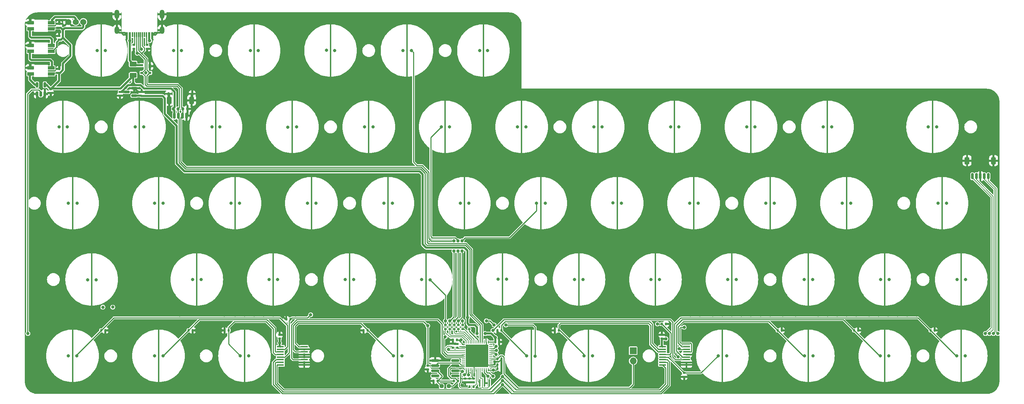
<source format=gbr>
%TF.GenerationSoftware,KiCad,Pcbnew,(7.0.0)*%
%TF.CreationDate,2023-11-27T23:28:36+01:00*%
%TF.ProjectId,the-nicholas-van,7468652d-6e69-4636-986f-6c61732d7661,rev?*%
%TF.SameCoordinates,Original*%
%TF.FileFunction,Copper,L4,Bot*%
%TF.FilePolarity,Positive*%
%FSLAX46Y46*%
G04 Gerber Fmt 4.6, Leading zero omitted, Abs format (unit mm)*
G04 Created by KiCad (PCBNEW (7.0.0)) date 2023-11-27 23:28:36*
%MOMM*%
%LPD*%
G01*
G04 APERTURE LIST*
G04 Aperture macros list*
%AMRoundRect*
0 Rectangle with rounded corners*
0 $1 Rounding radius*
0 $2 $3 $4 $5 $6 $7 $8 $9 X,Y pos of 4 corners*
0 Add a 4 corners polygon primitive as box body*
4,1,4,$2,$3,$4,$5,$6,$7,$8,$9,$2,$3,0*
0 Add four circle primitives for the rounded corners*
1,1,$1+$1,$2,$3*
1,1,$1+$1,$4,$5*
1,1,$1+$1,$6,$7*
1,1,$1+$1,$8,$9*
0 Add four rect primitives between the rounded corners*
20,1,$1+$1,$2,$3,$4,$5,0*
20,1,$1+$1,$4,$5,$6,$7,0*
20,1,$1+$1,$6,$7,$8,$9,0*
20,1,$1+$1,$8,$9,$2,$3,0*%
%AMFreePoly0*
4,1,17,0.124698,6.656366,0.180194,6.586777,0.200000,6.500000,0.200000,-6.500000,0.180194,-6.586777,0.124698,-6.656366,0.044504,-6.694986,-0.044504,-6.694986,-0.124698,-6.656366,-0.180194,-6.586777,-0.200000,-6.500000,-0.200000,6.500000,-0.180194,6.586777,-0.124698,6.656366,-0.044504,6.694986,0.044504,6.694986,0.124698,6.656366,0.124698,6.656366,$1*%
G04 Aperture macros list end*
%TA.AperFunction,SMDPad,CuDef*%
%ADD10R,1.700000X0.820000*%
%TD*%
%TA.AperFunction,SMDPad,CuDef*%
%ADD11RoundRect,0.205000X0.645000X0.205000X-0.645000X0.205000X-0.645000X-0.205000X0.645000X-0.205000X0*%
%TD*%
%TA.AperFunction,SMDPad,CuDef*%
%ADD12FreePoly0,0.000000*%
%TD*%
%TA.AperFunction,SMDPad,CuDef*%
%ADD13FreePoly0,180.000000*%
%TD*%
%TA.AperFunction,SMDPad,CuDef*%
%ADD14RoundRect,0.140000X-0.170000X0.140000X-0.170000X-0.140000X0.170000X-0.140000X0.170000X0.140000X0*%
%TD*%
%TA.AperFunction,SMDPad,CuDef*%
%ADD15RoundRect,0.135000X-0.185000X0.135000X-0.185000X-0.135000X0.185000X-0.135000X0.185000X0.135000X0*%
%TD*%
%TA.AperFunction,SMDPad,CuDef*%
%ADD16RoundRect,0.135000X-0.135000X-0.185000X0.135000X-0.185000X0.135000X0.185000X-0.135000X0.185000X0*%
%TD*%
%TA.AperFunction,SMDPad,CuDef*%
%ADD17RoundRect,0.135000X0.135000X0.185000X-0.135000X0.185000X-0.135000X-0.185000X0.135000X-0.185000X0*%
%TD*%
%TA.AperFunction,SMDPad,CuDef*%
%ADD18R,0.400000X1.900000*%
%TD*%
%TA.AperFunction,SMDPad,CuDef*%
%ADD19RoundRect,0.140000X0.170000X-0.140000X0.170000X0.140000X-0.170000X0.140000X-0.170000X-0.140000X0*%
%TD*%
%TA.AperFunction,SMDPad,CuDef*%
%ADD20RoundRect,0.062500X0.062500X-0.375000X0.062500X0.375000X-0.062500X0.375000X-0.062500X-0.375000X0*%
%TD*%
%TA.AperFunction,SMDPad,CuDef*%
%ADD21RoundRect,0.062500X0.375000X-0.062500X0.375000X0.062500X-0.375000X0.062500X-0.375000X-0.062500X0*%
%TD*%
%TA.AperFunction,SMDPad,CuDef*%
%ADD22R,5.600000X5.600000*%
%TD*%
%TA.AperFunction,ComponentPad*%
%ADD23C,1.500000*%
%TD*%
%TA.AperFunction,SMDPad,CuDef*%
%ADD24R,1.778000X0.419100*%
%TD*%
%TA.AperFunction,ComponentPad*%
%ADD25R,1.700000X1.700000*%
%TD*%
%TA.AperFunction,ComponentPad*%
%ADD26O,1.700000X1.700000*%
%TD*%
%TA.AperFunction,SMDPad,CuDef*%
%ADD27RoundRect,0.150000X-0.150000X-0.625000X0.150000X-0.625000X0.150000X0.625000X-0.150000X0.625000X0*%
%TD*%
%TA.AperFunction,SMDPad,CuDef*%
%ADD28RoundRect,0.250000X-0.350000X-0.650000X0.350000X-0.650000X0.350000X0.650000X-0.350000X0.650000X0*%
%TD*%
%TA.AperFunction,SMDPad,CuDef*%
%ADD29R,0.700000X1.000000*%
%TD*%
%TA.AperFunction,SMDPad,CuDef*%
%ADD30R,0.700000X0.600000*%
%TD*%
%TA.AperFunction,SMDPad,CuDef*%
%ADD31RoundRect,0.250000X-0.625000X0.375000X-0.625000X-0.375000X0.625000X-0.375000X0.625000X0.375000X0*%
%TD*%
%TA.AperFunction,SMDPad,CuDef*%
%ADD32RoundRect,0.150000X-0.825000X-0.150000X0.825000X-0.150000X0.825000X0.150000X-0.825000X0.150000X0*%
%TD*%
%TA.AperFunction,SMDPad,CuDef*%
%ADD33RoundRect,0.150000X0.587500X0.150000X-0.587500X0.150000X-0.587500X-0.150000X0.587500X-0.150000X0*%
%TD*%
%TA.AperFunction,SMDPad,CuDef*%
%ADD34R,0.600000X1.300000*%
%TD*%
%TA.AperFunction,SMDPad,CuDef*%
%ADD35R,0.300000X1.300000*%
%TD*%
%TA.AperFunction,ComponentPad*%
%ADD36O,1.200000X2.250000*%
%TD*%
%TA.AperFunction,ComponentPad*%
%ADD37O,1.200000X1.850000*%
%TD*%
%TA.AperFunction,SMDPad,CuDef*%
%ADD38RoundRect,0.150000X0.150000X-0.512500X0.150000X0.512500X-0.150000X0.512500X-0.150000X-0.512500X0*%
%TD*%
%TA.AperFunction,SMDPad,CuDef*%
%ADD39RoundRect,0.140000X-0.140000X-0.170000X0.140000X-0.170000X0.140000X0.170000X-0.140000X0.170000X0*%
%TD*%
%TA.AperFunction,SMDPad,CuDef*%
%ADD40RoundRect,0.135000X0.185000X-0.135000X0.185000X0.135000X-0.185000X0.135000X-0.185000X-0.135000X0*%
%TD*%
%TA.AperFunction,SMDPad,CuDef*%
%ADD41RoundRect,0.140000X0.140000X0.170000X-0.140000X0.170000X-0.140000X-0.170000X0.140000X-0.170000X0*%
%TD*%
%TA.AperFunction,SMDPad,CuDef*%
%ADD42RoundRect,0.150000X-0.150000X-0.275000X0.150000X-0.275000X0.150000X0.275000X-0.150000X0.275000X0*%
%TD*%
%TA.AperFunction,SMDPad,CuDef*%
%ADD43RoundRect,0.175000X-0.175000X-0.225000X0.175000X-0.225000X0.175000X0.225000X-0.175000X0.225000X0*%
%TD*%
%TA.AperFunction,SMDPad,CuDef*%
%ADD44RoundRect,0.237500X0.250000X0.237500X-0.250000X0.237500X-0.250000X-0.237500X0.250000X-0.237500X0*%
%TD*%
%TA.AperFunction,ViaPad*%
%ADD45C,0.800000*%
%TD*%
%TA.AperFunction,ViaPad*%
%ADD46C,0.620000*%
%TD*%
%TA.AperFunction,ViaPad*%
%ADD47C,0.600000*%
%TD*%
%TA.AperFunction,Conductor*%
%ADD48C,0.250000*%
%TD*%
%TA.AperFunction,Conductor*%
%ADD49C,0.500000*%
%TD*%
%TA.AperFunction,Conductor*%
%ADD50C,0.620000*%
%TD*%
%TA.AperFunction,Conductor*%
%ADD51C,0.381000*%
%TD*%
%TA.AperFunction,Conductor*%
%ADD52C,0.600000*%
%TD*%
%TA.AperFunction,Conductor*%
%ADD53C,0.200000*%
%TD*%
%TA.AperFunction,Conductor*%
%ADD54C,0.280000*%
%TD*%
%TA.AperFunction,Conductor*%
%ADD55C,0.560000*%
%TD*%
G04 APERTURE END LIST*
D10*
%TO.P,LED3,1,VDD*%
%TO.N,+5V*%
X35148999Y-53302499D03*
%TO.P,LED3,2,DOUT*%
%TO.N,ARGB*%
X35148999Y-51802499D03*
%TO.P,LED3,4,DIN*%
%TO.N,Net-(LED2-DOUT)*%
X30048999Y-53302499D03*
D11*
%TO.P,LED3,3,VSS*%
%TO.N,GND*%
X30049000Y-51802500D03*
%TD*%
D10*
%TO.P,LED2,1,VDD*%
%TO.N,+5V*%
X35148999Y-58934999D03*
%TO.P,LED2,2,DOUT*%
%TO.N,Net-(LED2-DOUT)*%
X35148999Y-57434999D03*
%TO.P,LED2,4,DIN*%
%TO.N,Net-(LED1-DOUT)*%
X30048999Y-58934999D03*
D11*
%TO.P,LED2,3,VSS*%
%TO.N,GND*%
X30049000Y-57435000D03*
%TD*%
D10*
%TO.P,LED1,1,VDD*%
%TO.N,+5V*%
X35149999Y-64567499D03*
%TO.P,LED1,2,DOUT*%
%TO.N,Net-(LED1-DOUT)*%
X35149999Y-63067499D03*
%TO.P,LED1,4,DIN*%
%TO.N,ARGB_5V*%
X30049999Y-64567499D03*
D11*
%TO.P,LED1,3,VSS*%
%TO.N,GND*%
X30050000Y-63067500D03*
%TD*%
D12*
%TO.P,SW_EC23,3,3*%
%TO.N,GND*%
X119062500Y-96837500D03*
%TD*%
%TO.P,SW_EC26,3,3*%
%TO.N,GND*%
X176212500Y-96837500D03*
%TD*%
%TO.P,SW_EC31,3,3*%
%TO.N,GND*%
X45243750Y-115887500D03*
%TD*%
D13*
%TO.P,SW_EC32,3,3*%
%TO.N,GND*%
X71437500Y-115887500D03*
%TD*%
%TO.P,SW_EC50,3,3*%
%TO.N,GND*%
X223837500Y-134937500D03*
%TD*%
D12*
%TO.P,SW_EC10,3,3*%
%TO.N,GND*%
X95250000Y-77787500D03*
%TD*%
%TO.P,SW_EC11,3,3*%
%TO.N,GND*%
X114300000Y-77787500D03*
%TD*%
%TO.P,SW_EC25,3,3*%
%TO.N,GND*%
X157162500Y-96837500D03*
%TD*%
D13*
%TO.P,SW_EC39,3,3*%
%TO.N,GND*%
X204787500Y-115887500D03*
%TD*%
D12*
%TO.P,SW_EC28,3,3*%
%TO.N,GND*%
X214312500Y-96837500D03*
%TD*%
%TO.P,SW_EC21,3,3*%
%TO.N,GND*%
X80962500Y-96837500D03*
%TD*%
%TO.P,SW_EC9,3,3*%
%TO.N,GND*%
X76200000Y-77787500D03*
%TD*%
D13*
%TO.P,SW_EC54,3,3*%
%TO.N,GND*%
X261937500Y-134937500D03*
%TD*%
D12*
%TO.P,SW_EC7,3,3*%
%TO.N,GND*%
X38100000Y-77787500D03*
%TD*%
D13*
%TO.P,SW_EC35,3,3*%
%TO.N,GND*%
X128587500Y-115887500D03*
%TD*%
D12*
%TO.P,SW_EC19,3,3*%
%TO.N,GND*%
X40481250Y-96837500D03*
%TD*%
D13*
%TO.P,SW_EC34,3,3*%
%TO.N,GND*%
X109537500Y-115887500D03*
%TD*%
%TO.P,SW_EC4,3,3*%
%TO.N,GND*%
X104775000Y-58737500D03*
%TD*%
%TO.P,SW_EC37,3,3*%
%TO.N,GND*%
X166687500Y-115887500D03*
%TD*%
%TO.P,SW_EC38,3,3*%
%TO.N,GND*%
X185737500Y-115887500D03*
%TD*%
D12*
%TO.P,SW_EC16,3,3*%
%TO.N,GND*%
X209550000Y-77787500D03*
%TD*%
D13*
%TO.P,SW_EC5,3,3*%
%TO.N,GND*%
X123825000Y-58737500D03*
%TD*%
D12*
%TO.P,SW_EC43,3,3*%
%TO.N,GND*%
X40481250Y-134937500D03*
%TD*%
%TO.P,SW_EC29,3,3*%
%TO.N,GND*%
X233362500Y-96837500D03*
%TD*%
%TO.P,SW_EC42,3,3*%
%TO.N,GND*%
X261937500Y-115887500D03*
%TD*%
%TO.P,SW_EC30,3,3*%
%TO.N,GND*%
X257175000Y-96837500D03*
%TD*%
D13*
%TO.P,SW_EC2,3,3*%
%TO.N,GND*%
X66675000Y-58737500D03*
%TD*%
D12*
%TO.P,SW_EC20,3,3*%
%TO.N,GND*%
X61912500Y-96837500D03*
%TD*%
%TO.P,SW_EC12,3,3*%
%TO.N,GND*%
X133350000Y-77787500D03*
%TD*%
%TO.P,SW_EC36,3,3*%
%TO.N,GND*%
X147637500Y-115887500D03*
%TD*%
%TO.P,SW_EC17,3,3*%
%TO.N,GND*%
X228600000Y-77787500D03*
%TD*%
%TO.P,SW_EC13,3,3*%
%TO.N,GND*%
X152400000Y-77787500D03*
%TD*%
D13*
%TO.P,SW_EC3,3,3*%
%TO.N,GND*%
X85725000Y-58737500D03*
%TD*%
D12*
%TO.P,SW_EC14,3,3*%
%TO.N,GND*%
X171450000Y-77787500D03*
%TD*%
D13*
%TO.P,SW_EC49,3,3*%
%TO.N,GND*%
X202406250Y-134937500D03*
%TD*%
%TO.P,SW_EC41,3,3*%
%TO.N,GND*%
X242887500Y-115887500D03*
%TD*%
%TO.P,SW_EC47,3,3*%
%TO.N,GND*%
X154781250Y-134937500D03*
%TD*%
%TO.P,SW_EC48,3,3*%
%TO.N,GND*%
X169068750Y-134937500D03*
%TD*%
%TO.P,SW_EC40,3,3*%
%TO.N,GND*%
X223837500Y-115887500D03*
%TD*%
%TO.P,SW_EC45,3,3*%
%TO.N,GND*%
X83343750Y-134937500D03*
%TD*%
D12*
%TO.P,SW_EC24,3,3*%
%TO.N,GND*%
X138112500Y-96837500D03*
%TD*%
D13*
%TO.P,SW_EC6,3,3*%
%TO.N,GND*%
X142875000Y-58737500D03*
%TD*%
D12*
%TO.P,SW_EC27,3,3*%
%TO.N,GND*%
X195262500Y-96837500D03*
%TD*%
%TO.P,SW_EC22,3,3*%
%TO.N,GND*%
X100012500Y-96837500D03*
%TD*%
D13*
%TO.P,SW_EC33,3,3*%
%TO.N,GND*%
X90487500Y-115887500D03*
%TD*%
D12*
%TO.P,SW_EC44,3,3*%
%TO.N,GND*%
X61912500Y-134937500D03*
%TD*%
%TO.P,SW_EC15,3,3*%
%TO.N,GND*%
X190500000Y-77787500D03*
%TD*%
D13*
%TO.P,SW_EC51,3,3*%
%TO.N,GND*%
X242887500Y-134937500D03*
%TD*%
D12*
%TO.P,SW_EC8,3,3*%
%TO.N,GND*%
X57150000Y-77787500D03*
%TD*%
%TO.P,SW_EC18,3,3*%
%TO.N,GND*%
X254793750Y-77787500D03*
%TD*%
D13*
%TO.P,SW_EC46,3,3*%
%TO.N,GND*%
X121443750Y-134937500D03*
%TD*%
%TO.P,SW_EC1,3,3*%
%TO.N,GND*%
X47625000Y-58737500D03*
%TD*%
D14*
%TO.P,C6,1*%
%TO.N,VBAT*%
X139442322Y-140577223D03*
%TO.P,C6,2*%
%TO.N,GND*%
X139442322Y-141537223D03*
%TD*%
D15*
%TO.P,R6,1*%
%TO.N,ROW4*%
X137707458Y-127253239D03*
%TO.P,R6,2*%
%TO.N,Net-(U1-PA8)*%
X137707458Y-128273239D03*
%TD*%
D16*
%TO.P,R15,1*%
%TO.N,COL1*%
X69389148Y-128587500D03*
%TO.P,R15,2*%
%TO.N,GND*%
X70409148Y-128587500D03*
%TD*%
%TO.P,R24,1*%
%TO.N,COL9*%
X216183750Y-128587500D03*
%TO.P,R24,2*%
%TO.N,GND*%
X217203750Y-128587500D03*
%TD*%
D15*
%TO.P,R4,1*%
%TO.N,ROW1*%
X135578946Y-127225266D03*
%TO.P,R4,2*%
%TO.N,Net-(U1-PB14)*%
X135578946Y-128245266D03*
%TD*%
D17*
%TO.P,R19,1*%
%TO.N,Net-(JP1-B)*%
X131478750Y-141193750D03*
%TO.P,R19,2*%
%TO.N,GND*%
X130458750Y-141193750D03*
%TD*%
D18*
%TO.P,Y1,1,1*%
%TO.N,XTAL1*%
X141957463Y-141748284D03*
%TO.P,Y1,2,2*%
%TO.N,GND*%
X143157463Y-141748284D03*
%TO.P,Y1,3,3*%
%TO.N,XTAL0*%
X144357463Y-141748284D03*
%TD*%
D19*
%TO.P,C15,1*%
%TO.N,+5V*%
X37100000Y-53032500D03*
%TO.P,C15,2*%
%TO.N,GND*%
X37100000Y-52072500D03*
%TD*%
D16*
%TO.P,R26,1*%
%TO.N,COL11*%
X254283750Y-128577309D03*
%TO.P,R26,2*%
%TO.N,GND*%
X255303750Y-128577309D03*
%TD*%
D20*
%TO.P,U1,1,VBAT*%
%TO.N,VBAT*%
X144037500Y-138375000D03*
%TO.P,U1,2,PC13*%
%TO.N,SW1*%
X143537500Y-138375000D03*
%TO.P,U1,3,PC14*%
%TO.N,ENC1*%
X143037500Y-138375000D03*
%TO.P,U1,4,PC15*%
%TO.N,unconnected-(U1-PC15-Pad4)*%
X142537500Y-138375000D03*
%TO.P,U1,5,PH0*%
%TO.N,XTAL0*%
X142037500Y-138375000D03*
%TO.P,U1,6,PH1*%
%TO.N,XTAL1*%
X141537500Y-138375000D03*
%TO.P,U1,7,NRST*%
%TO.N,NRST*%
X141037500Y-138375000D03*
%TO.P,U1,8,VSSA*%
%TO.N,GND*%
X140537500Y-138375000D03*
%TO.P,U1,9,VREF+*%
%TO.N,VBAT*%
X140037500Y-138375000D03*
%TO.P,U1,10,PA0*%
%TO.N,unconnected-(U1-PA0-Pad10)*%
X139537500Y-138375000D03*
%TO.P,U1,11,PA1*%
%TO.N,ENC2*%
X139037500Y-138375000D03*
%TO.P,U1,12,PA2*%
%TO.N,SW2*%
X138537500Y-138375000D03*
D21*
%TO.P,U1,13,PA3*%
%TO.N,ADC*%
X137850000Y-137687500D03*
%TO.P,U1,14,PA4*%
%TO.N,APLEX_OUT_PIN_0*%
X137850000Y-137187500D03*
%TO.P,U1,15,PA5*%
%TO.N,unconnected-(U1-PA5-Pad15)*%
X137850000Y-136687500D03*
%TO.P,U1,16,PA6*%
%TO.N,unconnected-(U1-PA6-Pad16)*%
X137850000Y-136187500D03*
%TO.P,U1,17,PA7*%
%TO.N,unconnected-(U1-PA7-Pad17)*%
X137850000Y-135687500D03*
%TO.P,U1,18,PB0*%
%TO.N,APLEX_EN_PIN_0*%
X137850000Y-135187500D03*
%TO.P,U1,19,PB1*%
%TO.N,APLEX_EN_PIN_1*%
X137850000Y-134687500D03*
%TO.P,U1,20,PB2*%
%TO.N,BOOT1*%
X137850000Y-134187500D03*
%TO.P,U1,21,PB10*%
%TO.N,ARGB_3V3*%
X137850000Y-133687500D03*
%TO.P,U1,22,VCAP1*%
%TO.N,Net-(U1-VCAP1)*%
X137850000Y-133187500D03*
%TO.P,U1,23,VSS*%
%TO.N,GND*%
X137850000Y-132687500D03*
%TO.P,U1,24,VDD*%
%TO.N,VBAT*%
X137850000Y-132187500D03*
D20*
%TO.P,U1,25,PB12*%
%TO.N,Net-(U1-PB12)*%
X138537500Y-131500000D03*
%TO.P,U1,26,PB13*%
%TO.N,Net-(U1-PB13)*%
X139037500Y-131500000D03*
%TO.P,U1,27,PB14*%
%TO.N,Net-(U1-PB14)*%
X139537500Y-131500000D03*
%TO.P,U1,28,PB15*%
%TO.N,Net-(U1-PB15)*%
X140037500Y-131500000D03*
%TO.P,U1,29,PA8*%
%TO.N,Net-(U1-PA8)*%
X140537500Y-131500000D03*
%TO.P,U1,30,PA9*%
%TO.N,unconnected-(U1-PA9-Pad30)*%
X141037500Y-131500000D03*
%TO.P,U1,31,PA10*%
%TO.N,Net-(U1-PA10)*%
X141537500Y-131500000D03*
%TO.P,U1,32,PA11*%
%TO.N,D-*%
X142037500Y-131500000D03*
%TO.P,U1,33,PA12*%
%TO.N,D+*%
X142537500Y-131500000D03*
%TO.P,U1,34,PA13*%
%TO.N,SWDIO*%
X143037500Y-131500000D03*
%TO.P,U1,35,VSS*%
%TO.N,GND*%
X143537500Y-131500000D03*
%TO.P,U1,36,VDD*%
%TO.N,VBAT*%
X144037500Y-131500000D03*
D21*
%TO.P,U1,37,PA14*%
%TO.N,SWCLK*%
X144725000Y-132187500D03*
%TO.P,U1,38,PA15*%
%TO.N,unconnected-(U1-PA15-Pad38)*%
X144725000Y-132687500D03*
%TO.P,U1,39,PB3*%
%TO.N,AMUX_SEL_2*%
X144725000Y-133187500D03*
%TO.P,U1,40,PB4*%
%TO.N,AMUX_SEL_1*%
X144725000Y-133687500D03*
%TO.P,U1,41,PB5*%
%TO.N,AMUX_SEL_0*%
X144725000Y-134187500D03*
%TO.P,U1,42,PB6*%
%TO.N,unconnected-(U1-PB6-Pad42)*%
X144725000Y-134687500D03*
%TO.P,U1,43,PB7*%
%TO.N,unconnected-(U1-PB7-Pad43)*%
X144725000Y-135187500D03*
%TO.P,U1,44,BOOT0*%
%TO.N,BOOT0*%
X144725000Y-135687500D03*
%TO.P,U1,45,PB8*%
%TO.N,unconnected-(U1-PB8-Pad45)*%
X144725000Y-136187500D03*
%TO.P,U1,46,PB9*%
%TO.N,unconnected-(U1-PB9-Pad46)*%
X144725000Y-136687500D03*
%TO.P,U1,47,VSS*%
%TO.N,GND*%
X144725000Y-137187500D03*
%TO.P,U1,48,VDD*%
%TO.N,VBAT*%
X144725000Y-137687500D03*
D22*
%TO.P,U1,49,VSS*%
%TO.N,GND*%
X141287499Y-134937499D03*
%TD*%
D14*
%TO.P,C13,1*%
%TO.N,VBAT*%
X138345929Y-140577223D03*
%TO.P,C13,2*%
%TO.N,GND*%
X138345929Y-141537223D03*
%TD*%
D23*
%TO.P,J5,1,Pin_1*%
%TO.N,GND*%
X39375000Y-51593750D03*
%TO.P,J5,2,Pin_2*%
%TO.N,ARGB*%
X41275000Y-51593750D03*
%TO.P,J5,3,Pin_3*%
%TO.N,+5V*%
X43175000Y-51593750D03*
%TD*%
D15*
%TO.P,R12,1*%
%TO.N,Net-(J3-CC1)*%
X55753000Y-57275000D03*
%TO.P,R12,2*%
%TO.N,GND*%
X55753000Y-58295000D03*
%TD*%
D24*
%TO.P,U6,1,A4*%
%TO.N,COL9*%
X193474339Y-132664199D03*
%TO.P,U6,2,A6*%
%TO.N,COL11*%
X193474339Y-133314439D03*
%TO.P,U6,3,A*%
%TO.N,APLEX_OUT_PIN_0*%
X193474339Y-133964679D03*
%TO.P,U6,4,A7*%
%TO.N,GND*%
X193474339Y-134614919D03*
%TO.P,U6,5,A5*%
%TO.N,COL10*%
X193474339Y-135260079D03*
%TO.P,U6,6,~{E}*%
%TO.N,APLEX_EN_PIN_1*%
X193474339Y-135910319D03*
%TO.P,U6,7,VEE*%
%TO.N,GND*%
X193474339Y-136560559D03*
%TO.P,U6,8,GND*%
X193474339Y-137210799D03*
%TO.P,U6,9,S2*%
%TO.N,AMUX_SEL_2*%
X187525659Y-137210799D03*
%TO.P,U6,10,S1*%
%TO.N,AMUX_SEL_1*%
X187525659Y-136560559D03*
%TO.P,U6,11,S0*%
%TO.N,AMUX_SEL_0*%
X187525659Y-135910319D03*
%TO.P,U6,12,A3*%
%TO.N,COL8*%
X187525659Y-135260079D03*
%TO.P,U6,13,A0*%
%TO.N,COL7*%
X187525659Y-134614919D03*
%TO.P,U6,14,A1*%
%TO.N,COL6*%
X187525659Y-133964679D03*
%TO.P,U6,15,A2*%
%TO.N,COL5*%
X187525659Y-133314439D03*
%TO.P,U6,16,VCC*%
%TO.N,VBAT*%
X187525659Y-132664199D03*
%TD*%
D25*
%TO.P,SW1,1,A*%
%TO.N,VBAT*%
X180181249Y-133662499D03*
D26*
%TO.P,SW1,2,B*%
%TO.N,BOOT0*%
X180181249Y-136202499D03*
%TD*%
D27*
%TO.P,J1,1,Pin_1*%
%TO.N,+5V*%
X65843750Y-75025000D03*
%TO.P,J1,2,Pin_2*%
%TO.N,D-*%
X66843750Y-75025000D03*
%TO.P,J1,3,Pin_3*%
%TO.N,D+*%
X67843750Y-75025000D03*
%TO.P,J1,4,Pin_4*%
%TO.N,GND*%
X68843750Y-75025000D03*
D28*
%TO.P,J1,MP,MountPin*%
X64543750Y-71150000D03*
X70143750Y-71150000D03*
%TD*%
D17*
%TO.P,R17,1*%
%TO.N,COL3*%
X94752704Y-125829190D03*
%TO.P,R17,2*%
%TO.N,GND*%
X93732704Y-125829190D03*
%TD*%
D29*
%TO.P,D1,1,GND*%
%TO.N,GND*%
X59735620Y-62604971D03*
D30*
%TO.P,D1,2,I/O1*%
%TO.N,D+*%
X59735620Y-64304971D03*
%TO.P,D1,3,I/O2*%
%TO.N,D-*%
X57735620Y-64304971D03*
%TO.P,D1,4,VCC*%
%TO.N,VCC*%
X57735620Y-62404971D03*
%TD*%
D24*
%TO.P,U4,1,A4*%
%TO.N,COL4*%
X98224339Y-132664199D03*
%TO.P,U4,2,A6*%
%TO.N,GND*%
X98224339Y-133314439D03*
%TO.P,U4,3,A*%
%TO.N,APLEX_OUT_PIN_0*%
X98224339Y-133964679D03*
%TO.P,U4,4,A7*%
%TO.N,GND*%
X98224339Y-134614919D03*
%TO.P,U4,5,A5*%
X98224339Y-135260079D03*
%TO.P,U4,6,~{E}*%
%TO.N,APLEX_EN_PIN_0*%
X98224339Y-135910319D03*
%TO.P,U4,7,VEE*%
%TO.N,GND*%
X98224339Y-136560559D03*
%TO.P,U4,8,GND*%
X98224339Y-137210799D03*
%TO.P,U4,9,S2*%
%TO.N,AMUX_SEL_2*%
X92275659Y-137210799D03*
%TO.P,U4,10,S1*%
%TO.N,AMUX_SEL_1*%
X92275659Y-136560559D03*
%TO.P,U4,11,S0*%
%TO.N,AMUX_SEL_0*%
X92275659Y-135910319D03*
%TO.P,U4,12,A3*%
%TO.N,COL3*%
X92275659Y-135260079D03*
%TO.P,U4,13,A0*%
%TO.N,COL2*%
X92275659Y-134614919D03*
%TO.P,U4,14,A1*%
%TO.N,COL1*%
X92275659Y-133964679D03*
%TO.P,U4,15,A2*%
%TO.N,COL0*%
X92275659Y-133314439D03*
%TO.P,U4,16,VCC*%
%TO.N,VBAT*%
X92275659Y-132664199D03*
%TD*%
D27*
%TO.P,J4,1,Pin_1*%
%TO.N,SW1*%
X264700000Y-90106250D03*
%TO.P,J4,2,Pin_2*%
%TO.N,ENC1*%
X265700000Y-90106250D03*
%TO.P,J4,3,Pin_3*%
%TO.N,GND*%
X266700000Y-90106250D03*
%TO.P,J4,4,Pin_4*%
%TO.N,ENC2*%
X267700000Y-90106250D03*
%TO.P,J4,5,Pin_5*%
%TO.N,SW2*%
X268700000Y-90106250D03*
D28*
%TO.P,J4,MP,MountPin*%
%TO.N,GND*%
X263400000Y-86231250D03*
X270000000Y-86231250D03*
%TD*%
D15*
%TO.P,R5,1*%
%TO.N,ROW2*%
X136652000Y-127235871D03*
%TO.P,R5,2*%
%TO.N,Net-(U1-PB15)*%
X136652000Y-128255871D03*
%TD*%
D17*
%TO.P,R21,1*%
%TO.N,COL6*%
X161641250Y-128587500D03*
%TO.P,R21,2*%
%TO.N,GND*%
X160621250Y-128587500D03*
%TD*%
D14*
%TO.P,C7,1*%
%TO.N,VBAT*%
X140445929Y-140584658D03*
%TO.P,C7,2*%
%TO.N,GND*%
X140445929Y-141544658D03*
%TD*%
D15*
%TO.P,R3,1*%
%TO.N,ROW0*%
X134493000Y-127226234D03*
%TO.P,R3,2*%
%TO.N,Net-(U1-PB13)*%
X134493000Y-128246234D03*
%TD*%
D16*
%TO.P,R11,1*%
%TO.N,BOOT0*%
X146333750Y-135731250D03*
%TO.P,R11,2*%
%TO.N,GND*%
X147353750Y-135731250D03*
%TD*%
D31*
%TO.P,F_USBC1,1*%
%TO.N,VCC*%
X55562500Y-62100000D03*
%TO.P,F_USBC1,2*%
%TO.N,+5V*%
X55562500Y-64900000D03*
%TD*%
D16*
%TO.P,R8,1*%
%TO.N,VBAT*%
X139439723Y-142663937D03*
%TO.P,R8,2*%
%TO.N,NRST*%
X140459723Y-142663937D03*
%TD*%
%TO.P,R16,1*%
%TO.N,COL0*%
X47625000Y-128587500D03*
%TO.P,R16,2*%
%TO.N,GND*%
X48645000Y-128587500D03*
%TD*%
D19*
%TO.P,C1,1*%
%TO.N,Net-(U1-VCAP1)*%
X136331787Y-132911388D03*
%TO.P,C1,2*%
%TO.N,GND*%
X136331787Y-131951388D03*
%TD*%
%TO.P,C17,1*%
%TO.N,+5V*%
X37100000Y-64297500D03*
%TO.P,C17,2*%
%TO.N,GND*%
X37100000Y-63337500D03*
%TD*%
D17*
%TO.P,R18,1*%
%TO.N,COL4*%
X114009913Y-128577309D03*
%TO.P,R18,2*%
%TO.N,GND*%
X112989913Y-128577309D03*
%TD*%
D15*
%TO.P,R13,1*%
%TO.N,Net-(J3-CC2)*%
X59055000Y-57275000D03*
%TO.P,R13,2*%
%TO.N,GND*%
X59055000Y-58295000D03*
%TD*%
D32*
%TO.P,U5,1*%
%TO.N,N/C*%
X130875000Y-139923750D03*
%TO.P,U5,2,IN-*%
%TO.N,Net-(JP1-B)*%
X130875000Y-138653750D03*
%TO.P,U5,3,IN+*%
%TO.N,APLEX_OUT_PIN_0*%
X130875000Y-137383750D03*
%TO.P,U5,4,V-*%
%TO.N,GND*%
X130875000Y-136113750D03*
%TO.P,U5,5*%
%TO.N,N/C*%
X135825000Y-136113750D03*
%TO.P,U5,6,OUT*%
%TO.N,ADC*%
X135825000Y-137383750D03*
%TO.P,U5,7,V+*%
%TO.N,VBAT*%
X135825000Y-138653750D03*
%TO.P,U5,8*%
%TO.N,N/C*%
X135825000Y-139923750D03*
%TD*%
D16*
%TO.P,R25,1*%
%TO.N,COL10*%
X235233750Y-128587500D03*
%TO.P,R25,2*%
%TO.N,GND*%
X236253750Y-128587500D03*
%TD*%
D33*
%TO.P,U2,1,GND*%
%TO.N,GND*%
X55854439Y-68106250D03*
%TO.P,U2,2,VO*%
%TO.N,VBAT*%
X55854439Y-70006250D03*
%TO.P,U2,3,VI*%
%TO.N,+5V*%
X53979439Y-69056250D03*
%TD*%
D14*
%TO.P,C8,1*%
%TO.N,+5V*%
X52313712Y-69068759D03*
%TO.P,C8,2*%
%TO.N,GND*%
X52313712Y-70028759D03*
%TD*%
D34*
%TO.P,J3,A1,GND*%
%TO.N,GND*%
X53949999Y-54799999D03*
%TO.P,J3,A4,VBUS*%
%TO.N,VCC*%
X54749999Y-54799999D03*
D35*
%TO.P,J3,A5,CC1*%
%TO.N,Net-(J3-CC1)*%
X55899999Y-54799999D03*
%TO.P,J3,A6,D+*%
%TO.N,D+*%
X56899999Y-54799999D03*
%TO.P,J3,A7,D-*%
%TO.N,D-*%
X57399999Y-54799999D03*
%TO.P,J3,A8,SBU1*%
%TO.N,unconnected-(J3-SBU1-PadA8)*%
X58399999Y-54799999D03*
D34*
%TO.P,J3,A9,VBUS*%
%TO.N,VCC*%
X59549999Y-54799999D03*
%TO.P,J3,A12,GND*%
%TO.N,GND*%
X60349999Y-54799999D03*
D35*
%TO.P,J3,B5,CC2*%
%TO.N,Net-(J3-CC2)*%
X58899999Y-54799999D03*
%TO.P,J3,B6,D+*%
%TO.N,D+*%
X57899999Y-54799999D03*
%TO.P,J3,B7,D-*%
%TO.N,D-*%
X56399999Y-54799999D03*
%TO.P,J3,B8,SBU2*%
%TO.N,unconnected-(J3-SBU2-PadB8)*%
X55399999Y-54799999D03*
D36*
%TO.P,J3,S1,SHIELD*%
%TO.N,GND*%
X51529999Y-49649999D03*
D37*
X51529999Y-53649999D03*
D36*
X62769999Y-49649999D03*
D37*
X62769999Y-53649999D03*
%TD*%
D19*
%TO.P,C9,1*%
%TO.N,VBAT*%
X57702555Y-70069871D03*
%TO.P,C9,2*%
%TO.N,GND*%
X57702555Y-69109871D03*
%TD*%
D38*
%TO.P,U3,1*%
%TO.N,GND*%
X33550000Y-69547375D03*
%TO.P,U3,2*%
%TO.N,ARGB_3V3*%
X32600000Y-69547375D03*
%TO.P,U3,3,GND*%
%TO.N,GND*%
X31650000Y-69547375D03*
%TO.P,U3,4*%
%TO.N,ARGB_5V*%
X31650000Y-67272375D03*
%TO.P,U3,5,+5V*%
%TO.N,+5V*%
X33550000Y-67272375D03*
%TD*%
D16*
%TO.P,R20,1*%
%TO.N,COL7*%
X187323000Y-127000000D03*
%TO.P,R20,2*%
%TO.N,GND*%
X188343000Y-127000000D03*
%TD*%
D19*
%TO.P,C16,1*%
%TO.N,+5V*%
X37115180Y-56042500D03*
%TO.P,C16,2*%
%TO.N,GND*%
X37115180Y-55082500D03*
%TD*%
D39*
%TO.P,C5,1*%
%TO.N,VBAT*%
X146375680Y-137121052D03*
%TO.P,C5,2*%
%TO.N,GND*%
X147335680Y-137121052D03*
%TD*%
D19*
%TO.P,C12,1*%
%TO.N,GND*%
X129007714Y-138333131D03*
%TO.P,C12,2*%
%TO.N,APLEX_OUT_PIN_0*%
X129007714Y-137373131D03*
%TD*%
D40*
%TO.P,R1,1*%
%TO.N,Net-(U1-PA10)*%
X139319000Y-128271660D03*
%TO.P,R1,2*%
%TO.N,VBAT*%
X139319000Y-127251660D03*
%TD*%
D17*
%TO.P,R22,1*%
%TO.N,COL5*%
X147353750Y-128587500D03*
%TO.P,R22,2*%
%TO.N,GND*%
X146333750Y-128587500D03*
%TD*%
D39*
%TO.P,C2,1*%
%TO.N,VBAT*%
X146386593Y-138167485D03*
%TO.P,C2,2*%
%TO.N,GND*%
X147346593Y-138167485D03*
%TD*%
D41*
%TO.P,C3,1*%
%TO.N,VBAT*%
X136243000Y-130937000D03*
%TO.P,C3,2*%
%TO.N,GND*%
X135283000Y-130937000D03*
%TD*%
D16*
%TO.P,R7,1*%
%TO.N,Net-(JP1-B)*%
X135505000Y-141193750D03*
%TO.P,R7,2*%
%TO.N,ADC*%
X136525000Y-141193750D03*
%TD*%
D39*
%TO.P,C4,1*%
%TO.N,VBAT*%
X145851250Y-131481250D03*
%TO.P,C4,2*%
%TO.N,GND*%
X146811250Y-131481250D03*
%TD*%
D15*
%TO.P,R9,1*%
%TO.N,GND*%
X135252011Y-131903511D03*
%TO.P,R9,2*%
%TO.N,BOOT1*%
X135252011Y-132923511D03*
%TD*%
D42*
%TO.P,J2,1,Pin_1*%
%TO.N,+5V*%
X65543750Y-73312500D03*
%TO.P,J2,2,Pin_2*%
%TO.N,D-*%
X66743750Y-73312500D03*
%TO.P,J2,3,Pin_3*%
%TO.N,D+*%
X67943750Y-73312500D03*
%TO.P,J2,4,Pin_4*%
%TO.N,GND*%
X69143750Y-73312500D03*
D43*
%TO.P,J2,MP,MountPin*%
X64393750Y-69537500D03*
X70293750Y-69537500D03*
%TD*%
D17*
%TO.P,R10,1*%
%TO.N,COL2*%
X79375000Y-128587500D03*
%TO.P,R10,2*%
%TO.N,GND*%
X78355000Y-128587500D03*
%TD*%
D15*
%TO.P,R2,1*%
%TO.N,ROW3*%
X133428916Y-127218308D03*
%TO.P,R2,2*%
%TO.N,Net-(U1-PB12)*%
X133428916Y-128238308D03*
%TD*%
D19*
%TO.P,C11,1*%
%TO.N,VBAT*%
X92075000Y-130655000D03*
%TO.P,C11,2*%
%TO.N,GND*%
X92075000Y-129695000D03*
%TD*%
%TO.P,C14,1*%
%TO.N,VBAT*%
X187325000Y-130655000D03*
%TO.P,C14,2*%
%TO.N,GND*%
X187325000Y-129695000D03*
%TD*%
D15*
%TO.P,R23,1*%
%TO.N,COL8*%
X192881250Y-139190000D03*
%TO.P,R23,2*%
%TO.N,GND*%
X192881250Y-140210000D03*
%TD*%
D44*
%TO.P,JP1,1,A*%
%TO.N,ADC*%
X134279692Y-142496607D03*
%TO.P,JP1,2,B*%
%TO.N,Net-(JP1-B)*%
X132454692Y-142496607D03*
%TD*%
D14*
%TO.P,C18,1*%
%TO.N,+5V*%
X35052000Y-68354000D03*
%TO.P,C18,2*%
%TO.N,GND*%
X35052000Y-69314000D03*
%TD*%
D45*
%TO.N,*%
X50475344Y-122786056D03*
X48023634Y-122797251D03*
%TO.N,GND*%
X214312500Y-130968750D03*
X219075000Y-81756250D03*
X73025000Y-90297000D03*
X181768750Y-124742241D03*
X130692326Y-128558402D03*
X137572029Y-142288666D03*
X142494000Y-86868000D03*
X132444299Y-124730700D03*
X187325000Y-128587500D03*
X84455000Y-106045000D03*
X130683000Y-134493000D03*
X199644000Y-84074000D03*
X104775000Y-73818750D03*
X130556000Y-90170000D03*
X129016957Y-139313985D03*
X200027079Y-122750277D03*
X130556000Y-103378000D03*
X123317000Y-103505000D03*
X65405000Y-106045000D03*
X129033002Y-141191231D03*
X266700000Y-96837500D03*
X119062500Y-124742241D03*
X211931250Y-124742241D03*
X55117760Y-124719505D03*
X149247390Y-124738163D03*
X75819000Y-90297000D03*
X40781680Y-126989901D03*
X104655601Y-83944962D03*
X106045000Y-103505000D03*
X142875000Y-77787500D03*
X101219000Y-65278000D03*
X130556000Y-97028000D03*
X125857000Y-106045000D03*
X43815000Y-84455000D03*
X128587500Y-124742241D03*
X130713297Y-131550693D03*
X40640000Y-69342000D03*
X119380000Y-65278000D03*
X37084000Y-69342000D03*
X196852079Y-122750277D03*
X106045000Y-106045000D03*
X126206250Y-124742241D03*
X52387500Y-134937500D03*
X126619000Y-97155000D03*
X238935428Y-122908104D03*
X196850000Y-127254000D03*
X140843000Y-112014000D03*
X92202000Y-90170000D03*
X68707000Y-82042000D03*
X124524826Y-86976027D03*
X214312500Y-119856250D03*
X71437500Y-100806250D03*
X40765366Y-124732142D03*
X216154000Y-86614000D03*
X221488000Y-127127000D03*
X64645571Y-126994056D03*
X101600000Y-130968750D03*
X76200000Y-62706250D03*
X247650000Y-92868750D03*
X71437500Y-92868750D03*
X126238000Y-142621000D03*
X93024459Y-129662503D03*
X50006250Y-130968750D03*
X216154000Y-84074000D03*
X204787500Y-92868750D03*
X184943750Y-124742241D03*
X30956250Y-134937500D03*
X147637500Y-103187500D03*
X214312500Y-138906250D03*
X153998695Y-124719850D03*
X220218000Y-105918000D03*
X230996686Y-124742241D03*
X142767073Y-139807927D03*
X104775000Y-124742241D03*
X217487500Y-124742241D03*
X61912500Y-115887500D03*
X147637500Y-92868750D03*
X47625000Y-81756250D03*
X123825000Y-77787500D03*
X116840000Y-65278000D03*
X43146616Y-124732142D03*
X111918750Y-124742241D03*
X178943000Y-84201000D03*
X71128172Y-128570780D03*
X35179000Y-66421000D03*
X235760428Y-122908104D03*
X217678000Y-103378000D03*
X157162500Y-119856250D03*
X228615436Y-124742241D03*
X161925000Y-73818750D03*
X68707000Y-84582000D03*
X98425000Y-87122000D03*
X134424722Y-124710503D03*
X82042000Y-67818000D03*
X95250000Y-87122000D03*
X35052000Y-70231000D03*
X107156250Y-124742241D03*
X160274000Y-127254000D03*
X256381250Y-128587500D03*
X134503087Y-122818544D03*
X181779945Y-122773764D03*
X104775000Y-81756250D03*
X211963000Y-127381000D03*
X140843000Y-109728000D03*
X79502000Y-65278000D03*
X135255000Y-67818000D03*
X123825000Y-124742241D03*
X241300000Y-127254000D03*
X242887500Y-96837500D03*
X150368000Y-103251000D03*
X192087500Y-124742241D03*
X185737500Y-96837500D03*
X171450000Y-124742241D03*
X141287500Y-134937500D03*
X237617000Y-105918000D03*
X65405000Y-82042000D03*
X67159530Y-127037220D03*
X108077000Y-87122000D03*
X137795000Y-67818000D03*
X68707000Y-69469000D03*
X46355000Y-84455000D03*
X49530000Y-103378000D03*
X235966000Y-86614000D03*
X238506000Y-86614000D03*
X52387500Y-96837500D03*
X156379945Y-124719850D03*
X135255000Y-65278000D03*
X226234186Y-124742241D03*
X132449128Y-122829739D03*
X57150000Y-103378000D03*
X60960000Y-65278000D03*
X126619000Y-92456000D03*
X159385000Y-142113000D03*
X124524826Y-83801027D03*
X197104000Y-86614000D03*
X200025000Y-124742241D03*
X121443750Y-124742241D03*
X101600000Y-138906250D03*
X163957000Y-105918000D03*
X140843000Y-119761000D03*
X163957000Y-103378000D03*
X119055920Y-122724483D03*
X62246074Y-126977264D03*
X146843750Y-124742241D03*
X142081250Y-124742241D03*
X176212500Y-124742241D03*
X238887000Y-127254000D03*
X166687500Y-96837500D03*
X184150000Y-138906250D03*
X64601415Y-122748835D03*
X43434000Y-66548000D03*
X226187000Y-127127000D03*
X60977995Y-69177863D03*
X200025000Y-127254000D03*
X180975000Y-77787500D03*
X46355000Y-86995000D03*
X252412500Y-138906250D03*
X90487500Y-124742241D03*
X93677936Y-124742241D03*
X219075000Y-73818750D03*
X83080417Y-84114370D03*
X81788000Y-127254000D03*
X247650000Y-100806250D03*
X241315436Y-124742241D03*
D46*
X37100000Y-51152500D03*
D45*
X126746000Y-108077000D03*
X80935151Y-122670815D03*
X89027000Y-87122000D03*
X30956250Y-92868750D03*
X70485000Y-86995000D03*
X164256199Y-122934226D03*
X126619000Y-94615000D03*
X115062000Y-127381000D03*
X50006250Y-138906250D03*
X101480601Y-83944962D03*
D46*
X29875000Y-51152500D03*
D45*
X130556000Y-101600000D03*
X32893000Y-142748000D03*
X174117000Y-142081250D03*
X123317000Y-106045000D03*
X161417000Y-84328000D03*
X49530000Y-105918000D03*
X49532813Y-128598196D03*
X183007000Y-103378000D03*
X231013000Y-127254000D03*
X151606250Y-58737500D03*
X73025000Y-86995000D03*
X78994000Y-86995000D03*
X35718750Y-119856250D03*
X68707000Y-77216000D03*
X240157000Y-105918000D03*
X196850000Y-124742241D03*
X98551876Y-124738163D03*
X63119000Y-69215000D03*
D46*
X37100000Y-62417500D03*
D45*
X85725000Y-77787500D03*
X238506000Y-84074000D03*
X150368000Y-106426000D03*
X59880260Y-124719505D03*
X148463000Y-128524000D03*
X119062500Y-115887500D03*
X173831250Y-124742241D03*
D46*
X29875000Y-56785000D03*
D45*
X62865000Y-87122000D03*
X195262500Y-115887500D03*
X43434000Y-69342000D03*
X55134074Y-126977264D03*
X252412500Y-111918750D03*
X245999000Y-127254000D03*
X52451000Y-65278000D03*
X134143750Y-130968750D03*
X53975000Y-103378000D03*
X88106250Y-124742241D03*
X111918750Y-134937500D03*
X199517000Y-105918000D03*
X95250000Y-58737500D03*
X161417000Y-105918000D03*
X189323743Y-127000487D03*
X100874516Y-122839837D03*
X199517000Y-103378000D03*
X176212500Y-115887500D03*
X142494000Y-84328000D03*
X117856000Y-87122000D03*
X76759751Y-127079461D03*
X77575445Y-128598196D03*
X264318750Y-73818750D03*
X197104000Y-84074000D03*
X87757000Y-142748000D03*
X45527866Y-124732142D03*
X125857000Y-103505000D03*
X183007000Y-105918000D03*
X152033854Y-124715004D03*
X62865000Y-84582000D03*
X65405000Y-84582000D03*
X67159530Y-124742240D03*
X236243016Y-127624810D03*
X169068750Y-124742241D03*
X181483000Y-86741000D03*
X114300000Y-124742241D03*
X147637500Y-106362500D03*
X264318750Y-81756250D03*
X76267170Y-124738163D03*
X68707000Y-79502000D03*
X104648000Y-90170000D03*
X111918750Y-128587500D03*
X90487500Y-96837500D03*
X43194680Y-126989901D03*
X50006250Y-96837500D03*
X180467000Y-105918000D03*
X217527664Y-122796154D03*
D46*
X37100000Y-62417500D03*
X29875000Y-51152500D03*
D45*
X55653979Y-59080896D03*
X220662500Y-124742241D03*
X47625000Y-73818750D03*
X35718750Y-111918750D03*
X133223000Y-103505000D03*
X116258032Y-122719982D03*
X209550000Y-124742241D03*
X52736510Y-124719505D03*
X47909116Y-124732142D03*
X114427000Y-87122000D03*
X248539000Y-127254000D03*
X59055000Y-59088750D03*
X119888000Y-127381000D03*
X235759186Y-124742241D03*
X238934186Y-124742241D03*
X130556000Y-92456000D03*
X59833074Y-126977264D03*
X98679000Y-67818000D03*
X86995000Y-103505000D03*
X109537500Y-92868750D03*
X144462500Y-124742241D03*
X79502000Y-67818000D03*
X67056000Y-89408000D03*
X132588000Y-108839000D03*
X89154000Y-90170000D03*
X127000000Y-127254000D03*
X76200000Y-54768750D03*
X86995000Y-106045000D03*
X74346751Y-127079461D03*
X36703000Y-142748000D03*
X161142445Y-124719850D03*
X119380000Y-67818000D03*
X161417000Y-86868000D03*
X73818750Y-130968750D03*
X100821686Y-124742241D03*
X85725000Y-124742241D03*
X142875000Y-122428000D03*
X59687000Y-61118750D03*
X252412500Y-119856250D03*
X133350000Y-138049000D03*
X178943000Y-86741000D03*
X84215865Y-127190315D03*
X67131688Y-122754778D03*
X162941000Y-142113000D03*
X200025000Y-77787500D03*
X86255417Y-86995000D03*
X138938000Y-106172000D03*
D46*
X29875000Y-62417500D03*
D45*
X161417000Y-103378000D03*
X92202000Y-87122000D03*
X166687500Y-124742241D03*
X147656277Y-131481250D03*
X220702664Y-122796154D03*
X65405000Y-87122000D03*
X121349826Y-83801027D03*
X103505000Y-106045000D03*
X126619000Y-67818000D03*
X90932000Y-126492000D03*
X211931250Y-134937500D03*
X62992000Y-65278000D03*
X57547074Y-126977264D03*
X47893680Y-126989901D03*
X126619000Y-101600000D03*
X214312500Y-111918750D03*
X108077000Y-90170000D03*
X57499010Y-124719505D03*
X30956250Y-100806250D03*
X164306250Y-124742241D03*
X75819000Y-86995000D03*
X157988000Y-127254000D03*
X46990000Y-103378000D03*
X130556000Y-94615000D03*
X180467000Y-103378000D03*
X116255839Y-124741895D03*
X130556000Y-99314000D03*
X114300000Y-54768750D03*
X109537500Y-100806250D03*
X209679976Y-127243260D03*
X68707000Y-67564000D03*
X114300000Y-90170000D03*
X128651000Y-86995000D03*
X202057000Y-105918000D03*
X177038000Y-142081250D03*
X187325000Y-124742241D03*
X80962500Y-115887500D03*
X202438000Y-127254000D03*
X237617000Y-103378000D03*
X266700000Y-88106250D03*
X98679000Y-65278000D03*
X228600000Y-127127000D03*
X78311211Y-124741143D03*
X204787500Y-124742241D03*
X146833514Y-129397867D03*
X65405000Y-103505000D03*
X50465245Y-126955219D03*
X32543750Y-71437500D03*
X71437500Y-134937500D03*
X111379000Y-87122000D03*
X57531000Y-65659000D03*
X223837500Y-96837500D03*
X86255417Y-84114370D03*
X161925000Y-81756250D03*
X248459186Y-124742241D03*
X139954000Y-86868000D03*
X126619000Y-99314000D03*
X207168750Y-124742241D03*
X103505000Y-103505000D03*
X67945000Y-103505000D03*
X252412500Y-130968750D03*
X72263000Y-127127000D03*
X101219000Y-67818000D03*
X218694000Y-84074000D03*
X95250000Y-90170000D03*
X217551000Y-127254000D03*
X114300000Y-62706250D03*
X218694000Y-86614000D03*
X69123420Y-124738163D03*
D46*
X29875000Y-56785000D03*
D45*
X78338052Y-122687609D03*
X54768750Y-115887500D03*
X246077936Y-124742241D03*
X134239000Y-110109000D03*
X128397000Y-83820000D03*
X218225500Y-128587500D03*
X83080417Y-86995000D03*
X129286000Y-142621000D03*
X250825000Y-127254000D03*
X37101630Y-54199602D03*
X202057000Y-103378000D03*
X124587000Y-90170000D03*
X214312500Y-124742241D03*
X161153640Y-122867056D03*
X133350000Y-62706250D03*
X101480601Y-87119962D03*
X243696686Y-124742241D03*
X73885920Y-124738163D03*
X50456685Y-124730700D03*
X80962500Y-124742241D03*
X124641410Y-127264270D03*
X96059186Y-124742241D03*
X157162500Y-111918750D03*
X223665842Y-124738163D03*
X181483000Y-84201000D03*
X158761195Y-124719850D03*
X194468750Y-124742241D03*
X199644000Y-86614000D03*
X152908000Y-103378000D03*
X70231000Y-90297000D03*
X56642000Y-142748000D03*
X59182000Y-69159697D03*
X133350000Y-54768750D03*
X130937000Y-86995000D03*
X158877000Y-86868000D03*
X233362500Y-134937500D03*
X139954000Y-84328000D03*
X86487000Y-127254000D03*
X240157000Y-103378000D03*
X92680732Y-124674500D03*
X217678000Y-105918000D03*
X98545951Y-122839837D03*
X43815000Y-86995000D03*
X83343750Y-124742241D03*
X159543750Y-128587500D03*
X95123000Y-136779000D03*
X116840000Y-67818000D03*
D46*
X29875000Y-62417500D03*
D45*
X189706250Y-124742241D03*
X253221686Y-124742241D03*
X137795000Y-65278000D03*
X207264000Y-127254000D03*
X84455000Y-103505000D03*
X121349826Y-86976027D03*
X109537500Y-124742241D03*
X78408823Y-127100755D03*
X130968750Y-124742241D03*
X100012500Y-111918750D03*
X73818750Y-138906250D03*
X52721074Y-126977264D03*
X86233000Y-90170000D03*
X60996161Y-71157940D03*
X235966000Y-84074000D03*
X46990000Y-105918000D03*
X204787500Y-100806250D03*
X220218000Y-103378000D03*
X82042000Y-65278000D03*
X71504670Y-124738163D03*
X65405000Y-79502000D03*
X202406250Y-124742241D03*
X52324000Y-71120000D03*
X40640000Y-66548000D03*
X233362500Y-115887500D03*
X68722701Y-71437500D03*
X233377936Y-124742241D03*
X238125000Y-77787500D03*
X124333000Y-67818000D03*
X67945000Y-106045000D03*
X140462000Y-107188000D03*
X64629257Y-124736297D03*
X52959000Y-142748000D03*
X111379000Y-90170000D03*
X204851000Y-127254000D03*
X178593750Y-124742241D03*
X45480680Y-126989901D03*
X152030564Y-122896909D03*
D46*
X37100000Y-51152500D03*
D45*
X62261510Y-124719505D03*
X104655601Y-87119962D03*
X250840436Y-124742241D03*
%TO.N,ROW0*%
X67648225Y-58737500D03*
X134493000Y-126191741D03*
X143874401Y-58747746D03*
X86757503Y-58724331D03*
X135514854Y-106200500D03*
X48649298Y-58737499D03*
X124929108Y-58720208D03*
X105777884Y-58720208D03*
X135509000Y-108799500D03*
%TO.N,COL0*%
X41582957Y-96860554D03*
X39127580Y-77772690D03*
X46635844Y-58737499D03*
X41532725Y-134918567D03*
X46355303Y-115955023D03*
%TO.N,COL1*%
X58217004Y-77813436D03*
X65630929Y-58749027D03*
X63022853Y-134927213D03*
X63005962Y-96849027D03*
X70379459Y-115871849D03*
%TO.N,COL2*%
X89465682Y-115870208D03*
X82288991Y-134902917D03*
X84774789Y-58735859D03*
X82061445Y-96837500D03*
X77202641Y-77787499D03*
%TO.N,COL3*%
X96292024Y-77761563D03*
X101142185Y-96860554D03*
X103754824Y-58685626D03*
X99824482Y-124674500D03*
X108437432Y-115880495D03*
%TO.N,COL4*%
X120439224Y-134901276D03*
X127474942Y-115932368D03*
X115362962Y-77803150D03*
X122785011Y-58720208D03*
X120176975Y-96853149D03*
%TO.N,COL5*%
X134391067Y-77813436D03*
X153661931Y-134977445D03*
X139219130Y-96837499D03*
X141907058Y-58737499D03*
X148665196Y-115845913D03*
%TO.N,ROW1*%
X132393944Y-77761563D03*
X113236156Y-77785859D03*
X136508503Y-108799500D03*
X136514357Y-106200500D03*
X94139281Y-77839373D03*
X189495115Y-77797786D03*
X135584302Y-126191741D03*
X227532152Y-77787499D03*
X75205518Y-77787499D03*
X37144866Y-77807272D03*
X170365218Y-77787500D03*
X151353644Y-77787499D03*
X208467224Y-77789140D03*
X253679673Y-77754558D03*
X56116134Y-77787499D03*
%TO.N,COL6*%
X165599800Y-115871849D03*
X158249439Y-96870441D03*
X153480451Y-77787499D03*
X167960477Y-134920209D03*
%TO.N,COL7*%
X184596286Y-115870208D03*
X177233637Y-96814445D03*
X172388278Y-77761563D03*
X186245500Y-127000000D03*
%TO.N,COL8*%
X201384873Y-134904558D03*
X191544111Y-77823723D03*
X196369130Y-96837500D03*
X203751673Y-115904791D03*
%TO.N,COL9*%
X222862633Y-134914845D03*
X222817323Y-115870209D03*
X210542157Y-77754558D03*
X215326911Y-96849027D03*
%TO.N,COL10*%
X229671927Y-77787499D03*
X241848270Y-115870209D03*
X241798159Y-134920208D03*
X234423021Y-96837500D03*
%TO.N,COL11*%
X263025479Y-115879815D03*
X191393857Y-135185820D03*
X260837192Y-134912524D03*
X255806480Y-77771849D03*
X191674500Y-133188114D03*
X258312931Y-96816086D03*
%TO.N,ROW2*%
X194242323Y-96820209D03*
X137508006Y-108799500D03*
X156122632Y-96853150D03*
X175106830Y-96797154D03*
X118050168Y-96835858D03*
X213200104Y-96831736D03*
X79934638Y-96820209D03*
X137092323Y-96820208D03*
X232296214Y-96820209D03*
X256186124Y-96798795D03*
X136652000Y-126191741D03*
X99015378Y-96843263D03*
X39456150Y-96843263D03*
X60879155Y-96831736D03*
X137513860Y-106200500D03*
%TO.N,ROW3*%
X91592489Y-115887499D03*
X224944130Y-115887500D03*
X167726607Y-115889140D03*
X129601749Y-115949659D03*
X186723093Y-115887499D03*
X146538389Y-115828622D03*
X205878480Y-115922082D03*
X72506266Y-115889140D03*
X260898672Y-115862524D03*
X243975077Y-115887500D03*
X133425211Y-126191741D03*
X110564239Y-115897786D03*
X44228496Y-115937732D03*
%TO.N,ROW4*%
X243924966Y-134937499D03*
X262963999Y-134929815D03*
X145542000Y-127254000D03*
X148463000Y-127254000D03*
X137668000Y-126238000D03*
X143599355Y-126191741D03*
X39405918Y-134901276D03*
X122566031Y-134918567D03*
X84415798Y-134920208D03*
X155788738Y-134994736D03*
X60896046Y-134909922D03*
X203511680Y-134921849D03*
X170087284Y-134937500D03*
X224989440Y-134932136D03*
%TO.N,VBAT*%
X137628225Y-138797732D03*
X143262000Y-129381250D03*
X145840027Y-130370204D03*
X138906250Y-125412500D03*
X188341000Y-130683000D03*
X92075000Y-131762500D03*
X141287500Y-129381250D03*
X145304807Y-138521768D03*
X137287000Y-130937000D03*
%TO.N,APLEX_OUT_PIN_0*%
X129007714Y-127420214D03*
X192881250Y-127793750D03*
%TO.N,VCC*%
X59690000Y-56261000D03*
X54700000Y-56261000D03*
%TO.N,APLEX_EN_PIN_1*%
X145256250Y-128587500D03*
X133350000Y-130175000D03*
%TO.N,D-*%
X57646247Y-58398253D03*
X56600574Y-59401776D03*
%TO.N,AMUX_SEL_2*%
X146050000Y-132556250D03*
X147637500Y-140104346D03*
%TO.N,AMUX_SEL_1*%
X147637500Y-141128944D03*
X146062548Y-133568301D03*
%TO.N,AMUX_SEL_0*%
X146040758Y-134567566D03*
X147637500Y-142128447D03*
%TO.N,ARGB_3V3*%
X29368750Y-129381250D03*
X134143750Y-133350000D03*
D47*
%TO.N,ARGB*%
X35325000Y-51152500D03*
X35325000Y-51152500D03*
D45*
%TO.N,ENC1*%
X268969747Y-129381250D03*
X143983244Y-139999500D03*
%TO.N,ENC2*%
X139119948Y-139705878D03*
X269969250Y-129381250D03*
%TO.N,SW1*%
X145256250Y-140056086D03*
X267970244Y-129381250D03*
%TO.N,SW2*%
X271062500Y-129381250D03*
X138112500Y-139700000D03*
%TD*%
D48*
%TO.N,+5V*%
X35413216Y-58935000D02*
X35149000Y-58935000D01*
X36512500Y-57835716D02*
X35413216Y-58935000D01*
%TO.N,GND*%
X147353750Y-138160328D02*
X147346593Y-138167485D01*
D49*
X189323256Y-127000000D02*
X189323743Y-127000487D01*
D50*
X37100000Y-52042500D02*
X37100000Y-51152500D01*
D51*
X62154550Y-54265450D02*
X60884550Y-54265450D01*
D49*
X146333750Y-128587500D02*
X146333750Y-128898103D01*
X217203750Y-128587500D02*
X218225500Y-128587500D01*
D50*
X37100000Y-63307500D02*
X37100000Y-62417500D01*
D49*
X92680732Y-124947119D02*
X92680732Y-124674500D01*
D48*
X135252011Y-131903511D02*
X135252011Y-130967989D01*
D49*
X59132174Y-69109871D02*
X59182000Y-69159697D01*
X78355000Y-128587500D02*
X77787500Y-128587500D01*
D48*
X145487500Y-136525000D02*
X145487500Y-136910508D01*
D49*
X55753000Y-58981875D02*
X55653979Y-59080896D01*
D50*
X35052000Y-69344000D02*
X35052000Y-70234000D01*
D48*
X147353750Y-135731250D02*
X146708750Y-136376250D01*
X144725000Y-137187500D02*
X143537500Y-137187500D01*
D49*
X35052000Y-70234000D02*
X35052000Y-70231000D01*
D52*
X29875000Y-51802500D02*
X29875000Y-51152500D01*
D49*
X59735621Y-61167371D02*
X59687000Y-61118750D01*
X55854439Y-68106250D02*
X56858060Y-69109871D01*
D48*
X143157464Y-141748285D02*
X143157464Y-140198318D01*
D51*
X53950000Y-54800000D02*
X53950000Y-54743750D01*
D49*
X93732704Y-125829190D02*
X93562803Y-125829190D01*
X77787500Y-128587500D02*
X77586141Y-128587500D01*
X93562803Y-125829190D02*
X92680732Y-124947119D01*
D51*
X60884550Y-54265450D02*
X60350000Y-54800000D01*
D48*
X134175500Y-130937000D02*
X134143750Y-130968750D01*
D51*
X62770000Y-53650000D02*
X62154550Y-54265450D01*
D49*
X256371059Y-128577309D02*
X256381250Y-128587500D01*
X92991962Y-129695000D02*
X93024459Y-129662503D01*
X32998528Y-70659875D02*
X33550000Y-70108403D01*
D48*
X140537500Y-135687500D02*
X141287500Y-134937500D01*
D51*
X53471700Y-54265450D02*
X52145450Y-54265450D01*
D49*
X31650000Y-70159875D02*
X32150000Y-70659875D01*
D48*
X135252011Y-130967989D02*
X135283000Y-130937000D01*
D49*
X39375000Y-51593750D02*
X38933750Y-51152500D01*
D48*
X137414492Y-132737500D02*
X139087500Y-132737500D01*
D49*
X59055000Y-58295000D02*
X59055000Y-59088750D01*
X266700000Y-90106250D02*
X266700000Y-88106250D01*
X160621250Y-128587500D02*
X159543750Y-128587500D01*
X146811250Y-131481250D02*
X147656277Y-131481250D01*
X129007714Y-139304742D02*
X129016957Y-139313985D01*
D50*
X37100000Y-63307500D02*
X37100000Y-62417500D01*
D49*
X236253750Y-128587500D02*
X236253750Y-127635544D01*
D53*
X135299888Y-131951388D02*
X135252011Y-131903511D01*
D49*
X37115180Y-55082500D02*
X37115180Y-54213152D01*
D48*
X143537500Y-131500000D02*
X143537500Y-132687500D01*
D49*
X64393750Y-69537500D02*
X64393750Y-71000000D01*
X70293750Y-69537500D02*
X70293750Y-71000000D01*
D51*
X53950000Y-54743750D02*
X53471700Y-54265450D01*
D48*
X135283000Y-130937000D02*
X134175500Y-130937000D01*
D51*
X51530000Y-53650000D02*
X51530000Y-49650000D01*
D49*
X32543750Y-70659875D02*
X32998528Y-70659875D01*
X188343000Y-127000000D02*
X189323256Y-127000000D01*
X55753000Y-58295000D02*
X55753000Y-58981875D01*
X32150000Y-70659875D02*
X32543750Y-70659875D01*
X129035521Y-141193750D02*
X129033002Y-141191231D01*
X56858060Y-69109871D02*
X57702555Y-69109871D01*
D51*
X62770000Y-53650000D02*
X62770000Y-49650000D01*
D49*
X92075000Y-129695000D02*
X92991962Y-129695000D01*
X48645000Y-128587500D02*
X49522117Y-128587500D01*
D51*
X52145450Y-54265450D02*
X51530000Y-53650000D01*
D52*
X29875000Y-63067500D02*
X29875000Y-62417500D01*
D48*
X143537500Y-137187500D02*
X141287500Y-134937500D01*
D49*
X255303750Y-128577309D02*
X256371059Y-128577309D01*
X129007714Y-138333131D02*
X129007714Y-139304742D01*
X59735621Y-62604972D02*
X59735621Y-61167371D01*
D48*
X138345929Y-141537223D02*
X138323472Y-141537223D01*
D49*
X69143750Y-74725000D02*
X68843750Y-75025000D01*
D50*
X35052000Y-69344000D02*
X35052000Y-70234000D01*
D49*
X37115180Y-54213152D02*
X37101630Y-54199602D01*
X64393750Y-71000000D02*
X64543750Y-71150000D01*
D48*
X143157464Y-140198318D02*
X142767073Y-139807927D01*
X147353750Y-135731250D02*
X147353750Y-138160328D01*
D49*
X52313712Y-70028759D02*
X52313712Y-71109712D01*
X71111452Y-128587500D02*
X71128172Y-128570780D01*
X57702555Y-69109871D02*
X59132174Y-69109871D01*
X77586141Y-128587500D02*
X77575445Y-128598196D01*
D48*
X139087500Y-132737500D02*
X141287500Y-134937500D01*
X145210508Y-137187500D02*
X144725000Y-137187500D01*
D53*
X136331787Y-131951388D02*
X135299888Y-131951388D01*
D49*
X52313712Y-71109712D02*
X52324000Y-71120000D01*
D48*
X138345929Y-141537223D02*
X140438494Y-141537223D01*
D50*
X37100000Y-52042500D02*
X37100000Y-51152500D01*
D49*
X70293750Y-71000000D02*
X70143750Y-71150000D01*
D52*
X29875000Y-57435000D02*
X29875000Y-56785000D01*
D49*
X236253750Y-127635544D02*
X236243016Y-127624810D01*
D48*
X138323472Y-141537223D02*
X137572029Y-142288666D01*
D49*
X112989913Y-128577309D02*
X111928941Y-128577309D01*
X38933750Y-51152500D02*
X37100000Y-51152500D01*
X111928941Y-128577309D02*
X111918750Y-128587500D01*
D48*
X140438494Y-141537223D02*
X140445929Y-141544658D01*
D49*
X49522117Y-128587500D02*
X49532813Y-128598196D01*
X147353750Y-135731250D02*
X147353750Y-135512500D01*
D48*
X145487500Y-136910508D02*
X145210508Y-137187500D01*
D49*
X33550000Y-70108403D02*
X33550000Y-69547375D01*
X69143750Y-73312500D02*
X69143750Y-74725000D01*
D48*
X143537500Y-132687500D02*
X141287500Y-134937500D01*
D49*
X130458750Y-141193750D02*
X129035521Y-141193750D01*
D52*
X29875000Y-57435000D02*
X29875000Y-56785000D01*
D48*
X146708750Y-136376250D02*
X145636250Y-136376250D01*
D49*
X187325000Y-129695000D02*
X187325000Y-128587500D01*
X31650000Y-69547375D02*
X31650000Y-70159875D01*
D48*
X145636250Y-136376250D02*
X145487500Y-136525000D01*
X140537500Y-138375000D02*
X140537500Y-135687500D01*
D49*
X32543750Y-71437500D02*
X32543750Y-70659875D01*
D52*
X29875000Y-51802500D02*
X29875000Y-51152500D01*
D49*
X70409148Y-128587500D02*
X71111452Y-128587500D01*
D52*
X29875000Y-63067500D02*
X29875000Y-62417500D01*
D49*
X146333750Y-128898103D02*
X146833514Y-129397867D01*
D48*
%TO.N,ROW0*%
X129824000Y-106200500D02*
X129287500Y-105664000D01*
X129287500Y-89101536D02*
X127610964Y-87425000D01*
X135509000Y-113030000D02*
X135509000Y-108799500D01*
X135509000Y-125175741D02*
X135509000Y-113030000D01*
D53*
X134493000Y-126365000D02*
X134493000Y-126238000D01*
D48*
X125412500Y-59203600D02*
X124929108Y-58720208D01*
D53*
X134493000Y-127226234D02*
X134493000Y-126365000D01*
D48*
X135514854Y-106200500D02*
X129824000Y-106200500D01*
X135509000Y-113030000D02*
X135509000Y-112903000D01*
D53*
X134493000Y-126365000D02*
X134493000Y-126191741D01*
D48*
X134493000Y-126191741D02*
X135509000Y-125175741D01*
X125412500Y-86518750D02*
X125412500Y-59203600D01*
X126318750Y-87425000D02*
X125412500Y-86518750D01*
X127610964Y-87425000D02*
X126318750Y-87425000D01*
X129287500Y-105664000D02*
X129287500Y-89101536D01*
%TO.N,COL0*%
X47625000Y-128587500D02*
X50745259Y-125467241D01*
X92129741Y-125467241D02*
X94006250Y-127343750D01*
X94006250Y-132682160D02*
X93373970Y-133314440D01*
X41532725Y-134679775D02*
X41532725Y-134918567D01*
X94006250Y-127343750D02*
X94006250Y-132682160D01*
X47625000Y-128587500D02*
X41532725Y-134679775D01*
X93373970Y-133314440D02*
X92275660Y-133314440D01*
X50745259Y-125467241D02*
X92129741Y-125467241D01*
%TO.N,COL1*%
X88900000Y-125917241D02*
X90937500Y-127954741D01*
X72032825Y-125917241D02*
X88900000Y-125917241D01*
X63022853Y-134927213D02*
X72032825Y-125917241D01*
X91102180Y-133964680D02*
X92275660Y-133964680D01*
X63022853Y-134927213D02*
X69362566Y-128587500D01*
X90937500Y-133800000D02*
X91102180Y-133964680D01*
X90937500Y-127954741D02*
X90937500Y-133800000D01*
X69362566Y-128587500D02*
X69389148Y-128587500D01*
%TO.N,COL2*%
X90958670Y-134614920D02*
X92275660Y-134614920D01*
X79375000Y-131988926D02*
X79375000Y-128587500D01*
X80801509Y-126367241D02*
X88713604Y-126367241D01*
X82288991Y-134902917D02*
X79375000Y-131988926D01*
X90487500Y-134143750D02*
X90958670Y-134614920D01*
X90487500Y-128141137D02*
X90487500Y-134143750D01*
X88713604Y-126367241D02*
X90487500Y-128141137D01*
X79375000Y-131988926D02*
X79375000Y-127793750D01*
X79375000Y-127793750D02*
X80801509Y-126367241D01*
%TO.N,COL3*%
X93379050Y-135260080D02*
X93939660Y-134699470D01*
X94456250Y-134182880D02*
X93379050Y-135260080D01*
X92275660Y-135260080D02*
X93379050Y-135260080D01*
X95114653Y-125467241D02*
X99031741Y-125467241D01*
X94752704Y-125829190D02*
X94456250Y-126125644D01*
X94752704Y-125829190D02*
X95114653Y-125467241D01*
X99031741Y-125467241D02*
X99824482Y-124674500D01*
X94456250Y-126125644D02*
X94456250Y-134182880D01*
%TO.N,COL4*%
X95935324Y-131762500D02*
X96837024Y-132664200D01*
X112355189Y-126817241D02*
X96705551Y-126817241D01*
X95935324Y-127587468D02*
X95935324Y-131762500D01*
X120439224Y-134901276D02*
X112355189Y-126817241D01*
X96837024Y-132664200D02*
X98224340Y-132664200D01*
X96705551Y-126817241D02*
X95935324Y-127587468D01*
%TO.N,COL5*%
X184943750Y-127000000D02*
X184943750Y-131762500D01*
X147353750Y-128587500D02*
X147353750Y-127283750D01*
X150812500Y-132128014D02*
X153661931Y-134977445D01*
X184310991Y-126367241D02*
X184943750Y-127000000D01*
X153987500Y-126367241D02*
X153032759Y-126367241D01*
X148270259Y-126367241D02*
X153987500Y-126367241D01*
X153661931Y-134977445D02*
X147353750Y-128669264D01*
X147353750Y-127283750D02*
X148270259Y-126367241D01*
X186495690Y-133314440D02*
X187525660Y-133314440D01*
X184943750Y-131762500D02*
X186495690Y-133314440D01*
X153987500Y-126367241D02*
X184310991Y-126367241D01*
X147353750Y-128669264D02*
X147353750Y-128587500D01*
%TO.N,ROW1*%
X130081750Y-105475500D02*
X134143750Y-105475500D01*
X129737500Y-100806250D02*
X129737500Y-101956250D01*
X129737500Y-80418007D02*
X129737500Y-89693750D01*
X135584302Y-126191741D02*
X136508503Y-125267540D01*
D53*
X135578946Y-127225266D02*
X135578946Y-126197097D01*
X135578946Y-126197097D02*
X135584302Y-126191741D01*
D48*
X129737500Y-89693750D02*
X129737500Y-100806250D01*
X129737500Y-105131250D02*
X130081750Y-105475500D01*
X136514357Y-106200500D02*
X136514357Y-106174698D01*
X129737500Y-101956250D02*
X129737500Y-105131250D01*
X132393944Y-77761563D02*
X129737500Y-80418007D01*
X136508503Y-125267540D02*
X136508503Y-108799500D01*
X136514357Y-106174698D02*
X135815159Y-105475500D01*
X135815159Y-105475500D02*
X133985000Y-105475500D01*
%TO.N,COL6*%
X183967241Y-126817241D02*
X184493750Y-127343750D01*
X164306250Y-130968750D02*
X162718750Y-129381250D01*
X161641250Y-128587500D02*
X161641250Y-127283750D01*
X167960477Y-134920209D02*
X167960477Y-134622977D01*
X184493750Y-127343750D02*
X184493750Y-132071770D01*
X164306250Y-130968750D02*
X161925000Y-128587500D01*
X161641250Y-127283750D02*
X162107759Y-126817241D01*
X184493750Y-132071770D02*
X186386660Y-133964680D01*
X161925000Y-128587500D02*
X161641250Y-128587500D01*
X167960477Y-134622977D02*
X164306250Y-130968750D01*
X162107759Y-126817241D02*
X183967241Y-126817241D01*
X186386660Y-133964680D02*
X187525660Y-133964680D01*
%TO.N,COL7*%
X189600000Y-129277000D02*
X189600000Y-129921000D01*
X186245500Y-127000000D02*
X187323000Y-127000000D01*
X189600000Y-134250000D02*
X189235080Y-134614920D01*
X187323000Y-127000000D02*
X189600000Y-129277000D01*
X189600000Y-129921000D02*
X189600000Y-134250000D01*
X189235080Y-134614920D02*
X187525660Y-134614920D01*
X189600000Y-129660418D02*
X189600000Y-129921000D01*
%TO.N,COL8*%
X188951330Y-135260080D02*
X187525660Y-135260080D01*
X197099431Y-139190000D02*
X192881250Y-139190000D01*
X201384873Y-134904558D02*
X197099431Y-139190000D01*
X192881250Y-139190000D02*
X188951330Y-135260080D01*
%TO.N,COL9*%
X191400000Y-131762500D02*
X192301700Y-132664200D01*
X222862633Y-134914845D02*
X222511095Y-134914845D01*
X191400000Y-127687500D02*
X191400000Y-131762500D01*
X213963491Y-126367241D02*
X192720259Y-126367241D01*
X192301700Y-132664200D02*
X193474340Y-132664200D01*
X216183750Y-128587500D02*
X213963491Y-126367241D01*
X192720259Y-126367241D02*
X191400000Y-127687500D01*
X222511095Y-134914845D02*
X216183750Y-128587500D01*
%TO.N,COL10*%
X193474340Y-135260080D02*
X192493422Y-135260080D01*
X190950000Y-127343750D02*
X192376509Y-125917241D01*
X195262500Y-125917241D02*
X194282354Y-125917241D01*
X241798159Y-134920208D02*
X241566458Y-134920208D01*
X196056250Y-125917241D02*
X195262500Y-125917241D01*
X190950000Y-133716658D02*
X190950000Y-127343750D01*
X232563491Y-125917241D02*
X196056250Y-125917241D01*
X241566458Y-134920208D02*
X235233750Y-128587500D01*
X235233750Y-128587500D02*
X232563491Y-125917241D01*
X192376509Y-125917241D02*
X195262500Y-125917241D01*
X192493422Y-135260080D02*
X190950000Y-133716658D01*
X196056250Y-125917241D02*
X194282354Y-125917241D01*
%TO.N,COL11*%
X190500000Y-134291963D02*
X191393857Y-135185820D01*
X193474340Y-133314440D02*
X191800826Y-133314440D01*
X190500000Y-127000000D02*
X190500000Y-134291963D01*
X260618965Y-134912524D02*
X254283750Y-128577309D01*
X192881250Y-125467241D02*
X251173682Y-125467241D01*
X192881250Y-125467241D02*
X192032759Y-125467241D01*
X251173682Y-125467241D02*
X254283750Y-128577309D01*
X192032759Y-125467241D02*
X190500000Y-127000000D01*
X191800826Y-133314440D02*
X191674500Y-133188114D01*
X260837192Y-134912524D02*
X260618965Y-134912524D01*
%TO.N,ROW2*%
X137513860Y-106200500D02*
X138267360Y-105447000D01*
X137508006Y-125335735D02*
X137508006Y-108799500D01*
X156122632Y-98671118D02*
X156122632Y-96853150D01*
X138557000Y-105447000D02*
X149346750Y-105447000D01*
X149346750Y-105447000D02*
X156122632Y-98671118D01*
X136652000Y-126191741D02*
X137508006Y-125335735D01*
D53*
X136652000Y-127235871D02*
X136652000Y-126191741D01*
D48*
X138267360Y-105447000D02*
X138557000Y-105447000D01*
%TO.N,ROW3*%
X129601749Y-115949659D02*
X133425211Y-119773121D01*
D53*
X133428916Y-127218308D02*
X133428916Y-126195446D01*
X133428916Y-126195446D02*
X133425211Y-126191741D01*
D48*
X133425211Y-119773121D02*
X133425211Y-126191741D01*
%TO.N,ROW4*%
X155788738Y-127793750D02*
X155788738Y-134994736D01*
X143599355Y-126191741D02*
X144479741Y-126191741D01*
X155248988Y-127254000D02*
X155788738Y-127793750D01*
D53*
X137707458Y-127253239D02*
X137707458Y-126277458D01*
D48*
X144479741Y-126191741D02*
X145542000Y-127254000D01*
X148463000Y-127254000D02*
X155248988Y-127254000D01*
D53*
X137707458Y-126277458D02*
X137668000Y-126238000D01*
%TO.N,Net-(U1-VCAP1)*%
X137850000Y-133187500D02*
X136607899Y-133187500D01*
X136607899Y-133187500D02*
X136331787Y-132911388D01*
D48*
%TO.N,VBAT*%
X136847529Y-142554445D02*
X136847529Y-141841759D01*
X137484243Y-138653750D02*
X137628225Y-138797732D01*
X146032310Y-138521768D02*
X145304807Y-138521768D01*
D49*
X144851073Y-129381250D02*
X145840027Y-130370204D01*
D48*
X137628225Y-138797732D02*
X137125000Y-139300957D01*
X135825000Y-138653750D02*
X137484243Y-138653750D01*
D53*
X137305584Y-143012500D02*
X136847529Y-142554445D01*
D48*
X146386593Y-138167485D02*
X146032310Y-138521768D01*
D49*
X139319000Y-127251660D02*
X140745410Y-127251660D01*
D48*
X137125000Y-140300000D02*
X137125000Y-140270501D01*
D49*
X138112500Y-107950000D02*
X128587500Y-107950000D01*
D48*
X137628225Y-138797732D02*
X137318750Y-139107207D01*
D49*
X127000000Y-88900000D02*
X68400432Y-88900000D01*
D48*
X144056250Y-131481250D02*
X144037500Y-131500000D01*
X140445929Y-140584658D02*
X138353364Y-140584658D01*
D53*
X139091160Y-143012500D02*
X137305584Y-143012500D01*
D49*
X92266350Y-132654890D02*
X92275660Y-132654890D01*
X138875000Y-125381250D02*
X138875000Y-108712500D01*
D48*
X137125000Y-141564288D02*
X137125000Y-140270501D01*
X137125000Y-139300957D02*
X137125000Y-140270501D01*
X137850000Y-132187500D02*
X136599500Y-130937000D01*
D49*
X187325000Y-132463540D02*
X187516350Y-132654890D01*
X141287500Y-127793750D02*
X141287500Y-129381250D01*
X138906250Y-125412500D02*
X138875000Y-125381250D01*
X63493750Y-74606250D02*
X63493750Y-70637500D01*
D48*
X136847529Y-141841759D02*
X137125000Y-141564288D01*
X136599500Y-130937000D02*
X136243000Y-130937000D01*
D49*
X92075000Y-130655000D02*
X92075000Y-132463540D01*
X63493750Y-70637500D02*
X62926121Y-70069871D01*
X128587500Y-107950000D02*
X127762500Y-107125000D01*
D48*
X146386593Y-138167485D02*
X146386593Y-137131965D01*
D49*
X68400432Y-88900000D02*
X66443750Y-86943318D01*
X66443750Y-77556250D02*
X63493750Y-74606250D01*
D48*
X140037500Y-138375000D02*
X140037500Y-140176229D01*
D49*
X127762500Y-107125000D02*
X127762500Y-89662500D01*
D48*
X92075000Y-131762500D02*
X92075000Y-130655000D01*
D49*
X66443750Y-86943318D02*
X66443750Y-77556250D01*
X138906250Y-125412500D02*
X138906250Y-126838910D01*
D48*
X146375680Y-137121052D02*
X145809232Y-137687500D01*
D49*
X62926121Y-70069871D02*
X57702555Y-70069871D01*
D48*
X146386593Y-137131965D02*
X146375680Y-137121052D01*
X138353364Y-140584658D02*
X138345929Y-140577223D01*
X145304807Y-138521768D02*
X144184268Y-138521768D01*
D49*
X187353000Y-130683000D02*
X187325000Y-130655000D01*
X127762500Y-89662500D02*
X127000000Y-88900000D01*
D48*
X137402223Y-140577223D02*
X137125000Y-140300000D01*
D49*
X138875000Y-108712500D02*
X138112500Y-107950000D01*
X145840027Y-130370204D02*
X145840027Y-131470027D01*
D48*
X138851509Y-125467241D02*
X138906250Y-125412500D01*
D49*
X140745410Y-127251660D02*
X141287500Y-127793750D01*
X55854439Y-70006250D02*
X57638934Y-70006250D01*
D53*
X139439723Y-142663937D02*
X139091160Y-143012500D01*
D49*
X57638934Y-70006250D02*
X57702555Y-70069871D01*
D48*
X145851250Y-131481250D02*
X144056250Y-131481250D01*
X140037500Y-140176229D02*
X140445929Y-140584658D01*
D49*
X92075000Y-132463540D02*
X92266350Y-132654890D01*
X188341000Y-130683000D02*
X187353000Y-130683000D01*
X145840027Y-131470027D02*
X145851250Y-131481250D01*
X138906250Y-126838910D02*
X139319000Y-127251660D01*
D48*
X144184268Y-138521768D02*
X144037500Y-138375000D01*
X138345929Y-140577223D02*
X137402223Y-140577223D01*
X145809232Y-137687500D02*
X144725000Y-137687500D01*
D49*
X187516350Y-132654890D02*
X187525660Y-132654890D01*
X143262000Y-129381250D02*
X144851073Y-129381250D01*
D48*
X136243000Y-130937000D02*
X137287000Y-130937000D01*
D49*
X187325000Y-130655000D02*
X187325000Y-132463540D01*
%TO.N,+5V*%
X38100000Y-62706250D02*
X38100000Y-62118750D01*
X39950000Y-60071000D02*
X39950000Y-57412500D01*
X52313712Y-69068759D02*
X53966930Y-69068759D01*
X52426500Y-68199000D02*
X35207000Y-68199000D01*
X65881250Y-72901472D02*
X65881250Y-69056250D01*
X38100000Y-62706250D02*
X38100000Y-61921000D01*
X53474250Y-68238000D02*
X53782375Y-67929875D01*
X35052000Y-68354000D02*
X37100000Y-66306000D01*
X55562500Y-67292750D02*
X55499000Y-67356250D01*
X38100000Y-61921000D02*
X39950000Y-60071000D01*
X53966930Y-69068759D02*
X53979439Y-69056250D01*
D54*
X35325000Y-53032500D02*
X36567500Y-53032500D01*
D49*
X55562500Y-65063000D02*
X52525500Y-68100000D01*
D55*
X37100000Y-53032500D02*
X36567500Y-53032500D01*
D54*
X35325000Y-64567500D02*
X35325000Y-64297500D01*
D49*
X37100000Y-64297500D02*
X36449000Y-64297500D01*
X65543750Y-73312500D02*
X65543750Y-73238972D01*
D54*
X35325000Y-64567500D02*
X35595000Y-64297500D01*
X35325000Y-53302500D02*
X35325000Y-53032500D01*
D49*
X54356000Y-67356250D02*
X53458431Y-68253819D01*
X65843750Y-75025000D02*
X65843750Y-73612500D01*
X54356000Y-67356250D02*
X53782375Y-67929875D01*
X38512750Y-53181250D02*
X42862500Y-53181250D01*
X38100000Y-55522500D02*
X38100000Y-53594000D01*
X55562500Y-66675000D02*
X55562500Y-67292750D01*
D54*
X35325000Y-64567500D02*
X35325000Y-64297500D01*
D49*
X65881250Y-69056250D02*
X65087500Y-68262500D01*
X37115180Y-56042500D02*
X37620000Y-56042500D01*
X43175000Y-52868750D02*
X43175000Y-51593750D01*
X57446545Y-67356250D02*
X56134000Y-67356250D01*
X37350000Y-64297500D02*
X38100000Y-63547500D01*
X55499000Y-67356250D02*
X54864000Y-67356250D01*
X65543750Y-73238972D02*
X65881250Y-72901472D01*
X42862500Y-53181250D02*
X43175000Y-52868750D01*
X38100000Y-53594000D02*
X38512750Y-53181250D01*
D54*
X35595000Y-64297500D02*
X36449000Y-64297500D01*
D49*
X37538500Y-53032500D02*
X37100000Y-53032500D01*
D55*
X37100000Y-53032500D02*
X36567500Y-53032500D01*
D49*
X38100000Y-53594000D02*
X37538500Y-53032500D01*
X37620000Y-56042500D02*
X38100000Y-55562500D01*
X55562500Y-66784750D02*
X54991000Y-67356250D01*
X53782375Y-67929875D02*
X52643491Y-69068759D01*
X55562500Y-64900000D02*
X55562500Y-66675000D01*
X35207000Y-68199000D02*
X35052000Y-68354000D01*
X54864000Y-67356250D02*
X54356000Y-67356250D01*
X37100000Y-66306000D02*
X37100000Y-64297500D01*
X38100000Y-63547500D02*
X38100000Y-62706250D01*
X37100000Y-64297500D02*
X37350000Y-64297500D01*
X65843750Y-73612500D02*
X65543750Y-73312500D01*
X65087500Y-68262500D02*
X65087500Y-68243750D01*
X58334045Y-68243750D02*
X57446545Y-67356250D01*
X65087500Y-68243750D02*
X58334045Y-68243750D01*
X55562500Y-66675000D02*
X55562500Y-66784750D01*
X54991000Y-67356250D02*
X54864000Y-67356250D01*
D54*
X36449000Y-64297500D02*
X36567500Y-64297500D01*
D49*
X52643491Y-69068759D02*
X52313712Y-69068759D01*
X56134000Y-67356250D02*
X55499000Y-67356250D01*
D51*
X36512500Y-56645180D02*
X37115180Y-56042500D01*
D54*
X35325000Y-53032500D02*
X36567500Y-53032500D01*
D51*
X55562500Y-64900000D02*
X55562500Y-65063000D01*
D49*
X33970375Y-67272375D02*
X33550000Y-67272375D01*
X52525500Y-68100000D02*
X52426500Y-68199000D01*
X39950000Y-57412500D02*
X38100000Y-55562500D01*
D51*
X36512500Y-57835716D02*
X36512500Y-56645180D01*
D54*
X35325000Y-53302500D02*
X35325000Y-53032500D01*
D49*
X35052000Y-68354000D02*
X33970375Y-67272375D01*
X55562500Y-66784750D02*
X56134000Y-67356250D01*
D48*
%TO.N,APLEX_OUT_PIN_0*%
X130875000Y-137383750D02*
X129018333Y-137383750D01*
X137850000Y-137187500D02*
X137275501Y-137187500D01*
X194688340Y-133889680D02*
X194613340Y-133964680D01*
X95485324Y-127401072D02*
X95485324Y-133406254D01*
X129007714Y-137373131D02*
X129007714Y-127420214D01*
X192881250Y-127793750D02*
X192087500Y-127793750D01*
X96519155Y-126367241D02*
X95485324Y-127401072D01*
X192087500Y-127793750D02*
X191850000Y-128031250D01*
X194613340Y-133964680D02*
X193474340Y-133964680D01*
X194468750Y-131762500D02*
X194688340Y-131982090D01*
X96043750Y-133964680D02*
X98224340Y-133964680D01*
X136826751Y-136738750D02*
X131520000Y-136738750D01*
X129007714Y-127420214D02*
X127954741Y-126367241D01*
X131520000Y-136738750D02*
X130875000Y-137383750D01*
X191850000Y-131525000D02*
X192087500Y-131762500D01*
X194688340Y-131982090D02*
X194688340Y-133889680D01*
X137275501Y-137187500D02*
X136826751Y-136738750D01*
X129018333Y-137383750D02*
X129007714Y-137373131D01*
X192087500Y-131762500D02*
X194468750Y-131762500D01*
X127954741Y-126367241D02*
X96519155Y-126367241D01*
X191850000Y-128031250D02*
X191850000Y-131525000D01*
X95485324Y-133406254D02*
X96043750Y-133964680D01*
D49*
%TO.N,VCC*%
X54750000Y-56211000D02*
X54700000Y-56261000D01*
X54700000Y-61237500D02*
X55562500Y-62100000D01*
X59550000Y-56121000D02*
X59690000Y-56261000D01*
X59550000Y-54800000D02*
X59550000Y-56121000D01*
X54750000Y-54800000D02*
X54750000Y-56211000D01*
X55562500Y-62100000D02*
X55867472Y-62404972D01*
X55867472Y-62404972D02*
X57735621Y-62404972D01*
X54700000Y-56261000D02*
X54700000Y-61237500D01*
D48*
%TO.N,ADC*%
X134803249Y-140548750D02*
X134143750Y-139889251D01*
X134143750Y-138112500D02*
X134872500Y-137383750D01*
X134872500Y-137383750D02*
X135825000Y-137383750D01*
X134143750Y-139889251D02*
X134143750Y-138112500D01*
X136525000Y-141193750D02*
X135222143Y-142496607D01*
X137850000Y-137687500D02*
X136128750Y-137687500D01*
X135880000Y-140548750D02*
X134803249Y-140548750D01*
X136525000Y-141193750D02*
X135880000Y-140548750D01*
X136128750Y-137687500D02*
X135825000Y-137383750D01*
X135222143Y-142496607D02*
X134279692Y-142496607D01*
%TO.N,Net-(JP1-B)*%
X131478750Y-141193750D02*
X135505000Y-141193750D01*
X131478750Y-141520665D02*
X132454692Y-142496607D01*
X131251751Y-138653750D02*
X132556250Y-139958249D01*
X132556250Y-140116250D02*
X131478750Y-141193750D01*
X130875000Y-138653750D02*
X131251751Y-138653750D01*
X131478750Y-141193750D02*
X131478750Y-141520665D01*
X132556250Y-139958249D02*
X132556250Y-140116250D01*
%TO.N,Net-(U1-PA10)*%
X139319000Y-128750250D02*
X139319000Y-128271660D01*
X141537500Y-130968750D02*
X139319000Y-128750250D01*
X141537500Y-131500000D02*
X141537500Y-130968750D01*
D53*
%TO.N,Net-(U1-PB12)*%
X138537500Y-131500000D02*
X138537500Y-131197550D01*
X133428916Y-129172916D02*
X133428916Y-128238308D01*
X137576950Y-130237000D02*
X134493000Y-130237000D01*
X138537500Y-131197550D02*
X137576950Y-130237000D01*
X134493000Y-130237000D02*
X133428916Y-129172916D01*
%TO.N,Net-(U1-PB13)*%
X134493000Y-129540000D02*
X134493000Y-128246234D01*
X137824652Y-129837000D02*
X134790000Y-129837000D01*
X134790000Y-129837000D02*
X134493000Y-129540000D01*
X139037500Y-131049848D02*
X137824652Y-129837000D01*
X139037500Y-131500000D02*
X139037500Y-131049848D01*
%TO.N,Net-(U1-PB14)*%
X135890000Y-129437000D02*
X135578946Y-129125946D01*
X137990337Y-129437000D02*
X135890000Y-129437000D01*
X139537500Y-131500000D02*
X139537500Y-130984162D01*
X139537500Y-130984162D02*
X137990337Y-129437000D01*
X135578946Y-129125946D02*
X135578946Y-128245266D01*
%TO.N,Net-(U1-PB15)*%
X136652000Y-128905000D02*
X136652000Y-128255871D01*
X140037500Y-130893500D02*
X138176000Y-129032000D01*
X138176000Y-129032000D02*
X136779000Y-129032000D01*
X136779000Y-129032000D02*
X136652000Y-128905000D01*
X140037500Y-131500000D02*
X140037500Y-130893500D01*
%TO.N,Net-(U1-PA8)*%
X140537500Y-131500000D02*
X140537500Y-130774848D01*
X140537500Y-130774848D02*
X138035891Y-128273239D01*
X138035891Y-128273239D02*
X137707458Y-128273239D01*
%TO.N,NRST*%
X141103750Y-138441250D02*
X141037500Y-138375000D01*
X140459723Y-142663937D02*
X141103750Y-142019910D01*
X141103750Y-142019910D02*
X141103750Y-138441250D01*
%TO.N,BOOT1*%
X133431250Y-133072550D02*
X133947550Y-132556250D01*
X137806250Y-134143750D02*
X137850000Y-134187500D01*
X133431250Y-133627450D02*
X133431250Y-133072550D01*
X133947550Y-134143750D02*
X137806250Y-134143750D01*
X133947550Y-132556250D02*
X134884750Y-132556250D01*
X134884750Y-132556250D02*
X135252011Y-132923511D01*
X133947550Y-134143750D02*
X133431250Y-133627450D01*
D48*
%TO.N,BOOT0*%
X146333750Y-135719327D02*
X146582788Y-135470288D01*
X179275000Y-142987500D02*
X180181250Y-142081250D01*
X147951593Y-139393134D02*
X151545959Y-142987500D01*
X147951593Y-135294597D02*
X147951593Y-139393134D01*
X147115577Y-134937500D02*
X147594496Y-134937500D01*
X146582788Y-135470288D02*
X147115577Y-134937500D01*
X146365576Y-135687500D02*
X146582788Y-135470288D01*
X180181250Y-142081250D02*
X180181250Y-136202500D01*
X147594496Y-134937500D02*
X147951593Y-135294597D01*
X151545959Y-142987500D02*
X179275000Y-142987500D01*
X144725000Y-135687500D02*
X146365576Y-135687500D01*
D53*
%TO.N,XTAL0*%
X144357464Y-141748285D02*
X144357464Y-142498285D01*
X142657464Y-140698285D02*
X142452929Y-140493750D01*
X142657464Y-142875000D02*
X142657464Y-140698285D01*
X142037500Y-140450000D02*
X142037500Y-138375000D01*
X143857464Y-142998285D02*
X142780749Y-142998285D01*
X142780749Y-142998285D02*
X142657464Y-142875000D01*
X144357464Y-142498285D02*
X143857464Y-142998285D01*
X142452929Y-140493750D02*
X142081250Y-140493750D01*
X142081250Y-140493750D02*
X142037500Y-140450000D01*
%TO.N,XTAL1*%
X141537500Y-141328321D02*
X141957464Y-141748285D01*
X141537500Y-138375000D02*
X141537500Y-141328321D01*
D48*
%TO.N,APLEX_EN_PIN_0*%
X132556250Y-134143750D02*
X132556250Y-127000000D01*
X132556250Y-127000000D02*
X131473491Y-125917241D01*
X131473491Y-125917241D02*
X96332759Y-125917241D01*
X133600000Y-135187500D02*
X132556250Y-134143750D01*
X137850000Y-135187500D02*
X133600000Y-135187500D01*
X96332759Y-125917241D02*
X95035324Y-127214676D01*
X95429070Y-135910320D02*
X98224340Y-135910320D01*
X95035324Y-135516574D02*
X95429070Y-135910320D01*
X95035324Y-127214676D02*
X95035324Y-135516574D01*
%TO.N,APLEX_EN_PIN_1*%
X190050000Y-126550000D02*
X190050000Y-135281250D01*
X133786396Y-134737500D02*
X133668198Y-134619302D01*
X145256250Y-128587500D02*
X147926509Y-125917241D01*
X189417241Y-125917241D02*
X190050000Y-126550000D01*
X190050000Y-135281250D02*
X190679570Y-135910820D01*
X134937500Y-134737500D02*
X133786396Y-134737500D01*
X133006250Y-130518750D02*
X133006250Y-131762500D01*
X190679570Y-135910820D02*
X191293750Y-135910820D01*
X191293750Y-135910820D02*
X191294250Y-135910320D01*
X133006250Y-133957354D02*
X133006250Y-133350000D01*
X191293750Y-135910820D02*
X191907930Y-135910820D01*
X133350000Y-130175000D02*
X133006250Y-130518750D01*
X133006250Y-131762500D02*
X133006250Y-130968750D01*
X137850000Y-134687500D02*
X137800000Y-134737500D01*
X133668198Y-134619302D02*
X133006250Y-133957354D01*
X191294250Y-135910320D02*
X193474340Y-135910320D01*
X137800000Y-134737500D02*
X134937500Y-134737500D01*
X147926509Y-125917241D02*
X189417241Y-125917241D01*
X133006250Y-133350000D02*
X133006250Y-131762500D01*
%TO.N,D-*%
X142037500Y-131500000D02*
X142037500Y-127239092D01*
X66843750Y-75025000D02*
X67018750Y-75200000D01*
X56400000Y-58813000D02*
X56400000Y-58547000D01*
X58937500Y-67668750D02*
X66524354Y-67668750D01*
X128337500Y-106886828D02*
X128337500Y-106362500D01*
X66524354Y-67668750D02*
X67142780Y-68287176D01*
X56400000Y-59201202D02*
X56600574Y-59401776D01*
X67142780Y-68287176D02*
X67142780Y-72119720D01*
X56400000Y-58547000D02*
X56400000Y-59201202D01*
X67018750Y-75200000D02*
X67018750Y-86705146D01*
X56400000Y-58547000D02*
X56400000Y-54800000D01*
X67142780Y-72913470D02*
X66743750Y-73312500D01*
X128825672Y-107375000D02*
X128337500Y-106886828D01*
X127238172Y-88325000D02*
X128337500Y-89424328D01*
X66524354Y-67668750D02*
X66743750Y-67888146D01*
X57735621Y-64304972D02*
X57785621Y-64304972D01*
X58512500Y-63528093D02*
X58512500Y-60925500D01*
X67142780Y-72119720D02*
X67142780Y-72913470D01*
X56988776Y-59401776D02*
X58512500Y-60925500D01*
X58512500Y-67243750D02*
X58937500Y-67668750D01*
X57735621Y-64304972D02*
X58512500Y-63528093D01*
X139450000Y-124651592D02*
X139450000Y-108474328D01*
X57785621Y-64304972D02*
X58512500Y-65031851D01*
X56600574Y-59401776D02*
X56988776Y-59401776D01*
X128337500Y-106362500D02*
X128337500Y-106748896D01*
X66743750Y-73312500D02*
X66743750Y-74925000D01*
X68638604Y-88325000D02*
X127238172Y-88325000D01*
X57400000Y-54800000D02*
X57400000Y-58152006D01*
X128337500Y-89424328D02*
X128337500Y-106362500D01*
X138350672Y-107375000D02*
X128825672Y-107375000D01*
X57400000Y-58152006D02*
X57646247Y-58398253D01*
X58512500Y-65031851D02*
X58512500Y-67243750D01*
X139450000Y-108474328D02*
X138350672Y-107375000D01*
X142037500Y-127239092D02*
X139450000Y-124651592D01*
X66743750Y-74925000D02*
X66843750Y-75025000D01*
X67018750Y-86705146D02*
X68638604Y-88325000D01*
%TO.N,D+*%
X142537500Y-127102696D02*
X142537500Y-131500000D01*
X58962500Y-62754473D02*
X58962500Y-63500000D01*
X67592780Y-72961530D02*
X67943750Y-73312500D01*
X128837500Y-106612500D02*
X129150000Y-106925000D01*
X66710750Y-67218750D02*
X67592780Y-68100780D01*
X56900000Y-58676604D02*
X56900000Y-54800000D01*
X59685621Y-64304972D02*
X58962500Y-65028093D01*
X58371247Y-58747198D02*
X57722198Y-59396247D01*
X129150000Y-106925000D02*
X138537068Y-106925000D01*
X67468750Y-86518750D02*
X68825000Y-87875000D01*
X58371247Y-58097948D02*
X58371247Y-58747198D01*
X127424568Y-87875000D02*
X128837500Y-89287932D01*
X67943750Y-73312500D02*
X67943750Y-74925000D01*
X57900000Y-57626701D02*
X58371247Y-58097948D01*
X58962500Y-63531851D02*
X59735621Y-64304972D01*
X59735621Y-64304972D02*
X59685621Y-64304972D01*
X139950000Y-124515196D02*
X142537500Y-127102696D01*
X58962500Y-65028093D02*
X58962500Y-67057354D01*
X128837500Y-89287932D02*
X128837500Y-106612500D01*
X58357198Y-60133802D02*
X57722198Y-59498802D01*
X67843750Y-75025000D02*
X67468750Y-75400000D01*
X67943750Y-74925000D02*
X67843750Y-75025000D01*
X58962500Y-61214000D02*
X58962500Y-61087000D01*
X57722198Y-59498802D02*
X56900000Y-58676604D01*
X139950000Y-108337932D02*
X139950000Y-124515196D01*
X58962500Y-61214000D02*
X58962500Y-60739104D01*
X58962500Y-62754473D02*
X58962500Y-61214000D01*
X57900000Y-54800000D02*
X57900000Y-57626701D01*
X58962500Y-60739104D02*
X58357198Y-60133802D01*
X67592780Y-68100780D02*
X67592780Y-72961530D01*
X57722198Y-59396247D02*
X57722198Y-59498802D01*
X59123896Y-67218750D02*
X66710750Y-67218750D01*
X58962500Y-63500000D02*
X58962500Y-63531851D01*
X67468750Y-75400000D02*
X67468750Y-86518750D01*
X138537068Y-106925000D02*
X139950000Y-108337932D01*
X68825000Y-87875000D02*
X127424568Y-87875000D01*
X58962500Y-67057354D02*
X59123896Y-67218750D01*
%TO.N,AMUX_SEL_2*%
X91387500Y-141708458D02*
X93116542Y-143437500D01*
X92275660Y-137210800D02*
X91389200Y-137210800D01*
X188289660Y-141910340D02*
X186762500Y-143437500D01*
X186762500Y-143437500D02*
X152400000Y-143437500D01*
X150970654Y-143437500D02*
X147637500Y-140104346D01*
X144725000Y-133187500D02*
X145418750Y-133187500D01*
X91387500Y-137212500D02*
X91387500Y-141708458D01*
X152400000Y-143437500D02*
X150970654Y-143437500D01*
X93116542Y-143437500D02*
X144304346Y-143437500D01*
X145418750Y-133187500D02*
X146050000Y-132556250D01*
X144304346Y-143437500D02*
X147637500Y-140104346D01*
X91389200Y-137210800D02*
X91387500Y-137212500D01*
X187525660Y-137210800D02*
X188289660Y-137974800D01*
X188289660Y-137974800D02*
X188289660Y-141910340D01*
%TO.N,AMUX_SEL_1*%
X186948896Y-143887500D02*
X151606250Y-143887500D01*
X145943349Y-133687500D02*
X146062548Y-133568301D01*
X149714054Y-143179696D02*
X147663302Y-141128944D01*
X90937500Y-141473896D02*
X90937500Y-141894854D01*
X147611698Y-141128944D02*
X147637500Y-141128944D01*
X90937500Y-137318750D02*
X90937500Y-141473896D01*
X91202573Y-142159927D02*
X92930146Y-143887500D01*
X90937500Y-141894854D02*
X91202573Y-142159927D01*
X187525660Y-136560560D02*
X188623970Y-136560560D01*
X92930146Y-143887500D02*
X144853142Y-143887500D01*
X144853142Y-143887500D02*
X147611698Y-141128944D01*
X147663302Y-141128944D02*
X147637500Y-141128944D01*
X92275660Y-136560560D02*
X91136660Y-136560560D01*
X150018750Y-143484392D02*
X149714054Y-143179696D01*
X91202573Y-142159927D02*
X91599448Y-142556802D01*
X188739660Y-142096736D02*
X186948896Y-143887500D01*
X149714054Y-143179696D02*
X150421858Y-143887500D01*
X150421858Y-143887500D02*
X151606250Y-143887500D01*
X144725000Y-133687500D02*
X145943349Y-133687500D01*
X91136660Y-136560560D02*
X90937500Y-136759720D01*
X90937500Y-136759720D02*
X90937500Y-137318750D01*
X91599448Y-142556802D02*
X91686396Y-142643750D01*
X188623970Y-136560560D02*
X188739660Y-136676250D01*
X188739660Y-136676250D02*
X188739660Y-142096736D01*
%TO.N,AMUX_SEL_0*%
X145660692Y-134187500D02*
X146040758Y-134567566D01*
X90487500Y-142081250D02*
X91281250Y-142875000D01*
X144462500Y-144337500D02*
X145428447Y-144337500D01*
X91136660Y-135910320D02*
X90487500Y-136559480D01*
X149846553Y-144337500D02*
X147637500Y-142128447D01*
X92275660Y-135910320D02*
X91136660Y-135910320D01*
X90487500Y-141287500D02*
X90487500Y-142081250D01*
X187135292Y-144337500D02*
X150018750Y-144337500D01*
X188664660Y-135910320D02*
X189189660Y-136435320D01*
X187525660Y-135910320D02*
X188664660Y-135910320D01*
X189189660Y-136435320D02*
X189189660Y-142283132D01*
X92743750Y-144337500D02*
X144462500Y-144337500D01*
X150018750Y-144337500D02*
X149846553Y-144337500D01*
X90487500Y-136559480D02*
X90487500Y-141287500D01*
X91281250Y-142875000D02*
X92743750Y-144337500D01*
X145428447Y-144337500D02*
X147637500Y-142128447D01*
X189189660Y-142283132D02*
X187135292Y-144337500D01*
X144462500Y-144337500D02*
X145068139Y-144337500D01*
X144725000Y-134187500D02*
X145660692Y-134187500D01*
X91281250Y-142875000D02*
X91500000Y-143093750D01*
%TO.N,ARGB_3V3*%
X29231250Y-129243750D02*
X29231250Y-69613120D01*
D53*
X137850000Y-133687500D02*
X134811018Y-133687500D01*
X134811018Y-133687500D02*
X134481250Y-133687500D01*
D48*
X32047375Y-68559875D02*
X30284495Y-68559875D01*
X32600000Y-69547375D02*
X32600000Y-69112500D01*
X32600000Y-69112500D02*
X32047375Y-68559875D01*
X29368750Y-129381250D02*
X29231250Y-129243750D01*
X30284495Y-68559875D02*
X29231250Y-69613120D01*
D53*
X134481250Y-133687500D02*
X134143750Y-133350000D01*
D49*
%TO.N,ARGB_5V*%
X31125000Y-67272375D02*
X31650000Y-67272375D01*
X31125000Y-67272375D02*
X29875000Y-66022375D01*
X29875000Y-66022375D02*
X29875000Y-64567500D01*
%TO.N,Net-(LED1-DOUT)*%
X35325000Y-61518750D02*
X34925000Y-61118750D01*
X35325000Y-63067500D02*
X35325000Y-61518750D01*
X29874000Y-60830250D02*
X29874000Y-58935000D01*
X34925000Y-61118750D02*
X30162500Y-61118750D01*
X30162500Y-61118750D02*
X29874000Y-60830250D01*
%TO.N,Net-(LED2-DOUT)*%
X35324000Y-55961500D02*
X34925000Y-55562500D01*
X30162500Y-55562500D02*
X29874000Y-55274000D01*
X29874000Y-55274000D02*
X29874000Y-53302500D01*
X35324000Y-57435000D02*
X35324000Y-55961500D01*
X34925000Y-55562500D02*
X30162500Y-55562500D01*
%TO.N,ARGB*%
X35325000Y-51152500D02*
X36085000Y-50392500D01*
D52*
X35325000Y-51802500D02*
X35325000Y-51152500D01*
X35325000Y-51802500D02*
X35325000Y-51152500D01*
D49*
X41275000Y-50800000D02*
X41275000Y-51593750D01*
X40867500Y-50392500D02*
X41275000Y-50800000D01*
X36085000Y-50392500D02*
X40867500Y-50392500D01*
D48*
%TO.N,Net-(J3-CC1)*%
X55753000Y-57275000D02*
X55903208Y-57124792D01*
X55900000Y-54800000D02*
X55900000Y-57128000D01*
X55753000Y-57275000D02*
X55753000Y-57324462D01*
X55900000Y-57128000D02*
X55753000Y-57275000D01*
%TO.N,Net-(J3-CC2)*%
X58900000Y-54800000D02*
X58900000Y-57120000D01*
X58900000Y-57120000D02*
X59055000Y-57275000D01*
D53*
%TO.N,ENC1*%
X269819248Y-128531748D02*
X269868750Y-128482247D01*
X269819248Y-128531748D02*
X269868750Y-128482246D01*
X268969747Y-129381250D02*
X269819248Y-128531748D01*
X269868750Y-128482246D02*
X269868750Y-95120710D01*
X265700000Y-90951960D02*
X265700000Y-90106250D01*
X269868750Y-95120710D02*
X265700000Y-90951960D01*
D48*
X143037500Y-139053756D02*
X143983244Y-139999500D01*
X143037500Y-138375000D02*
X143037500Y-139053756D01*
%TO.N,ENC2*%
X139037500Y-139623430D02*
X139119948Y-139705878D01*
D53*
X269822488Y-92921262D02*
X270268750Y-93367525D01*
D48*
X139037500Y-138375000D02*
X139037500Y-139623430D01*
D53*
X267700000Y-90106250D02*
X267700000Y-90798774D01*
X270268750Y-129081750D02*
X270268750Y-93367526D01*
X267700000Y-90798774D02*
X269822488Y-92921262D01*
X269969250Y-129381250D02*
X270268750Y-129081750D01*
X270268750Y-93367526D02*
X269822488Y-92921262D01*
D48*
%TO.N,SW1*%
X143537500Y-138860508D02*
X143537500Y-138375000D01*
D53*
X269468750Y-127882744D02*
X267970244Y-129381250D01*
X264700000Y-90517646D02*
X269468750Y-95286396D01*
D48*
X144337664Y-139137500D02*
X143814492Y-139137500D01*
D53*
X264700000Y-90106250D02*
X264700000Y-90517646D01*
X269468750Y-95286396D02*
X269468750Y-127882744D01*
D48*
X143814492Y-139137500D02*
X143537500Y-138860508D01*
X145256250Y-140056086D02*
X144337664Y-139137500D01*
D53*
%TO.N,SW2*%
X270668750Y-93201839D02*
X270668750Y-128987500D01*
D48*
X138537500Y-139275000D02*
X138112500Y-139700000D01*
D53*
X268700000Y-90106250D02*
X268700000Y-91233088D01*
X270502205Y-93035295D02*
X270668750Y-93201839D01*
D48*
X138537500Y-138375000D02*
X138537500Y-139275000D01*
D53*
X268700000Y-91233088D02*
X270502205Y-93035295D01*
X270668750Y-128987500D02*
X271062500Y-129381250D01*
X270502205Y-93035295D02*
X270668750Y-93201840D01*
%TD*%
%TA.AperFunction,Conductor*%
%TO.N,GND*%
G36*
X61666632Y-49216368D02*
G01*
X61670000Y-49224500D01*
X61670000Y-49397713D01*
X61670669Y-49399330D01*
X61672287Y-49400000D01*
X63867713Y-49400000D01*
X63869330Y-49399330D01*
X63870000Y-49397713D01*
X63870000Y-49224500D01*
X63873368Y-49216368D01*
X63881500Y-49213000D01*
X149224500Y-49213000D01*
X149224703Y-49213000D01*
X149225305Y-49213016D01*
X149358279Y-49219988D01*
X149358317Y-49220006D01*
X149358317Y-49219991D01*
X149358541Y-49220002D01*
X149563552Y-49231522D01*
X149564660Y-49231641D01*
X149725845Y-49257174D01*
X149903189Y-49287311D01*
X149904226Y-49287537D01*
X150066627Y-49331057D01*
X150066797Y-49331104D01*
X150234800Y-49379509D01*
X150235701Y-49379811D01*
X150394610Y-49440813D01*
X150394727Y-49440860D01*
X150554454Y-49507023D01*
X150555237Y-49507384D01*
X150707780Y-49585111D01*
X150708078Y-49585270D01*
X150858411Y-49668358D01*
X150859108Y-49668776D01*
X151003170Y-49762333D01*
X151003449Y-49762522D01*
X151129467Y-49851938D01*
X151143140Y-49861640D01*
X151143722Y-49862082D01*
X151277400Y-49970333D01*
X151277803Y-49970675D01*
X151340320Y-50026544D01*
X151405281Y-50084597D01*
X151405750Y-50085040D01*
X151527458Y-50206748D01*
X151527901Y-50207217D01*
X151641814Y-50334685D01*
X151642176Y-50335111D01*
X151750416Y-50468776D01*
X151750858Y-50469358D01*
X151791735Y-50526967D01*
X151849962Y-50609030D01*
X151850183Y-50609355D01*
X151909186Y-50700209D01*
X151943720Y-50753387D01*
X151944140Y-50754087D01*
X152027216Y-50904397D01*
X152027398Y-50904739D01*
X152105105Y-51057243D01*
X152105483Y-51058063D01*
X152171611Y-51217703D01*
X152171722Y-51217983D01*
X152232681Y-51376780D01*
X152232995Y-51377717D01*
X152281388Y-51545682D01*
X152281446Y-51545889D01*
X152324959Y-51708267D01*
X152325188Y-51709317D01*
X152355320Y-51886631D01*
X152355341Y-51886759D01*
X152380854Y-52047816D01*
X152380978Y-52048970D01*
X152392509Y-52254181D01*
X152392511Y-52254224D01*
X152399484Y-52387195D01*
X152399500Y-52387797D01*
X152399500Y-52388000D01*
X152399500Y-68262401D01*
X152399459Y-68262500D01*
X152399500Y-68262599D01*
X152399617Y-68262883D01*
X152400000Y-68263041D01*
X152400099Y-68263000D01*
X161924901Y-68263000D01*
X161925099Y-68263000D01*
X235346776Y-68263000D01*
X235346974Y-68263000D01*
X248046776Y-68263000D01*
X248046974Y-68263000D01*
X268287000Y-68263000D01*
X268287203Y-68263000D01*
X268287805Y-68263016D01*
X268420702Y-68269980D01*
X268420740Y-68269998D01*
X268420740Y-68269983D01*
X268420928Y-68269992D01*
X268626064Y-68281513D01*
X268627170Y-68281632D01*
X268788102Y-68307121D01*
X268788219Y-68307186D01*
X268788226Y-68307141D01*
X268929857Y-68331205D01*
X268965712Y-68337297D01*
X268966762Y-68337527D01*
X269129019Y-68381004D01*
X269129227Y-68381061D01*
X269297333Y-68429491D01*
X269298216Y-68429788D01*
X269421822Y-68477236D01*
X269457024Y-68490749D01*
X269457304Y-68490860D01*
X269478709Y-68499726D01*
X269616975Y-68556997D01*
X269617759Y-68557359D01*
X269765840Y-68632810D01*
X269770270Y-68635067D01*
X269770613Y-68635249D01*
X269882280Y-68696966D01*
X269920934Y-68718329D01*
X269921634Y-68718749D01*
X270065692Y-68812301D01*
X270065989Y-68812503D01*
X270198089Y-68906233D01*
X270205660Y-68911605D01*
X270206242Y-68912047D01*
X270339916Y-69020294D01*
X270340342Y-69020656D01*
X270467812Y-69134570D01*
X270468281Y-69135013D01*
X270589985Y-69256717D01*
X270590428Y-69257186D01*
X270704342Y-69384656D01*
X270704704Y-69385082D01*
X270812951Y-69518756D01*
X270813393Y-69519338D01*
X270826916Y-69538396D01*
X270912481Y-69658989D01*
X270912713Y-69659332D01*
X270940593Y-69702262D01*
X271006249Y-69803364D01*
X271006669Y-69804064D01*
X271089749Y-69954386D01*
X271089931Y-69954728D01*
X271167631Y-70107222D01*
X271168009Y-70108042D01*
X271234138Y-70267694D01*
X271234249Y-70267974D01*
X271295201Y-70426755D01*
X271295516Y-70427692D01*
X271343937Y-70595771D01*
X271343994Y-70595979D01*
X271387471Y-70758236D01*
X271387701Y-70759286D01*
X271417858Y-70936772D01*
X271417878Y-70936899D01*
X271443363Y-71097804D01*
X271443487Y-71098958D01*
X271455017Y-71304258D01*
X271455019Y-71304301D01*
X271461984Y-71437195D01*
X271462000Y-71437797D01*
X271462000Y-128907563D01*
X271458979Y-128915332D01*
X271451502Y-128919019D01*
X271443499Y-128916687D01*
X271443362Y-128916582D01*
X271369363Y-128859800D01*
X271365934Y-128857169D01*
X271365933Y-128857168D01*
X271365341Y-128856714D01*
X271364651Y-128856428D01*
X271364649Y-128856427D01*
X271219953Y-128796492D01*
X271219951Y-128796491D01*
X271219262Y-128796206D01*
X271218520Y-128796108D01*
X271218519Y-128796108D01*
X271097158Y-128780130D01*
X271062500Y-128775568D01*
X271061756Y-128775666D01*
X270982251Y-128786133D01*
X270975890Y-128785154D01*
X270971051Y-128780910D01*
X270969250Y-128774731D01*
X270969250Y-93252733D01*
X270969846Y-93249079D01*
X270971184Y-93245086D01*
X270971183Y-93245086D01*
X270971523Y-93244075D01*
X270969261Y-93195164D01*
X270969250Y-93194634D01*
X270969250Y-93174529D01*
X270969250Y-93173995D01*
X270968111Y-93167907D01*
X270967928Y-93166329D01*
X270966335Y-93131848D01*
X270966335Y-93131846D01*
X270958261Y-93113561D01*
X270957481Y-93111043D01*
X270953811Y-93091406D01*
X270953251Y-93090502D01*
X270953249Y-93090496D01*
X270935639Y-93062056D01*
X270934896Y-93060647D01*
X270921385Y-93030047D01*
X270920955Y-93029073D01*
X270906830Y-93014948D01*
X270905184Y-93012870D01*
X270894669Y-92995887D01*
X270877389Y-92982838D01*
X270867127Y-92975088D01*
X270865925Y-92974043D01*
X270695001Y-92803120D01*
X269003868Y-91111985D01*
X269000500Y-91103853D01*
X269000500Y-91054995D01*
X269002245Y-91048905D01*
X269006948Y-91044663D01*
X269056483Y-91020448D01*
X269139198Y-90937733D01*
X269190573Y-90832643D01*
X269200500Y-90764510D01*
X269200500Y-89447990D01*
X269190573Y-89379857D01*
X269139198Y-89274767D01*
X269056483Y-89192052D01*
X269055628Y-89191634D01*
X268952194Y-89141068D01*
X268952190Y-89141067D01*
X268951393Y-89140677D01*
X268950510Y-89140548D01*
X268950509Y-89140548D01*
X268883670Y-89130809D01*
X268883660Y-89130808D01*
X268883260Y-89130750D01*
X268516740Y-89130750D01*
X268516340Y-89130808D01*
X268516329Y-89130809D01*
X268449490Y-89140548D01*
X268449487Y-89140548D01*
X268448607Y-89140677D01*
X268447810Y-89141066D01*
X268447805Y-89141068D01*
X268344371Y-89191634D01*
X268344368Y-89191635D01*
X268343517Y-89192052D01*
X268342847Y-89192721D01*
X268342844Y-89192724D01*
X268261474Y-89274094D01*
X268261471Y-89274097D01*
X268260802Y-89274767D01*
X268260385Y-89275618D01*
X268260381Y-89275625D01*
X268210331Y-89378005D01*
X268204180Y-89383667D01*
X268195820Y-89383667D01*
X268189669Y-89378005D01*
X268139618Y-89275625D01*
X268139615Y-89275621D01*
X268139198Y-89274767D01*
X268056483Y-89192052D01*
X268055628Y-89191634D01*
X267952194Y-89141068D01*
X267952190Y-89141067D01*
X267951393Y-89140677D01*
X267950510Y-89140548D01*
X267950509Y-89140548D01*
X267883670Y-89130809D01*
X267883660Y-89130808D01*
X267883260Y-89130750D01*
X267516740Y-89130750D01*
X267516340Y-89130808D01*
X267516329Y-89130809D01*
X267449493Y-89140547D01*
X267449487Y-89140548D01*
X267448607Y-89140677D01*
X267447804Y-89141069D01*
X267447802Y-89141070D01*
X267423350Y-89153023D01*
X267415000Y-89153707D01*
X267408401Y-89148545D01*
X267368049Y-89080313D01*
X267367174Y-89079185D01*
X267252064Y-88964075D01*
X267250936Y-88963200D01*
X267110822Y-88880337D01*
X267109498Y-88879764D01*
X266953055Y-88834314D01*
X266951908Y-88834104D01*
X266951584Y-88834078D01*
X266950343Y-88834325D01*
X266950000Y-88835545D01*
X266950000Y-91376955D01*
X266950343Y-91378174D01*
X266951584Y-91378421D01*
X266951908Y-91378395D01*
X266953055Y-91378185D01*
X267109498Y-91332735D01*
X267110822Y-91332162D01*
X267250936Y-91249299D01*
X267252064Y-91248424D01*
X267367174Y-91133314D01*
X267368049Y-91132186D01*
X267408400Y-91063954D01*
X267414999Y-91058792D01*
X267423350Y-91059476D01*
X267447805Y-91071431D01*
X267448607Y-91071823D01*
X267516740Y-91081750D01*
X267553241Y-91081750D01*
X267561373Y-91085118D01*
X269570282Y-93094026D01*
X269570282Y-93094027D01*
X269570284Y-93094029D01*
X269964882Y-93488629D01*
X269968250Y-93496761D01*
X269968250Y-94767475D01*
X269964882Y-94775607D01*
X269956750Y-94778975D01*
X269948618Y-94775607D01*
X266453368Y-91280357D01*
X266450000Y-91272225D01*
X266450000Y-88835545D01*
X266449656Y-88834325D01*
X266448415Y-88834078D01*
X266448091Y-88834104D01*
X266446944Y-88834314D01*
X266290501Y-88879764D01*
X266289177Y-88880337D01*
X266149063Y-88963200D01*
X266147935Y-88964075D01*
X266032825Y-89079185D01*
X266031946Y-89080318D01*
X265991597Y-89148545D01*
X265984999Y-89153707D01*
X265976648Y-89153023D01*
X265952194Y-89141068D01*
X265952190Y-89141067D01*
X265951393Y-89140677D01*
X265950510Y-89140548D01*
X265950509Y-89140548D01*
X265883670Y-89130809D01*
X265883660Y-89130808D01*
X265883260Y-89130750D01*
X265516740Y-89130750D01*
X265516340Y-89130808D01*
X265516329Y-89130809D01*
X265449490Y-89140548D01*
X265449487Y-89140548D01*
X265448607Y-89140677D01*
X265447810Y-89141066D01*
X265447805Y-89141068D01*
X265344371Y-89191634D01*
X265344368Y-89191635D01*
X265343517Y-89192052D01*
X265342847Y-89192721D01*
X265342844Y-89192724D01*
X265261474Y-89274094D01*
X265261471Y-89274097D01*
X265260802Y-89274767D01*
X265260385Y-89275618D01*
X265260381Y-89275625D01*
X265210331Y-89378005D01*
X265204180Y-89383667D01*
X265195820Y-89383667D01*
X265189669Y-89378005D01*
X265139618Y-89275625D01*
X265139615Y-89275621D01*
X265139198Y-89274767D01*
X265056483Y-89192052D01*
X265055628Y-89191634D01*
X264952194Y-89141068D01*
X264952190Y-89141067D01*
X264951393Y-89140677D01*
X264950510Y-89140548D01*
X264950509Y-89140548D01*
X264883670Y-89130809D01*
X264883660Y-89130808D01*
X264883260Y-89130750D01*
X264516740Y-89130750D01*
X264516340Y-89130808D01*
X264516329Y-89130809D01*
X264449490Y-89140548D01*
X264449487Y-89140548D01*
X264448607Y-89140677D01*
X264447810Y-89141066D01*
X264447805Y-89141068D01*
X264344371Y-89191634D01*
X264344368Y-89191635D01*
X264343517Y-89192052D01*
X264342847Y-89192721D01*
X264342844Y-89192724D01*
X264261474Y-89274094D01*
X264261471Y-89274097D01*
X264260802Y-89274767D01*
X264260385Y-89275618D01*
X264260384Y-89275621D01*
X264209818Y-89379055D01*
X264209816Y-89379060D01*
X264209427Y-89379857D01*
X264209298Y-89380737D01*
X264209298Y-89380740D01*
X264199559Y-89447579D01*
X264199558Y-89447590D01*
X264199500Y-89447990D01*
X264199500Y-90764510D01*
X264199558Y-90764910D01*
X264199559Y-90764920D01*
X264208871Y-90828830D01*
X264209427Y-90832643D01*
X264209817Y-90833440D01*
X264209818Y-90833444D01*
X264257810Y-90931612D01*
X264260802Y-90937733D01*
X264343517Y-91020448D01*
X264448607Y-91071823D01*
X264516740Y-91081750D01*
X264834369Y-91081750D01*
X264842501Y-91085118D01*
X269164882Y-95407499D01*
X269168250Y-95415631D01*
X269168250Y-127753509D01*
X269167375Y-127757910D01*
X269164882Y-127761641D01*
X268133941Y-128792580D01*
X268129506Y-128795338D01*
X268124308Y-128795850D01*
X267970988Y-128775666D01*
X267970244Y-128775568D01*
X267969500Y-128775666D01*
X267814224Y-128796108D01*
X267814221Y-128796108D01*
X267813482Y-128796206D01*
X267812794Y-128796490D01*
X267812790Y-128796492D01*
X267668094Y-128856427D01*
X267668089Y-128856429D01*
X267667403Y-128856714D01*
X267666813Y-128857166D01*
X267666809Y-128857169D01*
X267542559Y-128952509D01*
X267542555Y-128952512D01*
X267541962Y-128952968D01*
X267541506Y-128953561D01*
X267541503Y-128953565D01*
X267446163Y-129077815D01*
X267446160Y-129077819D01*
X267445708Y-129078409D01*
X267445423Y-129079095D01*
X267445421Y-129079100D01*
X267385486Y-129223796D01*
X267385484Y-129223800D01*
X267385200Y-129224488D01*
X267385102Y-129225227D01*
X267385102Y-129225230D01*
X267373498Y-129313371D01*
X267364562Y-129381250D01*
X267364660Y-129381994D01*
X267384557Y-129533132D01*
X267385200Y-129538012D01*
X267385485Y-129538701D01*
X267385486Y-129538703D01*
X267434243Y-129656414D01*
X267445708Y-129684091D01*
X267446162Y-129684683D01*
X267446163Y-129684684D01*
X267523185Y-129785062D01*
X267541962Y-129809532D01*
X267667403Y-129905786D01*
X267813482Y-129966294D01*
X267970244Y-129986932D01*
X268127006Y-129966294D01*
X268273085Y-129905786D01*
X268398526Y-129809532D01*
X268460872Y-129728279D01*
X268466537Y-129724313D01*
X268473453Y-129724313D01*
X268479117Y-129728279D01*
X268541465Y-129809532D01*
X268666906Y-129905786D01*
X268812985Y-129966294D01*
X268969747Y-129986932D01*
X269126509Y-129966294D01*
X269272588Y-129905786D01*
X269398029Y-129809532D01*
X269460375Y-129728279D01*
X269466040Y-129724313D01*
X269472956Y-129724313D01*
X269478620Y-129728279D01*
X269540968Y-129809532D01*
X269666409Y-129905786D01*
X269812488Y-129966294D01*
X269969250Y-129986932D01*
X270126012Y-129966294D01*
X270272091Y-129905786D01*
X270397532Y-129809532D01*
X270493786Y-129684091D01*
X270505250Y-129656413D01*
X270509486Y-129651253D01*
X270515875Y-129649315D01*
X270522264Y-129651253D01*
X270526499Y-129656413D01*
X270537964Y-129684091D01*
X270538418Y-129684683D01*
X270538419Y-129684684D01*
X270615441Y-129785062D01*
X270634218Y-129809532D01*
X270759659Y-129905786D01*
X270905738Y-129966294D01*
X271062500Y-129986932D01*
X271219262Y-129966294D01*
X271365341Y-129905786D01*
X271443499Y-129845812D01*
X271451502Y-129843481D01*
X271458979Y-129847168D01*
X271462000Y-129854937D01*
X271462000Y-141287203D01*
X271461984Y-141287805D01*
X271455019Y-141420698D01*
X271455017Y-141420741D01*
X271443487Y-141626040D01*
X271443363Y-141627194D01*
X271417878Y-141788100D01*
X271417858Y-141788227D01*
X271387701Y-141965712D01*
X271387471Y-141966762D01*
X271343994Y-142129019D01*
X271343937Y-142129227D01*
X271295516Y-142297306D01*
X271295201Y-142298243D01*
X271234249Y-142457024D01*
X271234138Y-142457304D01*
X271168009Y-142616956D01*
X271167631Y-142617776D01*
X271089931Y-142770270D01*
X271089749Y-142770612D01*
X271006669Y-142920934D01*
X271006249Y-142921634D01*
X270912730Y-143065642D01*
X270912464Y-143066034D01*
X270813393Y-143205660D01*
X270812951Y-143206242D01*
X270704704Y-143339916D01*
X270704342Y-143340342D01*
X270590428Y-143467812D01*
X270589985Y-143468281D01*
X270468281Y-143589985D01*
X270467812Y-143590428D01*
X270340342Y-143704342D01*
X270339916Y-143704704D01*
X270206242Y-143812951D01*
X270205660Y-143813393D01*
X270066034Y-143912464D01*
X270065642Y-143912730D01*
X269921634Y-144006249D01*
X269920934Y-144006669D01*
X269770612Y-144089749D01*
X269770270Y-144089931D01*
X269617776Y-144167631D01*
X269616956Y-144168009D01*
X269457304Y-144234138D01*
X269457024Y-144234249D01*
X269298243Y-144295201D01*
X269297306Y-144295516D01*
X269129227Y-144343937D01*
X269129019Y-144343994D01*
X268966762Y-144387471D01*
X268965712Y-144387701D01*
X268788227Y-144417858D01*
X268788100Y-144417878D01*
X268627194Y-144443363D01*
X268626040Y-144443487D01*
X268420741Y-144455017D01*
X268420698Y-144455019D01*
X268287805Y-144461984D01*
X268287203Y-144462000D01*
X187498882Y-144462000D01*
X187490750Y-144458632D01*
X187487382Y-144450500D01*
X187490750Y-144442368D01*
X187940750Y-143992368D01*
X189409428Y-142523688D01*
X189410144Y-142523032D01*
X189442854Y-142495587D01*
X189464200Y-142458612D01*
X189464735Y-142457774D01*
X189489214Y-142422816D01*
X189492587Y-142410223D01*
X189493730Y-142407464D01*
X189500248Y-142396177D01*
X189507658Y-142354145D01*
X189507874Y-142353174D01*
X189516276Y-142321819D01*
X189518924Y-142311939D01*
X189515203Y-142269420D01*
X189515160Y-142268419D01*
X189515160Y-140461720D01*
X192068904Y-140461720D01*
X192108640Y-140598493D01*
X192109213Y-140599817D01*
X192190147Y-140736669D01*
X192191022Y-140737797D01*
X192303452Y-140850227D01*
X192304580Y-140851102D01*
X192441432Y-140932036D01*
X192442756Y-140932609D01*
X192595560Y-140977002D01*
X192596707Y-140977212D01*
X192629665Y-140979806D01*
X192630906Y-140979559D01*
X192631250Y-140978340D01*
X193131250Y-140978340D01*
X193131593Y-140979559D01*
X193132834Y-140979806D01*
X193165792Y-140977212D01*
X193166939Y-140977002D01*
X193319743Y-140932609D01*
X193321067Y-140932036D01*
X193457919Y-140851102D01*
X193459047Y-140850227D01*
X193571477Y-140737797D01*
X193572352Y-140736669D01*
X193653286Y-140599817D01*
X193653859Y-140598493D01*
X193693595Y-140461720D01*
X193693560Y-140460401D01*
X193692304Y-140460000D01*
X193133537Y-140460000D01*
X193131919Y-140460669D01*
X193131250Y-140462287D01*
X193131250Y-140978340D01*
X192631250Y-140978340D01*
X192631250Y-140462287D01*
X192630580Y-140460669D01*
X192628963Y-140460000D01*
X192070196Y-140460000D01*
X192068939Y-140460401D01*
X192068904Y-140461720D01*
X189515160Y-140461720D01*
X189515160Y-136450026D01*
X189515204Y-136449024D01*
X189515430Y-136446435D01*
X189518923Y-136406513D01*
X189507870Y-136365265D01*
X189507661Y-136364322D01*
X189500248Y-136322275D01*
X189493734Y-136310993D01*
X189492585Y-136308219D01*
X189489475Y-136296611D01*
X189489214Y-136295636D01*
X189480490Y-136283178D01*
X189477382Y-136278738D01*
X189475400Y-136270641D01*
X189479410Y-136263332D01*
X189487304Y-136260653D01*
X189494933Y-136264009D01*
X190939208Y-137708285D01*
X192357382Y-139126459D01*
X192360750Y-139134591D01*
X192360750Y-139364316D01*
X192360798Y-139364685D01*
X192360799Y-139364691D01*
X192366109Y-139405020D01*
X192367182Y-139413173D01*
X192367551Y-139413966D01*
X192367553Y-139413970D01*
X192406161Y-139496765D01*
X192406724Y-139505026D01*
X192401592Y-139511523D01*
X192304585Y-139568893D01*
X192303452Y-139569772D01*
X192191022Y-139682202D01*
X192190147Y-139683330D01*
X192109213Y-139820182D01*
X192108640Y-139821506D01*
X192068904Y-139958279D01*
X192068939Y-139959598D01*
X192070196Y-139960000D01*
X193692304Y-139960000D01*
X193693560Y-139959598D01*
X193693595Y-139958279D01*
X193653859Y-139821506D01*
X193653286Y-139820182D01*
X193572352Y-139683330D01*
X193571477Y-139682202D01*
X193459047Y-139569772D01*
X193457919Y-139568897D01*
X193403813Y-139536899D01*
X193399008Y-139531317D01*
X193398575Y-139523965D01*
X193402690Y-139517858D01*
X193409667Y-139515500D01*
X197084718Y-139515500D01*
X197085719Y-139515543D01*
X197128238Y-139519264D01*
X197169482Y-139508211D01*
X197170444Y-139507998D01*
X197212476Y-139500588D01*
X197223763Y-139494070D01*
X197226522Y-139492927D01*
X197239115Y-139489554D01*
X197274080Y-139465070D01*
X197274911Y-139464540D01*
X197311886Y-139443194D01*
X197339333Y-139410482D01*
X197339989Y-139409766D01*
X197475079Y-139274676D01*
X197480378Y-139271664D01*
X197486475Y-139271784D01*
X197491653Y-139275003D01*
X197768863Y-139574887D01*
X198147003Y-139924437D01*
X198147162Y-139924562D01*
X198147171Y-139924570D01*
X198290104Y-140037249D01*
X198551404Y-140243241D01*
X198979571Y-140529332D01*
X199428864Y-140780949D01*
X199429056Y-140781037D01*
X199429059Y-140781039D01*
X199610929Y-140864882D01*
X199896514Y-140996538D01*
X200379637Y-141174772D01*
X200875256Y-141314551D01*
X201380313Y-141415013D01*
X201891695Y-141475539D01*
X202406250Y-141495756D01*
X202920805Y-141475539D01*
X203432187Y-141415013D01*
X203937244Y-141314551D01*
X204432863Y-141174772D01*
X204915986Y-140996538D01*
X205383636Y-140780949D01*
X205832929Y-140529332D01*
X206261096Y-140243241D01*
X206665497Y-139924437D01*
X207043637Y-139574887D01*
X207393187Y-139196747D01*
X207711991Y-138792346D01*
X207998082Y-138364179D01*
X208249699Y-137914886D01*
X208465288Y-137447236D01*
X208643522Y-136964113D01*
X208783301Y-136468494D01*
X208883763Y-135963437D01*
X208944289Y-135452055D01*
X208964506Y-134937500D01*
X212707051Y-134937500D01*
X212707086Y-134937945D01*
X212726781Y-135188198D01*
X212726782Y-135188205D01*
X212726817Y-135188648D01*
X212726922Y-135189088D01*
X212726923Y-135189090D01*
X212784621Y-135429424D01*
X212785627Y-135433611D01*
X212785793Y-135434011D01*
X212785796Y-135434021D01*
X212881862Y-135665944D01*
X212882034Y-135666359D01*
X212890584Y-135680312D01*
X213002995Y-135863750D01*
X213013664Y-135881159D01*
X213177276Y-136072724D01*
X213368841Y-136236336D01*
X213583641Y-136367966D01*
X213719518Y-136424248D01*
X213815978Y-136464203D01*
X213815980Y-136464203D01*
X213816389Y-136464373D01*
X214061352Y-136523183D01*
X214249618Y-136538000D01*
X214375168Y-136538000D01*
X214375382Y-136538000D01*
X214563648Y-136523183D01*
X214808611Y-136464373D01*
X215041359Y-136367966D01*
X215256159Y-136236336D01*
X215447724Y-136072724D01*
X215611336Y-135881159D01*
X215742966Y-135666359D01*
X215839373Y-135433611D01*
X215898183Y-135188648D01*
X215917430Y-134944096D01*
X215917914Y-134937945D01*
X215917949Y-134937500D01*
X215917605Y-134933134D01*
X215900653Y-134717741D01*
X215898183Y-134686352D01*
X215839373Y-134441389D01*
X215831660Y-134422769D01*
X215791658Y-134326195D01*
X215742966Y-134208641D01*
X215611336Y-133993841D01*
X215447724Y-133802276D01*
X215256159Y-133638664D01*
X215254142Y-133637428D01*
X215041744Y-133507270D01*
X215041359Y-133507034D01*
X215040944Y-133506862D01*
X214809021Y-133410796D01*
X214809011Y-133410793D01*
X214808611Y-133410627D01*
X214808178Y-133410523D01*
X214808175Y-133410522D01*
X214564090Y-133351923D01*
X214564088Y-133351922D01*
X214563648Y-133351817D01*
X214563205Y-133351782D01*
X214563198Y-133351781D01*
X214375590Y-133337016D01*
X214375580Y-133337015D01*
X214375382Y-133337000D01*
X214249618Y-133337000D01*
X214249419Y-133337015D01*
X214249409Y-133337016D01*
X214061801Y-133351781D01*
X214061792Y-133351782D01*
X214061352Y-133351817D01*
X214060913Y-133351922D01*
X214060909Y-133351923D01*
X213816824Y-133410522D01*
X213816817Y-133410524D01*
X213816389Y-133410627D01*
X213815991Y-133410791D01*
X213815978Y-133410796D01*
X213584055Y-133506862D01*
X213584049Y-133506864D01*
X213583641Y-133507034D01*
X213583260Y-133507267D01*
X213583255Y-133507270D01*
X213369223Y-133638429D01*
X213369215Y-133638434D01*
X213368841Y-133638664D01*
X213368506Y-133638949D01*
X213368502Y-133638953D01*
X213177618Y-133801983D01*
X213177611Y-133801989D01*
X213177276Y-133802276D01*
X213176989Y-133802611D01*
X213176983Y-133802618D01*
X213013953Y-133993502D01*
X213013949Y-133993506D01*
X213013664Y-133993841D01*
X213013434Y-133994215D01*
X213013429Y-133994223D01*
X212882270Y-134208255D01*
X212882267Y-134208260D01*
X212882034Y-134208641D01*
X212881864Y-134209049D01*
X212881862Y-134209055D01*
X212785796Y-134440978D01*
X212785791Y-134440991D01*
X212785627Y-134441389D01*
X212785524Y-134441817D01*
X212785522Y-134441824D01*
X212727123Y-134685076D01*
X212726817Y-134686352D01*
X212726782Y-134686792D01*
X212726781Y-134686801D01*
X212707367Y-134933480D01*
X212707051Y-134937500D01*
X208964506Y-134937500D01*
X208944289Y-134422945D01*
X208883763Y-133911563D01*
X208783301Y-133406506D01*
X208643522Y-132910887D01*
X208625827Y-132862924D01*
X208614207Y-132831427D01*
X208465288Y-132427764D01*
X208399591Y-132285255D01*
X208249789Y-131960309D01*
X208249787Y-131960306D01*
X208249699Y-131960114D01*
X207998082Y-131510821D01*
X207711991Y-131082654D01*
X207490082Y-130801164D01*
X207393320Y-130678421D01*
X207393312Y-130678412D01*
X207393187Y-130678253D01*
X207043637Y-130300113D01*
X206870737Y-130140285D01*
X206665655Y-129950709D01*
X206665654Y-129950708D01*
X206665497Y-129950563D01*
X206665339Y-129950438D01*
X206665328Y-129950429D01*
X206406921Y-129746718D01*
X206261096Y-129631759D01*
X206260917Y-129631639D01*
X206260911Y-129631635D01*
X205833122Y-129345797D01*
X205832929Y-129345668D01*
X205383636Y-129094051D01*
X205383452Y-129093966D01*
X205383440Y-129093960D01*
X204916191Y-128878556D01*
X204916180Y-128878551D01*
X204915986Y-128878462D01*
X204876322Y-128863829D01*
X204433071Y-128700304D01*
X204433054Y-128700298D01*
X204432863Y-128700228D01*
X204432656Y-128700169D01*
X204432651Y-128700168D01*
X203937470Y-128560512D01*
X203937452Y-128560507D01*
X203937244Y-128560449D01*
X203937026Y-128560405D01*
X203937015Y-128560403D01*
X203432411Y-128460031D01*
X203432397Y-128460028D01*
X203432187Y-128459987D01*
X203431968Y-128459961D01*
X203431955Y-128459959D01*
X202921022Y-128399486D01*
X202921005Y-128399484D01*
X202920805Y-128399461D01*
X202920596Y-128399452D01*
X202920586Y-128399452D01*
X202406479Y-128379253D01*
X202406250Y-128379244D01*
X202406021Y-128379253D01*
X201891913Y-128399452D01*
X201891901Y-128399452D01*
X201891695Y-128399461D01*
X201891496Y-128399484D01*
X201891477Y-128399486D01*
X201380544Y-128459959D01*
X201380527Y-128459961D01*
X201380313Y-128459987D01*
X201380106Y-128460028D01*
X201380088Y-128460031D01*
X200875484Y-128560403D01*
X200875468Y-128560406D01*
X200875256Y-128560449D01*
X200875053Y-128560506D01*
X200875029Y-128560512D01*
X200379848Y-128700168D01*
X200379836Y-128700171D01*
X200379637Y-128700228D01*
X200379452Y-128700296D01*
X200379428Y-128700304D01*
X199896735Y-128878380D01*
X199896724Y-128878384D01*
X199896514Y-128878462D01*
X199896327Y-128878547D01*
X199896308Y-128878556D01*
X199429059Y-129093960D01*
X199429037Y-129093971D01*
X199428864Y-129094051D01*
X199428682Y-129094152D01*
X199428672Y-129094158D01*
X198979772Y-129345555D01*
X198979763Y-129345560D01*
X198979571Y-129345668D01*
X198979388Y-129345790D01*
X198979377Y-129345797D01*
X198551588Y-129631635D01*
X198551570Y-129631647D01*
X198551404Y-129631759D01*
X198551232Y-129631893D01*
X198551230Y-129631896D01*
X198147171Y-129950429D01*
X198147148Y-129950448D01*
X198147003Y-129950563D01*
X198146858Y-129950696D01*
X198146844Y-129950709D01*
X197769034Y-130299954D01*
X197769021Y-130299966D01*
X197768863Y-130300113D01*
X197768716Y-130300271D01*
X197768704Y-130300284D01*
X197419459Y-130678094D01*
X197419446Y-130678108D01*
X197419313Y-130678253D01*
X197419198Y-130678398D01*
X197419179Y-130678421D01*
X197104000Y-131078226D01*
X197100509Y-131082654D01*
X197100397Y-131082820D01*
X197100385Y-131082838D01*
X196814547Y-131510627D01*
X196814540Y-131510638D01*
X196814418Y-131510821D01*
X196814310Y-131511013D01*
X196814305Y-131511022D01*
X196562908Y-131959922D01*
X196562902Y-131959932D01*
X196562801Y-131960114D01*
X196562721Y-131960287D01*
X196562710Y-131960309D01*
X196347306Y-132427558D01*
X196347297Y-132427577D01*
X196347212Y-132427764D01*
X196347134Y-132427974D01*
X196347130Y-132427985D01*
X196169054Y-132910678D01*
X196169046Y-132910702D01*
X196168978Y-132910887D01*
X196168921Y-132911086D01*
X196168918Y-132911098D01*
X196029262Y-133406279D01*
X196029256Y-133406303D01*
X196029199Y-133406506D01*
X196029156Y-133406718D01*
X196029153Y-133406734D01*
X195928781Y-133911338D01*
X195928778Y-133911356D01*
X195928737Y-133911563D01*
X195928711Y-133911777D01*
X195928709Y-133911794D01*
X195868236Y-134422727D01*
X195868234Y-134422746D01*
X195868211Y-134422945D01*
X195868202Y-134423151D01*
X195868202Y-134423163D01*
X195849094Y-134909491D01*
X195847994Y-134937500D01*
X195848003Y-134937729D01*
X195867995Y-135446575D01*
X195868211Y-135452055D01*
X195868234Y-135452255D01*
X195868236Y-135452272D01*
X195928709Y-135963205D01*
X195928711Y-135963218D01*
X195928737Y-135963437D01*
X195928778Y-135963647D01*
X195928781Y-135963661D01*
X196028345Y-136464203D01*
X196029199Y-136468494D01*
X196029257Y-136468702D01*
X196029262Y-136468720D01*
X196161472Y-136937500D01*
X196168978Y-136964113D01*
X196169048Y-136964304D01*
X196169054Y-136964321D01*
X196315767Y-137362001D01*
X196347212Y-137447236D01*
X196347301Y-137447430D01*
X196347306Y-137447441D01*
X196562710Y-137914690D01*
X196562716Y-137914702D01*
X196562801Y-137914886D01*
X196814418Y-138364179D01*
X196814547Y-138364372D01*
X197069730Y-138746282D01*
X197071613Y-138753798D01*
X197068300Y-138760803D01*
X196967973Y-138861132D01*
X196964242Y-138863625D01*
X196959841Y-138864500D01*
X193354522Y-138864500D01*
X193349211Y-138863200D01*
X193345462Y-138859911D01*
X193345315Y-138859596D01*
X193261654Y-138775935D01*
X193260644Y-138775464D01*
X193155220Y-138726303D01*
X193155216Y-138726301D01*
X193154423Y-138725932D01*
X193153550Y-138725817D01*
X193105941Y-138719549D01*
X193105935Y-138719548D01*
X193105566Y-138719500D01*
X193105185Y-138719500D01*
X192875841Y-138719500D01*
X192867709Y-138716132D01*
X191619455Y-137467878D01*
X192085340Y-137467878D01*
X192085372Y-137468477D01*
X192091664Y-137527009D01*
X192091993Y-137528400D01*
X192141699Y-137661668D01*
X192142480Y-137663097D01*
X192227656Y-137776878D01*
X192228811Y-137778033D01*
X192342592Y-137863209D01*
X192344021Y-137863990D01*
X192477289Y-137913696D01*
X192478680Y-137914025D01*
X192537212Y-137920317D01*
X192537812Y-137920350D01*
X193262503Y-137920350D01*
X193264120Y-137919680D01*
X193264790Y-137918063D01*
X193683890Y-137918063D01*
X193684559Y-137919680D01*
X193686177Y-137920350D01*
X194410868Y-137920350D01*
X194411467Y-137920317D01*
X194469999Y-137914025D01*
X194471390Y-137913696D01*
X194604658Y-137863990D01*
X194606087Y-137863209D01*
X194719868Y-137778033D01*
X194721023Y-137776878D01*
X194806199Y-137663097D01*
X194806980Y-137661668D01*
X194856686Y-137528400D01*
X194857015Y-137527009D01*
X194863307Y-137468477D01*
X194863340Y-137467878D01*
X194863340Y-137422637D01*
X194862670Y-137421019D01*
X194861053Y-137420350D01*
X193686177Y-137420350D01*
X193684559Y-137421019D01*
X193683890Y-137422637D01*
X193683890Y-137918063D01*
X193264790Y-137918063D01*
X193264790Y-137422637D01*
X193264120Y-137421019D01*
X193262503Y-137420350D01*
X192087627Y-137420350D01*
X192086009Y-137421019D01*
X192085340Y-137422637D01*
X192085340Y-137467878D01*
X191619455Y-137467878D01*
X191150540Y-136998963D01*
X192085340Y-136998963D01*
X192086009Y-137000580D01*
X192087627Y-137001250D01*
X193262503Y-137001250D01*
X193264120Y-137000580D01*
X193264790Y-136998963D01*
X193683890Y-136998963D01*
X193684559Y-137000580D01*
X193686177Y-137001250D01*
X194861053Y-137001250D01*
X194862670Y-137000580D01*
X194863340Y-136998963D01*
X194863340Y-136953722D01*
X194863307Y-136953122D01*
X194857014Y-136894588D01*
X194856687Y-136893202D01*
X194855381Y-136889702D01*
X194855381Y-136881658D01*
X194856687Y-136878157D01*
X194857014Y-136876771D01*
X194863307Y-136818237D01*
X194863340Y-136817638D01*
X194863340Y-136772397D01*
X194862670Y-136770779D01*
X194861053Y-136770110D01*
X193686177Y-136770110D01*
X193684559Y-136770779D01*
X193683890Y-136772397D01*
X193683890Y-136998963D01*
X193264790Y-136998963D01*
X193264790Y-136772397D01*
X193264120Y-136770779D01*
X193262503Y-136770110D01*
X192087627Y-136770110D01*
X192086009Y-136770779D01*
X192085340Y-136772397D01*
X192085340Y-136817638D01*
X192085372Y-136818237D01*
X192091664Y-136876769D01*
X192091993Y-136878160D01*
X192093299Y-136881660D01*
X192093299Y-136889697D01*
X192091994Y-136893196D01*
X192091664Y-136894590D01*
X192085372Y-136953122D01*
X192085340Y-136953722D01*
X192085340Y-136998963D01*
X191150540Y-136998963D01*
X189191897Y-135040321D01*
X189191219Y-135039581D01*
X189164430Y-135007654D01*
X189164428Y-135007652D01*
X189163785Y-135006886D01*
X189156019Y-135002402D01*
X189126818Y-134985542D01*
X189125972Y-134985003D01*
X189092177Y-134961340D01*
X189087883Y-134955617D01*
X189087805Y-134948462D01*
X189091973Y-134942646D01*
X189098773Y-134940420D01*
X189220367Y-134940420D01*
X189221368Y-134940463D01*
X189263887Y-134944184D01*
X189305131Y-134933131D01*
X189306093Y-134932918D01*
X189348125Y-134925508D01*
X189359412Y-134918990D01*
X189362171Y-134917847D01*
X189374764Y-134914474D01*
X189409729Y-134889990D01*
X189410560Y-134889460D01*
X189447535Y-134868114D01*
X189474982Y-134835402D01*
X189475638Y-134834686D01*
X189704867Y-134605458D01*
X189713000Y-134602090D01*
X189721132Y-134605458D01*
X189724500Y-134613590D01*
X189724500Y-135266537D01*
X189724456Y-135267539D01*
X189720823Y-135309055D01*
X189720823Y-135309058D01*
X189720736Y-135310057D01*
X189720995Y-135311027D01*
X189720996Y-135311028D01*
X189731784Y-135351290D01*
X189732001Y-135352269D01*
X189733864Y-135362837D01*
X189739412Y-135394295D01*
X189739913Y-135395163D01*
X189739914Y-135395165D01*
X189745924Y-135405574D01*
X189747073Y-135408347D01*
X189750185Y-135419962D01*
X189750186Y-135419964D01*
X189750446Y-135420934D01*
X189751023Y-135421758D01*
X189774923Y-135455892D01*
X189775462Y-135456738D01*
X189792965Y-135487053D01*
X189796806Y-135493705D01*
X189797572Y-135494348D01*
X189797574Y-135494350D01*
X189829503Y-135521141D01*
X189830243Y-135521819D01*
X190439006Y-136130583D01*
X190439684Y-136131323D01*
X190466469Y-136163245D01*
X190466471Y-136163247D01*
X190467115Y-136164014D01*
X190467986Y-136164516D01*
X190467985Y-136164516D01*
X190504081Y-136185356D01*
X190504927Y-136185895D01*
X190539886Y-136210373D01*
X190552468Y-136213744D01*
X190555238Y-136214891D01*
X190566525Y-136221408D01*
X190608561Y-136228819D01*
X190609533Y-136229035D01*
X190650763Y-136240083D01*
X190693273Y-136236363D01*
X190694275Y-136236320D01*
X191265275Y-136236320D01*
X191279037Y-136236320D01*
X191280038Y-136236363D01*
X191322557Y-136240084D01*
X191335141Y-136236711D01*
X191338118Y-136236320D01*
X191935903Y-136236320D01*
X191936405Y-136236320D01*
X191938248Y-136235994D01*
X191940245Y-136235820D01*
X192079780Y-136235820D01*
X192085882Y-136237572D01*
X192090124Y-136242295D01*
X192091214Y-136248549D01*
X192085372Y-136302882D01*
X192085340Y-136303482D01*
X192085340Y-136348723D01*
X192086009Y-136350340D01*
X192087627Y-136351010D01*
X194861053Y-136351010D01*
X194862670Y-136350340D01*
X194863340Y-136348723D01*
X194863340Y-136303482D01*
X194863307Y-136302882D01*
X194857015Y-136244350D01*
X194856686Y-136242959D01*
X194806980Y-136109691D01*
X194806199Y-136108262D01*
X194721023Y-135994481D01*
X194719868Y-135993326D01*
X194606087Y-135908150D01*
X194604658Y-135907369D01*
X194571321Y-135894935D01*
X194565894Y-135890719D01*
X194563840Y-135884160D01*
X194563840Y-135681591D01*
X194563840Y-135681022D01*
X194552207Y-135622539D01*
X194531525Y-135591587D01*
X194529588Y-135585199D01*
X194531526Y-135578810D01*
X194532782Y-135576931D01*
X194552207Y-135547861D01*
X194563840Y-135489378D01*
X194563840Y-135291320D01*
X194565894Y-135284761D01*
X194571321Y-135280545D01*
X194604658Y-135268110D01*
X194606087Y-135267329D01*
X194719868Y-135182153D01*
X194721023Y-135180998D01*
X194806199Y-135067217D01*
X194806980Y-135065788D01*
X194856686Y-134932520D01*
X194857015Y-134931129D01*
X194863307Y-134872597D01*
X194863340Y-134871998D01*
X194863340Y-134826757D01*
X194862670Y-134825139D01*
X194861053Y-134824470D01*
X193276290Y-134824470D01*
X193268158Y-134821102D01*
X193264790Y-134812970D01*
X193264790Y-134416870D01*
X193268158Y-134408738D01*
X193276290Y-134405370D01*
X194861053Y-134405370D01*
X194862670Y-134404700D01*
X194863340Y-134403083D01*
X194863340Y-134357842D01*
X194863307Y-134357242D01*
X194857015Y-134298710D01*
X194856686Y-134297319D01*
X194829008Y-134223112D01*
X194828450Y-134217141D01*
X194830971Y-134211705D01*
X194853242Y-134185162D01*
X194853898Y-134184446D01*
X194908108Y-134130236D01*
X194908824Y-134129580D01*
X194941534Y-134102135D01*
X194962880Y-134065160D01*
X194963415Y-134064322D01*
X194987894Y-134029364D01*
X194991267Y-134016771D01*
X194992410Y-134014012D01*
X194998928Y-134002725D01*
X195006338Y-133960693D01*
X195006554Y-133959722D01*
X195017604Y-133918487D01*
X195013883Y-133875968D01*
X195013840Y-133874967D01*
X195013840Y-131996796D01*
X195013884Y-131995794D01*
X195017022Y-131959922D01*
X195017603Y-131953283D01*
X195006550Y-131912035D01*
X195006341Y-131911092D01*
X194998928Y-131869045D01*
X194992414Y-131857763D01*
X194991265Y-131854989D01*
X194988155Y-131843381D01*
X194987894Y-131842406D01*
X194963413Y-131807443D01*
X194962874Y-131806597D01*
X194942036Y-131770505D01*
X194941534Y-131769635D01*
X194908846Y-131742206D01*
X194908106Y-131741529D01*
X194709311Y-131542734D01*
X194708634Y-131541994D01*
X194685997Y-131515017D01*
X194681205Y-131509306D01*
X194680334Y-131508803D01*
X194644238Y-131487962D01*
X194643392Y-131487423D01*
X194609258Y-131463523D01*
X194608434Y-131462946D01*
X194607464Y-131462686D01*
X194607462Y-131462685D01*
X194595847Y-131459573D01*
X194593074Y-131458424D01*
X194582665Y-131452414D01*
X194582663Y-131452413D01*
X194581795Y-131451912D01*
X194580807Y-131451737D01*
X194580805Y-131451737D01*
X194539769Y-131444501D01*
X194538790Y-131444284D01*
X194498528Y-131433496D01*
X194498527Y-131433495D01*
X194497557Y-131433236D01*
X194496558Y-131433323D01*
X194496555Y-131433323D01*
X194455039Y-131436956D01*
X194454037Y-131437000D01*
X192227090Y-131437000D01*
X192218958Y-131433632D01*
X192178868Y-131393542D01*
X192175500Y-131385410D01*
X192175500Y-128170840D01*
X192178868Y-128162708D01*
X192218958Y-128122618D01*
X192227090Y-128119250D01*
X192368429Y-128119250D01*
X192373515Y-128120436D01*
X192377553Y-128123749D01*
X192396933Y-128149006D01*
X192452968Y-128222032D01*
X192578409Y-128318286D01*
X192724488Y-128378794D01*
X192881250Y-128399432D01*
X193038012Y-128378794D01*
X193184091Y-128318286D01*
X193309532Y-128222032D01*
X193405786Y-128096591D01*
X193466294Y-127950512D01*
X193486932Y-127793750D01*
X193466294Y-127636988D01*
X193405786Y-127490909D01*
X193309532Y-127365468D01*
X193228889Y-127303589D01*
X193184684Y-127269669D01*
X193184683Y-127269668D01*
X193184091Y-127269214D01*
X193183401Y-127268928D01*
X193183399Y-127268927D01*
X193038703Y-127208992D01*
X193038701Y-127208991D01*
X193038012Y-127208706D01*
X193037270Y-127208608D01*
X193037269Y-127208608D01*
X192881994Y-127188166D01*
X192881250Y-127188068D01*
X192880506Y-127188166D01*
X192725230Y-127208608D01*
X192725227Y-127208608D01*
X192724488Y-127208706D01*
X192723800Y-127208990D01*
X192723796Y-127208992D01*
X192579100Y-127268927D01*
X192579095Y-127268929D01*
X192578409Y-127269214D01*
X192577819Y-127269666D01*
X192577815Y-127269669D01*
X192453565Y-127365009D01*
X192453561Y-127365012D01*
X192452968Y-127365468D01*
X192452512Y-127366061D01*
X192452509Y-127366065D01*
X192377553Y-127463751D01*
X192373515Y-127467064D01*
X192368429Y-127468250D01*
X192107339Y-127468250D01*
X192100950Y-127466312D01*
X192096714Y-127461151D01*
X192096060Y-127454506D01*
X192099207Y-127448618D01*
X192278157Y-127269669D01*
X192851717Y-126696109D01*
X192859850Y-126692741D01*
X213823901Y-126692741D01*
X213828302Y-126693616D01*
X213832033Y-126696109D01*
X215709882Y-128573959D01*
X215713250Y-128582091D01*
X215713250Y-128811816D01*
X215713298Y-128812185D01*
X215713299Y-128812191D01*
X215719123Y-128856427D01*
X215719682Y-128860673D01*
X215720051Y-128861466D01*
X215720053Y-128861470D01*
X215764509Y-128956804D01*
X215769685Y-128967904D01*
X215853346Y-129051565D01*
X215903716Y-129075053D01*
X215959738Y-129101177D01*
X215960577Y-129101568D01*
X216009434Y-129108000D01*
X216239160Y-129108000D01*
X216247292Y-129111368D01*
X218399642Y-131263718D01*
X218402955Y-131270723D01*
X218401072Y-131278239D01*
X218245797Y-131510627D01*
X218245790Y-131510638D01*
X218245668Y-131510821D01*
X218245560Y-131511013D01*
X218245555Y-131511022D01*
X217994158Y-131959922D01*
X217994152Y-131959932D01*
X217994051Y-131960114D01*
X217993971Y-131960287D01*
X217993960Y-131960309D01*
X217778556Y-132427558D01*
X217778547Y-132427577D01*
X217778462Y-132427764D01*
X217778384Y-132427974D01*
X217778380Y-132427985D01*
X217600304Y-132910678D01*
X217600296Y-132910702D01*
X217600228Y-132910887D01*
X217600171Y-132911086D01*
X217600168Y-132911098D01*
X217460512Y-133406279D01*
X217460506Y-133406303D01*
X217460449Y-133406506D01*
X217460406Y-133406718D01*
X217460403Y-133406734D01*
X217360031Y-133911338D01*
X217360028Y-133911356D01*
X217359987Y-133911563D01*
X217359961Y-133911777D01*
X217359959Y-133911794D01*
X217299486Y-134422727D01*
X217299484Y-134422746D01*
X217299461Y-134422945D01*
X217299452Y-134423151D01*
X217299452Y-134423163D01*
X217280344Y-134909491D01*
X217279244Y-134937500D01*
X217279253Y-134937729D01*
X217299245Y-135446575D01*
X217299461Y-135452055D01*
X217299484Y-135452255D01*
X217299486Y-135452272D01*
X217359959Y-135963205D01*
X217359961Y-135963218D01*
X217359987Y-135963437D01*
X217360028Y-135963647D01*
X217360031Y-135963661D01*
X217459595Y-136464203D01*
X217460449Y-136468494D01*
X217460507Y-136468702D01*
X217460512Y-136468720D01*
X217592722Y-136937500D01*
X217600228Y-136964113D01*
X217600298Y-136964304D01*
X217600304Y-136964321D01*
X217747017Y-137362001D01*
X217778462Y-137447236D01*
X217778551Y-137447430D01*
X217778556Y-137447441D01*
X217993960Y-137914690D01*
X217993966Y-137914702D01*
X217994051Y-137914886D01*
X218245668Y-138364179D01*
X218245797Y-138364372D01*
X218521266Y-138776643D01*
X218531759Y-138792346D01*
X218639604Y-138929147D01*
X218850429Y-139196578D01*
X218850438Y-139196589D01*
X218850563Y-139196747D01*
X218850708Y-139196904D01*
X218850709Y-139196905D01*
X218938492Y-139291868D01*
X219200113Y-139574887D01*
X219578253Y-139924437D01*
X219578412Y-139924562D01*
X219578421Y-139924570D01*
X219721354Y-140037249D01*
X219982654Y-140243241D01*
X220410821Y-140529332D01*
X220860114Y-140780949D01*
X220860306Y-140781037D01*
X220860309Y-140781039D01*
X221042179Y-140864882D01*
X221327764Y-140996538D01*
X221810887Y-141174772D01*
X222306506Y-141314551D01*
X222811563Y-141415013D01*
X223322945Y-141475539D01*
X223837500Y-141495756D01*
X224352055Y-141475539D01*
X224863437Y-141415013D01*
X225368494Y-141314551D01*
X225864113Y-141174772D01*
X226347236Y-140996538D01*
X226814886Y-140780949D01*
X227264179Y-140529332D01*
X227692346Y-140243241D01*
X228096747Y-139924437D01*
X228474887Y-139574887D01*
X228824437Y-139196747D01*
X229143241Y-138792346D01*
X229429332Y-138364179D01*
X229680949Y-137914886D01*
X229896538Y-137447236D01*
X230074772Y-136964113D01*
X230214551Y-136468494D01*
X230315013Y-135963437D01*
X230375539Y-135452055D01*
X230395756Y-134937500D01*
X230375539Y-134422945D01*
X230315013Y-133911563D01*
X230214551Y-133406506D01*
X230074772Y-132910887D01*
X230057077Y-132862924D01*
X230045457Y-132831427D01*
X229896538Y-132427764D01*
X229830841Y-132285255D01*
X229681039Y-131960309D01*
X229681037Y-131960306D01*
X229680949Y-131960114D01*
X229429332Y-131510821D01*
X229143241Y-131082654D01*
X228921332Y-130801164D01*
X228824570Y-130678421D01*
X228824562Y-130678412D01*
X228824437Y-130678253D01*
X228474887Y-130300113D01*
X228301987Y-130140285D01*
X228096905Y-129950709D01*
X228096904Y-129950708D01*
X228096747Y-129950563D01*
X228096589Y-129950438D01*
X228096578Y-129950429D01*
X227838171Y-129746718D01*
X227692346Y-129631759D01*
X227692167Y-129631639D01*
X227692161Y-129631635D01*
X227264372Y-129345797D01*
X227264179Y-129345668D01*
X226814886Y-129094051D01*
X226814702Y-129093966D01*
X226814690Y-129093960D01*
X226347441Y-128878556D01*
X226347430Y-128878551D01*
X226347236Y-128878462D01*
X226307572Y-128863829D01*
X225864321Y-128700304D01*
X225864304Y-128700298D01*
X225864113Y-128700228D01*
X225863906Y-128700169D01*
X225863901Y-128700168D01*
X225368720Y-128560512D01*
X225368702Y-128560507D01*
X225368494Y-128560449D01*
X225368276Y-128560405D01*
X225368265Y-128560403D01*
X224863661Y-128460031D01*
X224863647Y-128460028D01*
X224863437Y-128459987D01*
X224863218Y-128459961D01*
X224863205Y-128459959D01*
X224352272Y-128399486D01*
X224352255Y-128399484D01*
X224352055Y-128399461D01*
X224351846Y-128399452D01*
X224351836Y-128399452D01*
X223837729Y-128379253D01*
X223837500Y-128379244D01*
X223837271Y-128379253D01*
X223323163Y-128399452D01*
X223323151Y-128399452D01*
X223322945Y-128399461D01*
X223322746Y-128399484D01*
X223322727Y-128399486D01*
X222811794Y-128459959D01*
X222811777Y-128459961D01*
X222811563Y-128459987D01*
X222811356Y-128460028D01*
X222811338Y-128460031D01*
X222306734Y-128560403D01*
X222306718Y-128560406D01*
X222306506Y-128560449D01*
X222306303Y-128560506D01*
X222306279Y-128560512D01*
X221811098Y-128700168D01*
X221811086Y-128700171D01*
X221810887Y-128700228D01*
X221810702Y-128700296D01*
X221810678Y-128700304D01*
X221327985Y-128878380D01*
X221327974Y-128878384D01*
X221327764Y-128878462D01*
X221327577Y-128878547D01*
X221327558Y-128878556D01*
X220860309Y-129093960D01*
X220860287Y-129093971D01*
X220860114Y-129094051D01*
X220859932Y-129094152D01*
X220859922Y-129094158D01*
X220411022Y-129345555D01*
X220411013Y-129345560D01*
X220410821Y-129345668D01*
X220410638Y-129345790D01*
X220410627Y-129345797D01*
X219982838Y-129631635D01*
X219982820Y-129631647D01*
X219982654Y-129631759D01*
X219982482Y-129631893D01*
X219982480Y-129631896D01*
X219578421Y-129950429D01*
X219578398Y-129950448D01*
X219578253Y-129950563D01*
X219578108Y-129950696D01*
X219578094Y-129950709D01*
X219200284Y-130299954D01*
X219200271Y-130299966D01*
X219200113Y-130300113D01*
X219199966Y-130300271D01*
X219199954Y-130300284D01*
X218850709Y-130678094D01*
X218850696Y-130678108D01*
X218850563Y-130678253D01*
X218850448Y-130678398D01*
X218850429Y-130678421D01*
X218807556Y-130732805D01*
X218802364Y-130736525D01*
X218795987Y-130736901D01*
X218790393Y-130733817D01*
X217469956Y-129413380D01*
X217466639Y-129406330D01*
X217468577Y-129398784D01*
X217474880Y-129394205D01*
X217592243Y-129360109D01*
X217593567Y-129359536D01*
X217730419Y-129278602D01*
X217731547Y-129277727D01*
X217843977Y-129165297D01*
X217844852Y-129164169D01*
X217925786Y-129027317D01*
X217926359Y-129025993D01*
X217970752Y-128873189D01*
X217970962Y-128872042D01*
X217973556Y-128839084D01*
X217973309Y-128837843D01*
X217972090Y-128837500D01*
X216965250Y-128837500D01*
X216957118Y-128834132D01*
X216953750Y-128826000D01*
X216953750Y-128335213D01*
X217453750Y-128335213D01*
X217454419Y-128336830D01*
X217456037Y-128337500D01*
X217972090Y-128337500D01*
X217973309Y-128337156D01*
X217973556Y-128335915D01*
X217970962Y-128302957D01*
X217970752Y-128301810D01*
X217926359Y-128149006D01*
X217925786Y-128147682D01*
X217844852Y-128010830D01*
X217843977Y-128009702D01*
X217731547Y-127897272D01*
X217730419Y-127896397D01*
X217593567Y-127815463D01*
X217592243Y-127814890D01*
X217455470Y-127775154D01*
X217454151Y-127775189D01*
X217453750Y-127776446D01*
X217453750Y-128335213D01*
X216953750Y-128335213D01*
X216953750Y-127776446D01*
X216953348Y-127775189D01*
X216952029Y-127775154D01*
X216815256Y-127814890D01*
X216813932Y-127815463D01*
X216677080Y-127896397D01*
X216675952Y-127897272D01*
X216563522Y-128009702D01*
X216562643Y-128010835D01*
X216505273Y-128107842D01*
X216498776Y-128112974D01*
X216490515Y-128112411D01*
X216407720Y-128073803D01*
X216407716Y-128073801D01*
X216406923Y-128073432D01*
X216406050Y-128073317D01*
X216358441Y-128067049D01*
X216358435Y-128067048D01*
X216358066Y-128067000D01*
X216357685Y-128067000D01*
X216128341Y-128067000D01*
X216120209Y-128063632D01*
X215226413Y-127169836D01*
X214318948Y-126262372D01*
X214315802Y-126256485D01*
X214316456Y-126249840D01*
X214320692Y-126244679D01*
X214327081Y-126242741D01*
X232423901Y-126242741D01*
X232428302Y-126243616D01*
X232432033Y-126246109D01*
X234759882Y-128573959D01*
X234763250Y-128582091D01*
X234763250Y-128811816D01*
X234763298Y-128812185D01*
X234763299Y-128812191D01*
X234769123Y-128856427D01*
X234769682Y-128860673D01*
X234770051Y-128861466D01*
X234770053Y-128861470D01*
X234814509Y-128956804D01*
X234819685Y-128967904D01*
X234903346Y-129051565D01*
X234953716Y-129075053D01*
X235009738Y-129101177D01*
X235010577Y-129101568D01*
X235059434Y-129108000D01*
X235289160Y-129108000D01*
X235297292Y-129111368D01*
X237449642Y-131263718D01*
X237452955Y-131270723D01*
X237451072Y-131278239D01*
X237295797Y-131510627D01*
X237295790Y-131510638D01*
X237295668Y-131510821D01*
X237295560Y-131511013D01*
X237295555Y-131511022D01*
X237044158Y-131959922D01*
X237044152Y-131959932D01*
X237044051Y-131960114D01*
X237043971Y-131960287D01*
X237043960Y-131960309D01*
X236828556Y-132427558D01*
X236828547Y-132427577D01*
X236828462Y-132427764D01*
X236828384Y-132427974D01*
X236828380Y-132427985D01*
X236650304Y-132910678D01*
X236650296Y-132910702D01*
X236650228Y-132910887D01*
X236650171Y-132911086D01*
X236650168Y-132911098D01*
X236510512Y-133406279D01*
X236510506Y-133406303D01*
X236510449Y-133406506D01*
X236510406Y-133406718D01*
X236510403Y-133406734D01*
X236410031Y-133911338D01*
X236410028Y-133911356D01*
X236409987Y-133911563D01*
X236409961Y-133911777D01*
X236409959Y-133911794D01*
X236349486Y-134422727D01*
X236349484Y-134422746D01*
X236349461Y-134422945D01*
X236349452Y-134423151D01*
X236349452Y-134423163D01*
X236330344Y-134909491D01*
X236329244Y-134937500D01*
X236329253Y-134937729D01*
X236349245Y-135446575D01*
X236349461Y-135452055D01*
X236349484Y-135452255D01*
X236349486Y-135452272D01*
X236409959Y-135963205D01*
X236409961Y-135963218D01*
X236409987Y-135963437D01*
X236410028Y-135963647D01*
X236410031Y-135963661D01*
X236509595Y-136464203D01*
X236510449Y-136468494D01*
X236510507Y-136468702D01*
X236510512Y-136468720D01*
X236642722Y-136937500D01*
X236650228Y-136964113D01*
X236650298Y-136964304D01*
X236650304Y-136964321D01*
X236797017Y-137362001D01*
X236828462Y-137447236D01*
X236828551Y-137447430D01*
X236828556Y-137447441D01*
X237043960Y-137914690D01*
X237043966Y-137914702D01*
X237044051Y-137914886D01*
X237295668Y-138364179D01*
X237295797Y-138364372D01*
X237571266Y-138776643D01*
X237581759Y-138792346D01*
X237689604Y-138929147D01*
X237900429Y-139196578D01*
X237900438Y-139196589D01*
X237900563Y-139196747D01*
X237900708Y-139196904D01*
X237900709Y-139196905D01*
X237988492Y-139291868D01*
X238250113Y-139574887D01*
X238628253Y-139924437D01*
X238628412Y-139924562D01*
X238628421Y-139924570D01*
X238771354Y-140037249D01*
X239032654Y-140243241D01*
X239460821Y-140529332D01*
X239910114Y-140780949D01*
X239910306Y-140781037D01*
X239910309Y-140781039D01*
X240092179Y-140864882D01*
X240377764Y-140996538D01*
X240860887Y-141174772D01*
X241356506Y-141314551D01*
X241861563Y-141415013D01*
X242372945Y-141475539D01*
X242887500Y-141495756D01*
X243402055Y-141475539D01*
X243913437Y-141415013D01*
X244418494Y-141314551D01*
X244914113Y-141174772D01*
X245397236Y-140996538D01*
X245864886Y-140780949D01*
X246314179Y-140529332D01*
X246742346Y-140243241D01*
X247146747Y-139924437D01*
X247524887Y-139574887D01*
X247874437Y-139196747D01*
X248193241Y-138792346D01*
X248479332Y-138364179D01*
X248730949Y-137914886D01*
X248946538Y-137447236D01*
X249124772Y-136964113D01*
X249264551Y-136468494D01*
X249365013Y-135963437D01*
X249425539Y-135452055D01*
X249445756Y-134937500D01*
X250807051Y-134937500D01*
X250807086Y-134937945D01*
X250826781Y-135188198D01*
X250826782Y-135188205D01*
X250826817Y-135188648D01*
X250826922Y-135189088D01*
X250826923Y-135189090D01*
X250884621Y-135429424D01*
X250885627Y-135433611D01*
X250885793Y-135434011D01*
X250885796Y-135434021D01*
X250981862Y-135665944D01*
X250982034Y-135666359D01*
X250990584Y-135680312D01*
X251102995Y-135863750D01*
X251113664Y-135881159D01*
X251277276Y-136072724D01*
X251468841Y-136236336D01*
X251683641Y-136367966D01*
X251819518Y-136424248D01*
X251915978Y-136464203D01*
X251915980Y-136464203D01*
X251916389Y-136464373D01*
X252161352Y-136523183D01*
X252349618Y-136538000D01*
X252475168Y-136538000D01*
X252475382Y-136538000D01*
X252663648Y-136523183D01*
X252908611Y-136464373D01*
X253141359Y-136367966D01*
X253356159Y-136236336D01*
X253547724Y-136072724D01*
X253711336Y-135881159D01*
X253842966Y-135666359D01*
X253939373Y-135433611D01*
X253998183Y-135188648D01*
X254017430Y-134944096D01*
X254017914Y-134937945D01*
X254017949Y-134937500D01*
X254017605Y-134933134D01*
X254000653Y-134717741D01*
X253998183Y-134686352D01*
X253939373Y-134441389D01*
X253931660Y-134422769D01*
X253891658Y-134326195D01*
X253842966Y-134208641D01*
X253711336Y-133993841D01*
X253547724Y-133802276D01*
X253356159Y-133638664D01*
X253354142Y-133637428D01*
X253141744Y-133507270D01*
X253141359Y-133507034D01*
X253140944Y-133506862D01*
X252909021Y-133410796D01*
X252909011Y-133410793D01*
X252908611Y-133410627D01*
X252908178Y-133410523D01*
X252908175Y-133410522D01*
X252664090Y-133351923D01*
X252664088Y-133351922D01*
X252663648Y-133351817D01*
X252663205Y-133351782D01*
X252663198Y-133351781D01*
X252475590Y-133337016D01*
X252475580Y-133337015D01*
X252475382Y-133337000D01*
X252349618Y-133337000D01*
X252349419Y-133337015D01*
X252349409Y-133337016D01*
X252161801Y-133351781D01*
X252161792Y-133351782D01*
X252161352Y-133351817D01*
X252160913Y-133351922D01*
X252160909Y-133351923D01*
X251916824Y-133410522D01*
X251916817Y-133410524D01*
X251916389Y-133410627D01*
X251915991Y-133410791D01*
X251915978Y-133410796D01*
X251684055Y-133506862D01*
X251684049Y-133506864D01*
X251683641Y-133507034D01*
X251683260Y-133507267D01*
X251683255Y-133507270D01*
X251469223Y-133638429D01*
X251469215Y-133638434D01*
X251468841Y-133638664D01*
X251468506Y-133638949D01*
X251468502Y-133638953D01*
X251277618Y-133801983D01*
X251277611Y-133801989D01*
X251277276Y-133802276D01*
X251276989Y-133802611D01*
X251276983Y-133802618D01*
X251113953Y-133993502D01*
X251113949Y-133993506D01*
X251113664Y-133993841D01*
X251113434Y-133994215D01*
X251113429Y-133994223D01*
X250982270Y-134208255D01*
X250982267Y-134208260D01*
X250982034Y-134208641D01*
X250981864Y-134209049D01*
X250981862Y-134209055D01*
X250885796Y-134440978D01*
X250885791Y-134440991D01*
X250885627Y-134441389D01*
X250885524Y-134441817D01*
X250885522Y-134441824D01*
X250827123Y-134685076D01*
X250826817Y-134686352D01*
X250826782Y-134686792D01*
X250826781Y-134686801D01*
X250807367Y-134933480D01*
X250807051Y-134937500D01*
X249445756Y-134937500D01*
X249425539Y-134422945D01*
X249365013Y-133911563D01*
X249264551Y-133406506D01*
X249124772Y-132910887D01*
X249107077Y-132862924D01*
X249095457Y-132831427D01*
X248946538Y-132427764D01*
X248880841Y-132285255D01*
X248731039Y-131960309D01*
X248731037Y-131960306D01*
X248730949Y-131960114D01*
X248479332Y-131510821D01*
X248193241Y-131082654D01*
X247971332Y-130801164D01*
X247874570Y-130678421D01*
X247874562Y-130678412D01*
X247874437Y-130678253D01*
X247524887Y-130300113D01*
X247351987Y-130140285D01*
X247146905Y-129950709D01*
X247146904Y-129950708D01*
X247146747Y-129950563D01*
X247146589Y-129950438D01*
X247146578Y-129950429D01*
X246888171Y-129746718D01*
X246742346Y-129631759D01*
X246742167Y-129631639D01*
X246742161Y-129631635D01*
X246314372Y-129345797D01*
X246314179Y-129345668D01*
X245864886Y-129094051D01*
X245864702Y-129093966D01*
X245864690Y-129093960D01*
X245397441Y-128878556D01*
X245397430Y-128878551D01*
X245397236Y-128878462D01*
X245357572Y-128863829D01*
X244914321Y-128700304D01*
X244914304Y-128700298D01*
X244914113Y-128700228D01*
X244913906Y-128700169D01*
X244913901Y-128700168D01*
X244418720Y-128560512D01*
X244418702Y-128560507D01*
X244418494Y-128560449D01*
X244418276Y-128560405D01*
X244418265Y-128560403D01*
X243913661Y-128460031D01*
X243913647Y-128460028D01*
X243913437Y-128459987D01*
X243913218Y-128459961D01*
X243913205Y-128459959D01*
X243402272Y-128399486D01*
X243402255Y-128399484D01*
X243402055Y-128399461D01*
X243401846Y-128399452D01*
X243401836Y-128399452D01*
X242887729Y-128379253D01*
X242887500Y-128379244D01*
X242887271Y-128379253D01*
X242373163Y-128399452D01*
X242373151Y-128399452D01*
X242372945Y-128399461D01*
X242372746Y-128399484D01*
X242372727Y-128399486D01*
X241861794Y-128459959D01*
X241861777Y-128459961D01*
X241861563Y-128459987D01*
X241861356Y-128460028D01*
X241861338Y-128460031D01*
X241356734Y-128560403D01*
X241356718Y-128560406D01*
X241356506Y-128560449D01*
X241356303Y-128560506D01*
X241356279Y-128560512D01*
X240861098Y-128700168D01*
X240861086Y-128700171D01*
X240860887Y-128700228D01*
X240860702Y-128700296D01*
X240860678Y-128700304D01*
X240377985Y-128878380D01*
X240377974Y-128878384D01*
X240377764Y-128878462D01*
X240377577Y-128878547D01*
X240377558Y-128878556D01*
X239910309Y-129093960D01*
X239910287Y-129093971D01*
X239910114Y-129094051D01*
X239909932Y-129094152D01*
X239909922Y-129094158D01*
X239461022Y-129345555D01*
X239461013Y-129345560D01*
X239460821Y-129345668D01*
X239460638Y-129345790D01*
X239460627Y-129345797D01*
X239032838Y-129631635D01*
X239032820Y-129631647D01*
X239032654Y-129631759D01*
X239032482Y-129631893D01*
X239032480Y-129631896D01*
X238628421Y-129950429D01*
X238628398Y-129950448D01*
X238628253Y-129950563D01*
X238628108Y-129950696D01*
X238628094Y-129950709D01*
X238250284Y-130299954D01*
X238250271Y-130299966D01*
X238250113Y-130300113D01*
X238249966Y-130300271D01*
X238249954Y-130300284D01*
X237900709Y-130678094D01*
X237900696Y-130678108D01*
X237900563Y-130678253D01*
X237900448Y-130678398D01*
X237900429Y-130678421D01*
X237857556Y-130732805D01*
X237852364Y-130736525D01*
X237845987Y-130736901D01*
X237840393Y-130733817D01*
X236519956Y-129413380D01*
X236516639Y-129406330D01*
X236518577Y-129398784D01*
X236524880Y-129394205D01*
X236642243Y-129360109D01*
X236643567Y-129359536D01*
X236780419Y-129278602D01*
X236781547Y-129277727D01*
X236893977Y-129165297D01*
X236894852Y-129164169D01*
X236975786Y-129027317D01*
X236976359Y-129025993D01*
X237020752Y-128873189D01*
X237020962Y-128872042D01*
X237023556Y-128839084D01*
X237023309Y-128837843D01*
X237022090Y-128837500D01*
X236015250Y-128837500D01*
X236007118Y-128834132D01*
X236003750Y-128826000D01*
X236003750Y-128335213D01*
X236503750Y-128335213D01*
X236504419Y-128336830D01*
X236506037Y-128337500D01*
X237022090Y-128337500D01*
X237023309Y-128337156D01*
X237023556Y-128335915D01*
X237020962Y-128302957D01*
X237020752Y-128301810D01*
X236976359Y-128149006D01*
X236975786Y-128147682D01*
X236894852Y-128010830D01*
X236893977Y-128009702D01*
X236781547Y-127897272D01*
X236780419Y-127896397D01*
X236643567Y-127815463D01*
X236642243Y-127814890D01*
X236505470Y-127775154D01*
X236504151Y-127775189D01*
X236503750Y-127776446D01*
X236503750Y-128335213D01*
X236003750Y-128335213D01*
X236003750Y-127776446D01*
X236003348Y-127775189D01*
X236002029Y-127775154D01*
X235865256Y-127814890D01*
X235863932Y-127815463D01*
X235727080Y-127896397D01*
X235725952Y-127897272D01*
X235613522Y-128009702D01*
X235612643Y-128010835D01*
X235555273Y-128107842D01*
X235548776Y-128112974D01*
X235540515Y-128112411D01*
X235457720Y-128073803D01*
X235457716Y-128073801D01*
X235456923Y-128073432D01*
X235456050Y-128073317D01*
X235408441Y-128067049D01*
X235408435Y-128067048D01*
X235408066Y-128067000D01*
X235407685Y-128067000D01*
X235178341Y-128067000D01*
X235170209Y-128063632D01*
X234049814Y-126943237D01*
X232918948Y-125812372D01*
X232915802Y-125806485D01*
X232916456Y-125799840D01*
X232920692Y-125794679D01*
X232927081Y-125792741D01*
X251034092Y-125792741D01*
X251038493Y-125793616D01*
X251042224Y-125796109D01*
X253809882Y-128563768D01*
X253813250Y-128571900D01*
X253813250Y-128801625D01*
X253813298Y-128801994D01*
X253813299Y-128802000D01*
X253817973Y-128837500D01*
X253819682Y-128850482D01*
X253820051Y-128851275D01*
X253820053Y-128851279D01*
X253861972Y-128941173D01*
X253869685Y-128957713D01*
X253953346Y-129041374D01*
X254060577Y-129091377D01*
X254109434Y-129097809D01*
X254339160Y-129097809D01*
X254347292Y-129101177D01*
X256503724Y-131257609D01*
X256507037Y-131264614D01*
X256505154Y-131272130D01*
X256345797Y-131510627D01*
X256345790Y-131510638D01*
X256345668Y-131510821D01*
X256345560Y-131511013D01*
X256345555Y-131511022D01*
X256094158Y-131959922D01*
X256094152Y-131959932D01*
X256094051Y-131960114D01*
X256093971Y-131960287D01*
X256093960Y-131960309D01*
X255878556Y-132427558D01*
X255878547Y-132427577D01*
X255878462Y-132427764D01*
X255878384Y-132427974D01*
X255878380Y-132427985D01*
X255700304Y-132910678D01*
X255700296Y-132910702D01*
X255700228Y-132910887D01*
X255700171Y-132911086D01*
X255700168Y-132911098D01*
X255560512Y-133406279D01*
X255560506Y-133406303D01*
X255560449Y-133406506D01*
X255560406Y-133406718D01*
X255560403Y-133406734D01*
X255460031Y-133911338D01*
X255460028Y-133911356D01*
X255459987Y-133911563D01*
X255459961Y-133911777D01*
X255459959Y-133911794D01*
X255399486Y-134422727D01*
X255399484Y-134422746D01*
X255399461Y-134422945D01*
X255399452Y-134423151D01*
X255399452Y-134423163D01*
X255380344Y-134909491D01*
X255379244Y-134937500D01*
X255379253Y-134937729D01*
X255399245Y-135446575D01*
X255399461Y-135452055D01*
X255399484Y-135452255D01*
X255399486Y-135452272D01*
X255459959Y-135963205D01*
X255459961Y-135963218D01*
X255459987Y-135963437D01*
X255460028Y-135963647D01*
X255460031Y-135963661D01*
X255559595Y-136464203D01*
X255560449Y-136468494D01*
X255560507Y-136468702D01*
X255560512Y-136468720D01*
X255692722Y-136937500D01*
X255700228Y-136964113D01*
X255700298Y-136964304D01*
X255700304Y-136964321D01*
X255847017Y-137362001D01*
X255878462Y-137447236D01*
X255878551Y-137447430D01*
X255878556Y-137447441D01*
X256093960Y-137914690D01*
X256093966Y-137914702D01*
X256094051Y-137914886D01*
X256345668Y-138364179D01*
X256345797Y-138364372D01*
X256621266Y-138776643D01*
X256631759Y-138792346D01*
X256739604Y-138929147D01*
X256950429Y-139196578D01*
X256950438Y-139196589D01*
X256950563Y-139196747D01*
X256950708Y-139196904D01*
X256950709Y-139196905D01*
X257038492Y-139291868D01*
X257300113Y-139574887D01*
X257678253Y-139924437D01*
X257678412Y-139924562D01*
X257678421Y-139924570D01*
X257821354Y-140037249D01*
X258082654Y-140243241D01*
X258510821Y-140529332D01*
X258960114Y-140780949D01*
X258960306Y-140781037D01*
X258960309Y-140781039D01*
X259142179Y-140864882D01*
X259427764Y-140996538D01*
X259910887Y-141174772D01*
X260406506Y-141314551D01*
X260911563Y-141415013D01*
X261422945Y-141475539D01*
X261937500Y-141495756D01*
X262452055Y-141475539D01*
X262963437Y-141415013D01*
X263468494Y-141314551D01*
X263964113Y-141174772D01*
X264447236Y-140996538D01*
X264914886Y-140780949D01*
X265364179Y-140529332D01*
X265792346Y-140243241D01*
X266196747Y-139924437D01*
X266574887Y-139574887D01*
X266924437Y-139196747D01*
X267243241Y-138792346D01*
X267529332Y-138364179D01*
X267780949Y-137914886D01*
X267996538Y-137447236D01*
X268174772Y-136964113D01*
X268314551Y-136468494D01*
X268415013Y-135963437D01*
X268475539Y-135452055D01*
X268495756Y-134937500D01*
X268475539Y-134422945D01*
X268415013Y-133911563D01*
X268314551Y-133406506D01*
X268174772Y-132910887D01*
X268157077Y-132862924D01*
X268145457Y-132831427D01*
X267996538Y-132427764D01*
X267930841Y-132285255D01*
X267781039Y-131960309D01*
X267781037Y-131960306D01*
X267780949Y-131960114D01*
X267529332Y-131510821D01*
X267243241Y-131082654D01*
X267021332Y-130801164D01*
X266924570Y-130678421D01*
X266924562Y-130678412D01*
X266924437Y-130678253D01*
X266574887Y-130300113D01*
X266401987Y-130140285D01*
X266196905Y-129950709D01*
X266196904Y-129950708D01*
X266196747Y-129950563D01*
X266196589Y-129950438D01*
X266196578Y-129950429D01*
X265938171Y-129746718D01*
X265792346Y-129631759D01*
X265792167Y-129631639D01*
X265792161Y-129631635D01*
X265364372Y-129345797D01*
X265364179Y-129345668D01*
X264914886Y-129094051D01*
X264914702Y-129093966D01*
X264914690Y-129093960D01*
X264447441Y-128878556D01*
X264447430Y-128878551D01*
X264447236Y-128878462D01*
X264407572Y-128863829D01*
X263964321Y-128700304D01*
X263964304Y-128700298D01*
X263964113Y-128700228D01*
X263963906Y-128700169D01*
X263963901Y-128700168D01*
X263468720Y-128560512D01*
X263468702Y-128560507D01*
X263468494Y-128560449D01*
X263468276Y-128560405D01*
X263468265Y-128560403D01*
X262963661Y-128460031D01*
X262963647Y-128460028D01*
X262963437Y-128459987D01*
X262963218Y-128459961D01*
X262963205Y-128459959D01*
X262452272Y-128399486D01*
X262452255Y-128399484D01*
X262452055Y-128399461D01*
X262451846Y-128399452D01*
X262451836Y-128399452D01*
X261937729Y-128379253D01*
X261937500Y-128379244D01*
X261937271Y-128379253D01*
X261423163Y-128399452D01*
X261423151Y-128399452D01*
X261422945Y-128399461D01*
X261422746Y-128399484D01*
X261422727Y-128399486D01*
X260911794Y-128459959D01*
X260911777Y-128459961D01*
X260911563Y-128459987D01*
X260911356Y-128460028D01*
X260911338Y-128460031D01*
X260406734Y-128560403D01*
X260406718Y-128560406D01*
X260406506Y-128560449D01*
X260406303Y-128560506D01*
X260406279Y-128560512D01*
X259911098Y-128700168D01*
X259911086Y-128700171D01*
X259910887Y-128700228D01*
X259910702Y-128700296D01*
X259910678Y-128700304D01*
X259427985Y-128878380D01*
X259427974Y-128878384D01*
X259427764Y-128878462D01*
X259427577Y-128878547D01*
X259427558Y-128878556D01*
X258960309Y-129093960D01*
X258960287Y-129093971D01*
X258960114Y-129094051D01*
X258959932Y-129094152D01*
X258959922Y-129094158D01*
X258511022Y-129345555D01*
X258511013Y-129345560D01*
X258510821Y-129345668D01*
X258510638Y-129345790D01*
X258510627Y-129345797D01*
X258082838Y-129631635D01*
X258082820Y-129631647D01*
X258082654Y-129631759D01*
X258082482Y-129631893D01*
X258082480Y-129631896D01*
X257678421Y-129950429D01*
X257678398Y-129950448D01*
X257678253Y-129950563D01*
X257678108Y-129950696D01*
X257678094Y-129950709D01*
X257300284Y-130299954D01*
X257300271Y-130299966D01*
X257300113Y-130300113D01*
X257299966Y-130300271D01*
X257299954Y-130300284D01*
X256950709Y-130678094D01*
X256950696Y-130678108D01*
X256950563Y-130678253D01*
X256950448Y-130678398D01*
X256950429Y-130678421D01*
X256912048Y-130727106D01*
X256906856Y-130730826D01*
X256900479Y-130731202D01*
X256894885Y-130728118D01*
X255569956Y-129403189D01*
X255566639Y-129396139D01*
X255568577Y-129388593D01*
X255574880Y-129384014D01*
X255692243Y-129349918D01*
X255693567Y-129349345D01*
X255830419Y-129268411D01*
X255831547Y-129267536D01*
X255943977Y-129155106D01*
X255944852Y-129153978D01*
X256025786Y-129017126D01*
X256026359Y-129015802D01*
X256070752Y-128862998D01*
X256070962Y-128861851D01*
X256073556Y-128828893D01*
X256073309Y-128827652D01*
X256072090Y-128827309D01*
X255065250Y-128827309D01*
X255057118Y-128823941D01*
X255053750Y-128815809D01*
X255053750Y-128325022D01*
X255553750Y-128325022D01*
X255554419Y-128326639D01*
X255556037Y-128327309D01*
X256072090Y-128327309D01*
X256073309Y-128326965D01*
X256073556Y-128325724D01*
X256070962Y-128292766D01*
X256070752Y-128291619D01*
X256026359Y-128138815D01*
X256025786Y-128137491D01*
X255944852Y-128000639D01*
X255943977Y-127999511D01*
X255831547Y-127887081D01*
X255830419Y-127886206D01*
X255693567Y-127805272D01*
X255692243Y-127804699D01*
X255555470Y-127764963D01*
X255554151Y-127764998D01*
X255553750Y-127766255D01*
X255553750Y-128325022D01*
X255053750Y-128325022D01*
X255053750Y-127766255D01*
X255053348Y-127764998D01*
X255052029Y-127764963D01*
X254915256Y-127804699D01*
X254913932Y-127805272D01*
X254777080Y-127886206D01*
X254775952Y-127887081D01*
X254663522Y-127999511D01*
X254662643Y-128000644D01*
X254605273Y-128097651D01*
X254598776Y-128102783D01*
X254590515Y-128102220D01*
X254507720Y-128063612D01*
X254507716Y-128063610D01*
X254506923Y-128063241D01*
X254506050Y-128063126D01*
X254458441Y-128056858D01*
X254458435Y-128056857D01*
X254458066Y-128056809D01*
X254457685Y-128056809D01*
X254228341Y-128056809D01*
X254220209Y-128053441D01*
X251414249Y-125247482D01*
X251413571Y-125246742D01*
X251386782Y-125214815D01*
X251386780Y-125214813D01*
X251386137Y-125214047D01*
X251369214Y-125204276D01*
X251349170Y-125192703D01*
X251348324Y-125192164D01*
X251314190Y-125168264D01*
X251313366Y-125167687D01*
X251312396Y-125167427D01*
X251312394Y-125167426D01*
X251300779Y-125164314D01*
X251298006Y-125163165D01*
X251287597Y-125157155D01*
X251287595Y-125157154D01*
X251286727Y-125156653D01*
X251285739Y-125156478D01*
X251285737Y-125156478D01*
X251244701Y-125149242D01*
X251243722Y-125149025D01*
X251203460Y-125138237D01*
X251203459Y-125138236D01*
X251202489Y-125137977D01*
X251201490Y-125138064D01*
X251201487Y-125138064D01*
X251159971Y-125141697D01*
X251158969Y-125141741D01*
X192909725Y-125141741D01*
X192047472Y-125141741D01*
X192046470Y-125141697D01*
X192004953Y-125138064D01*
X192004949Y-125138064D01*
X192003952Y-125137977D01*
X192002982Y-125138236D01*
X192002980Y-125138237D01*
X191962717Y-125149025D01*
X191961738Y-125149242D01*
X191920703Y-125156478D01*
X191920699Y-125156479D01*
X191919714Y-125156653D01*
X191918848Y-125157152D01*
X191918845Y-125157154D01*
X191908432Y-125163166D01*
X191905660Y-125164314D01*
X191894046Y-125167426D01*
X191894041Y-125167427D01*
X191893075Y-125167687D01*
X191892253Y-125168262D01*
X191892254Y-125168262D01*
X191858115Y-125192165D01*
X191857269Y-125192703D01*
X191821174Y-125213544D01*
X191821171Y-125213546D01*
X191820304Y-125214047D01*
X191819659Y-125214814D01*
X191819657Y-125214817D01*
X191792871Y-125246738D01*
X191792194Y-125247478D01*
X190395132Y-126644542D01*
X190389244Y-126647689D01*
X190382599Y-126647035D01*
X190377438Y-126642799D01*
X190375500Y-126636410D01*
X190375500Y-126564702D01*
X190375544Y-126563700D01*
X190377544Y-126540841D01*
X190379263Y-126521193D01*
X190368210Y-126479945D01*
X190368001Y-126479002D01*
X190360588Y-126436955D01*
X190354074Y-126425673D01*
X190352925Y-126422899D01*
X190349815Y-126411291D01*
X190349554Y-126410316D01*
X190325073Y-126375353D01*
X190324534Y-126374507D01*
X190310177Y-126349640D01*
X190303194Y-126337545D01*
X190270507Y-126310117D01*
X190269767Y-126309440D01*
X189657808Y-125697482D01*
X189657130Y-125696742D01*
X189630341Y-125664815D01*
X189630339Y-125664813D01*
X189629696Y-125664047D01*
X189610982Y-125653242D01*
X189592729Y-125642703D01*
X189591883Y-125642164D01*
X189557749Y-125618264D01*
X189556925Y-125617687D01*
X189555955Y-125617427D01*
X189555953Y-125617426D01*
X189544338Y-125614314D01*
X189541565Y-125613165D01*
X189531156Y-125607155D01*
X189531154Y-125607154D01*
X189530286Y-125606653D01*
X189529298Y-125606478D01*
X189529296Y-125606478D01*
X189488260Y-125599242D01*
X189487281Y-125599025D01*
X189447019Y-125588237D01*
X189447018Y-125588236D01*
X189446048Y-125587977D01*
X189445049Y-125588064D01*
X189445046Y-125588064D01*
X189403530Y-125591697D01*
X189402528Y-125591741D01*
X147941210Y-125591741D01*
X147940208Y-125591697D01*
X147898703Y-125588065D01*
X147898699Y-125588065D01*
X147897702Y-125587978D01*
X147896732Y-125588237D01*
X147896730Y-125588238D01*
X147856478Y-125599023D01*
X147855499Y-125599240D01*
X147814456Y-125606478D01*
X147813464Y-125606653D01*
X147812594Y-125607155D01*
X147812589Y-125607157D01*
X147802176Y-125613167D01*
X147799406Y-125614315D01*
X147787802Y-125617426D01*
X147786825Y-125617688D01*
X147777963Y-125623893D01*
X147751866Y-125642165D01*
X147751020Y-125642703D01*
X147714924Y-125663544D01*
X147714921Y-125663546D01*
X147714054Y-125664047D01*
X147713409Y-125664814D01*
X147713407Y-125664817D01*
X147686626Y-125696732D01*
X147685949Y-125697472D01*
X146162047Y-127221374D01*
X146154417Y-127224731D01*
X146146523Y-127222051D01*
X146142513Y-127214743D01*
X146136846Y-127171694D01*
X146127044Y-127097238D01*
X146066536Y-126951159D01*
X145970282Y-126825718D01*
X145966106Y-126822514D01*
X145845434Y-126729919D01*
X145845433Y-126729918D01*
X145844841Y-126729464D01*
X145844151Y-126729178D01*
X145844149Y-126729177D01*
X145699453Y-126669242D01*
X145699451Y-126669241D01*
X145698762Y-126668956D01*
X145698020Y-126668858D01*
X145698019Y-126668858D01*
X145572300Y-126652307D01*
X145542000Y-126648318D01*
X145541256Y-126648416D01*
X145419176Y-126664487D01*
X145413978Y-126663975D01*
X145409543Y-126661217D01*
X144720308Y-125971982D01*
X144719630Y-125971242D01*
X144692841Y-125939315D01*
X144692839Y-125939313D01*
X144692196Y-125938547D01*
X144685299Y-125934565D01*
X144655229Y-125917203D01*
X144654383Y-125916664D01*
X144620249Y-125892764D01*
X144619425Y-125892187D01*
X144618455Y-125891927D01*
X144618453Y-125891926D01*
X144606838Y-125888814D01*
X144604065Y-125887665D01*
X144593656Y-125881655D01*
X144593654Y-125881654D01*
X144592786Y-125881153D01*
X144591798Y-125880978D01*
X144591796Y-125880978D01*
X144550760Y-125873742D01*
X144549781Y-125873525D01*
X144509519Y-125862737D01*
X144509518Y-125862736D01*
X144508548Y-125862477D01*
X144507549Y-125862564D01*
X144507546Y-125862564D01*
X144466030Y-125866197D01*
X144465028Y-125866241D01*
X144112176Y-125866241D01*
X144107090Y-125865055D01*
X144103052Y-125861742D01*
X144028095Y-125764056D01*
X144027637Y-125763459D01*
X143964026Y-125714649D01*
X143902789Y-125667660D01*
X143902788Y-125667659D01*
X143902196Y-125667205D01*
X143901506Y-125666919D01*
X143901504Y-125666918D01*
X143756808Y-125606983D01*
X143756806Y-125606982D01*
X143756117Y-125606697D01*
X143755375Y-125606599D01*
X143755374Y-125606599D01*
X143620980Y-125588906D01*
X143599355Y-125586059D01*
X143584118Y-125588065D01*
X143443335Y-125606599D01*
X143443332Y-125606599D01*
X143442593Y-125606697D01*
X143441905Y-125606981D01*
X143441901Y-125606983D01*
X143297205Y-125666918D01*
X143297200Y-125666920D01*
X143296514Y-125667205D01*
X143295924Y-125667657D01*
X143295920Y-125667660D01*
X143171670Y-125763000D01*
X143171666Y-125763003D01*
X143171073Y-125763459D01*
X143170617Y-125764052D01*
X143170614Y-125764056D01*
X143075274Y-125888306D01*
X143075271Y-125888310D01*
X143074819Y-125888900D01*
X143074534Y-125889586D01*
X143074532Y-125889591D01*
X143014597Y-126034287D01*
X143014595Y-126034291D01*
X143014311Y-126034979D01*
X143014213Y-126035718D01*
X143014213Y-126035721D01*
X143008312Y-126080546D01*
X142993673Y-126191741D01*
X142993771Y-126192485D01*
X143013571Y-126342886D01*
X143014311Y-126348503D01*
X143014596Y-126349192D01*
X143014597Y-126349194D01*
X143071389Y-126486303D01*
X143074819Y-126494582D01*
X143075273Y-126495174D01*
X143075274Y-126495175D01*
X143125155Y-126560182D01*
X143171073Y-126620023D01*
X143296514Y-126716277D01*
X143442593Y-126776785D01*
X143599355Y-126797423D01*
X143756117Y-126776785D01*
X143902196Y-126716277D01*
X144027637Y-126620023D01*
X144100619Y-126524911D01*
X144103052Y-126521740D01*
X144107090Y-126518427D01*
X144112176Y-126517241D01*
X144340151Y-126517241D01*
X144348283Y-126520609D01*
X144949217Y-127121543D01*
X144951975Y-127125978D01*
X144952487Y-127131176D01*
X144942294Y-127208608D01*
X144936318Y-127254000D01*
X144936416Y-127254744D01*
X144955611Y-127400550D01*
X144956956Y-127410762D01*
X144957241Y-127411451D01*
X144957242Y-127411453D01*
X145015949Y-127553185D01*
X145017464Y-127556841D01*
X145017918Y-127557433D01*
X145017919Y-127557434D01*
X145102549Y-127667727D01*
X145113718Y-127682282D01*
X145239159Y-127778536D01*
X145385238Y-127839044D01*
X145502743Y-127854513D01*
X145510051Y-127858523D01*
X145512731Y-127866417D01*
X145509374Y-127874047D01*
X145388705Y-127994717D01*
X145384270Y-127997475D01*
X145379072Y-127997987D01*
X145256994Y-127981916D01*
X145256250Y-127981818D01*
X145255506Y-127981916D01*
X145100230Y-128002358D01*
X145100227Y-128002358D01*
X145099488Y-128002456D01*
X145098800Y-128002740D01*
X145098796Y-128002742D01*
X144954100Y-128062677D01*
X144954095Y-128062679D01*
X144953409Y-128062964D01*
X144952819Y-128063416D01*
X144952815Y-128063419D01*
X144828565Y-128158759D01*
X144828561Y-128158762D01*
X144827968Y-128159218D01*
X144827512Y-128159811D01*
X144827509Y-128159815D01*
X144732169Y-128284065D01*
X144732166Y-128284069D01*
X144731714Y-128284659D01*
X144731429Y-128285345D01*
X144731427Y-128285350D01*
X144671492Y-128430046D01*
X144671490Y-128430050D01*
X144671206Y-128430738D01*
X144671108Y-128431477D01*
X144671108Y-128431480D01*
X144659072Y-128522904D01*
X144650568Y-128587500D01*
X144650666Y-128588244D01*
X144669192Y-128728969D01*
X144671206Y-128744262D01*
X144671491Y-128744951D01*
X144671492Y-128744953D01*
X144726793Y-128878462D01*
X144731714Y-128890341D01*
X144732169Y-128890934D01*
X144732172Y-128890939D01*
X144748524Y-128912249D01*
X144750857Y-128920252D01*
X144747170Y-128927729D01*
X144739401Y-128930750D01*
X143665232Y-128930750D01*
X143658231Y-128928374D01*
X143565434Y-128857169D01*
X143565433Y-128857168D01*
X143564841Y-128856714D01*
X143564151Y-128856428D01*
X143564149Y-128856427D01*
X143419453Y-128796492D01*
X143419451Y-128796491D01*
X143418762Y-128796206D01*
X143418020Y-128796108D01*
X143418019Y-128796108D01*
X143296658Y-128780130D01*
X143262000Y-128775568D01*
X143261256Y-128775666D01*
X143105980Y-128796108D01*
X143105977Y-128796108D01*
X143105238Y-128796206D01*
X143104550Y-128796490D01*
X143104546Y-128796492D01*
X142959850Y-128856427D01*
X142959845Y-128856429D01*
X142959159Y-128856714D01*
X142958569Y-128857166D01*
X142958565Y-128857169D01*
X142881501Y-128916303D01*
X142873498Y-128918635D01*
X142866021Y-128914948D01*
X142863000Y-128907179D01*
X142863000Y-127117409D01*
X142863044Y-127116407D01*
X142863719Y-127108695D01*
X142866764Y-127073889D01*
X142855713Y-127032648D01*
X142855497Y-127031672D01*
X142852305Y-127013570D01*
X142848088Y-126989651D01*
X142841574Y-126978369D01*
X142840425Y-126975595D01*
X142840209Y-126974790D01*
X142837054Y-126963012D01*
X142813578Y-126929485D01*
X142812575Y-126928052D01*
X142812036Y-126927206D01*
X142793362Y-126894862D01*
X142790694Y-126890241D01*
X142758001Y-126862808D01*
X142757261Y-126862131D01*
X140278868Y-124383738D01*
X140275500Y-124375606D01*
X140275500Y-115887500D01*
X141079244Y-115887500D01*
X141079253Y-115887729D01*
X141089111Y-116138648D01*
X141099461Y-116402055D01*
X141099484Y-116402255D01*
X141099486Y-116402272D01*
X141159959Y-116913205D01*
X141159961Y-116913218D01*
X141159987Y-116913437D01*
X141160028Y-116913647D01*
X141160031Y-116913661D01*
X141259595Y-117414203D01*
X141260449Y-117418494D01*
X141260507Y-117418702D01*
X141260512Y-117418720D01*
X141400168Y-117913901D01*
X141400228Y-117914113D01*
X141400298Y-117914304D01*
X141400304Y-117914321D01*
X141578380Y-118397014D01*
X141578462Y-118397236D01*
X141578551Y-118397430D01*
X141578556Y-118397441D01*
X141793960Y-118864690D01*
X141793966Y-118864702D01*
X141794051Y-118864886D01*
X142045668Y-119314179D01*
X142331759Y-119742346D01*
X142471820Y-119920012D01*
X142650429Y-120146578D01*
X142650438Y-120146589D01*
X142650563Y-120146747D01*
X143000113Y-120524887D01*
X143378253Y-120874437D01*
X143378412Y-120874562D01*
X143378421Y-120874570D01*
X143541181Y-121002879D01*
X143782654Y-121193241D01*
X144210821Y-121479332D01*
X144660114Y-121730949D01*
X145127764Y-121946538D01*
X145610887Y-122124772D01*
X146106506Y-122264551D01*
X146611563Y-122365013D01*
X147122945Y-122425539D01*
X147637500Y-122445756D01*
X148152055Y-122425539D01*
X148663437Y-122365013D01*
X149168494Y-122264551D01*
X149664113Y-122124772D01*
X150147236Y-121946538D01*
X150614886Y-121730949D01*
X151064179Y-121479332D01*
X151492346Y-121193241D01*
X151896747Y-120874437D01*
X152274887Y-120524887D01*
X152624437Y-120146747D01*
X152943241Y-119742346D01*
X153229332Y-119314179D01*
X153480949Y-118864886D01*
X153696538Y-118397236D01*
X153874772Y-117914113D01*
X154014551Y-117418494D01*
X154115013Y-116913437D01*
X154175539Y-116402055D01*
X154195756Y-115887500D01*
X155557051Y-115887500D01*
X155557086Y-115887945D01*
X155576781Y-116138198D01*
X155576782Y-116138205D01*
X155576817Y-116138648D01*
X155635627Y-116383611D01*
X155635793Y-116384011D01*
X155635796Y-116384021D01*
X155731862Y-116615944D01*
X155732034Y-116616359D01*
X155863664Y-116831159D01*
X156027276Y-117022724D01*
X156218841Y-117186336D01*
X156433641Y-117317966D01*
X156588833Y-117382248D01*
X156665978Y-117414203D01*
X156665980Y-117414203D01*
X156666389Y-117414373D01*
X156911352Y-117473183D01*
X157099618Y-117488000D01*
X157225168Y-117488000D01*
X157225382Y-117488000D01*
X157413648Y-117473183D01*
X157658611Y-117414373D01*
X157891359Y-117317966D01*
X158106159Y-117186336D01*
X158297724Y-117022724D01*
X158461336Y-116831159D01*
X158592966Y-116616359D01*
X158689373Y-116383611D01*
X158748183Y-116138648D01*
X158767949Y-115887500D01*
X160129244Y-115887500D01*
X160129253Y-115887729D01*
X160139111Y-116138648D01*
X160149461Y-116402055D01*
X160149484Y-116402255D01*
X160149486Y-116402272D01*
X160209959Y-116913205D01*
X160209961Y-116913218D01*
X160209987Y-116913437D01*
X160210028Y-116913647D01*
X160210031Y-116913661D01*
X160309595Y-117414203D01*
X160310449Y-117418494D01*
X160310507Y-117418702D01*
X160310512Y-117418720D01*
X160450168Y-117913901D01*
X160450228Y-117914113D01*
X160450298Y-117914304D01*
X160450304Y-117914321D01*
X160628380Y-118397014D01*
X160628462Y-118397236D01*
X160628551Y-118397430D01*
X160628556Y-118397441D01*
X160843960Y-118864690D01*
X160843966Y-118864702D01*
X160844051Y-118864886D01*
X161095668Y-119314179D01*
X161381759Y-119742346D01*
X161521820Y-119920012D01*
X161700429Y-120146578D01*
X161700438Y-120146589D01*
X161700563Y-120146747D01*
X162050113Y-120524887D01*
X162428253Y-120874437D01*
X162428412Y-120874562D01*
X162428421Y-120874570D01*
X162591181Y-121002879D01*
X162832654Y-121193241D01*
X163260821Y-121479332D01*
X163710114Y-121730949D01*
X164177764Y-121946538D01*
X164660887Y-122124772D01*
X165156506Y-122264551D01*
X165661563Y-122365013D01*
X166172945Y-122425539D01*
X166687500Y-122445756D01*
X167202055Y-122425539D01*
X167713437Y-122365013D01*
X168218494Y-122264551D01*
X168714113Y-122124772D01*
X169197236Y-121946538D01*
X169664886Y-121730949D01*
X170114179Y-121479332D01*
X170542346Y-121193241D01*
X170946747Y-120874437D01*
X171324887Y-120524887D01*
X171674437Y-120146747D01*
X171993241Y-119742346D01*
X172279332Y-119314179D01*
X172530949Y-118864886D01*
X172746538Y-118397236D01*
X172924772Y-117914113D01*
X173064551Y-117418494D01*
X173165013Y-116913437D01*
X173225539Y-116402055D01*
X173245756Y-115887500D01*
X179179244Y-115887500D01*
X179179253Y-115887729D01*
X179189111Y-116138648D01*
X179199461Y-116402055D01*
X179199484Y-116402255D01*
X179199486Y-116402272D01*
X179259959Y-116913205D01*
X179259961Y-116913218D01*
X179259987Y-116913437D01*
X179260028Y-116913647D01*
X179260031Y-116913661D01*
X179359595Y-117414203D01*
X179360449Y-117418494D01*
X179360507Y-117418702D01*
X179360512Y-117418720D01*
X179500168Y-117913901D01*
X179500228Y-117914113D01*
X179500298Y-117914304D01*
X179500304Y-117914321D01*
X179678380Y-118397014D01*
X179678462Y-118397236D01*
X179678551Y-118397430D01*
X179678556Y-118397441D01*
X179893960Y-118864690D01*
X179893966Y-118864702D01*
X179894051Y-118864886D01*
X180145668Y-119314179D01*
X180431759Y-119742346D01*
X180571820Y-119920012D01*
X180750429Y-120146578D01*
X180750438Y-120146589D01*
X180750563Y-120146747D01*
X181100113Y-120524887D01*
X181478253Y-120874437D01*
X181478412Y-120874562D01*
X181478421Y-120874570D01*
X181641181Y-121002879D01*
X181882654Y-121193241D01*
X182310821Y-121479332D01*
X182760114Y-121730949D01*
X183227764Y-121946538D01*
X183710887Y-122124772D01*
X184206506Y-122264551D01*
X184711563Y-122365013D01*
X185222945Y-122425539D01*
X185737500Y-122445756D01*
X186252055Y-122425539D01*
X186763437Y-122365013D01*
X187268494Y-122264551D01*
X187764113Y-122124772D01*
X188247236Y-121946538D01*
X188714886Y-121730949D01*
X189164179Y-121479332D01*
X189592346Y-121193241D01*
X189996747Y-120874437D01*
X190374887Y-120524887D01*
X190724437Y-120146747D01*
X191043241Y-119742346D01*
X191329332Y-119314179D01*
X191580949Y-118864886D01*
X191796538Y-118397236D01*
X191974772Y-117914113D01*
X192114551Y-117418494D01*
X192215013Y-116913437D01*
X192275539Y-116402055D01*
X192295756Y-115887500D01*
X198229244Y-115887500D01*
X198229253Y-115887729D01*
X198239111Y-116138648D01*
X198249461Y-116402055D01*
X198249484Y-116402255D01*
X198249486Y-116402272D01*
X198309959Y-116913205D01*
X198309961Y-116913218D01*
X198309987Y-116913437D01*
X198310028Y-116913647D01*
X198310031Y-116913661D01*
X198409595Y-117414203D01*
X198410449Y-117418494D01*
X198410507Y-117418702D01*
X198410512Y-117418720D01*
X198550168Y-117913901D01*
X198550228Y-117914113D01*
X198550298Y-117914304D01*
X198550304Y-117914321D01*
X198728380Y-118397014D01*
X198728462Y-118397236D01*
X198728551Y-118397430D01*
X198728556Y-118397441D01*
X198943960Y-118864690D01*
X198943966Y-118864702D01*
X198944051Y-118864886D01*
X199195668Y-119314179D01*
X199481759Y-119742346D01*
X199621820Y-119920012D01*
X199800429Y-120146578D01*
X199800438Y-120146589D01*
X199800563Y-120146747D01*
X200150113Y-120524887D01*
X200528253Y-120874437D01*
X200528412Y-120874562D01*
X200528421Y-120874570D01*
X200691181Y-121002879D01*
X200932654Y-121193241D01*
X201360821Y-121479332D01*
X201810114Y-121730949D01*
X202277764Y-121946538D01*
X202760887Y-122124772D01*
X203256506Y-122264551D01*
X203761563Y-122365013D01*
X204272945Y-122425539D01*
X204787500Y-122445756D01*
X205302055Y-122425539D01*
X205813437Y-122365013D01*
X206318494Y-122264551D01*
X206814113Y-122124772D01*
X207297236Y-121946538D01*
X207764886Y-121730949D01*
X208214179Y-121479332D01*
X208642346Y-121193241D01*
X209046747Y-120874437D01*
X209424887Y-120524887D01*
X209774437Y-120146747D01*
X210093241Y-119742346D01*
X210379332Y-119314179D01*
X210630949Y-118864886D01*
X210846538Y-118397236D01*
X211024772Y-117914113D01*
X211164551Y-117418494D01*
X211265013Y-116913437D01*
X211325539Y-116402055D01*
X211345756Y-115887500D01*
X212707051Y-115887500D01*
X212707086Y-115887945D01*
X212726781Y-116138198D01*
X212726782Y-116138205D01*
X212726817Y-116138648D01*
X212785627Y-116383611D01*
X212785793Y-116384011D01*
X212785796Y-116384021D01*
X212881862Y-116615944D01*
X212882034Y-116616359D01*
X213013664Y-116831159D01*
X213177276Y-117022724D01*
X213368841Y-117186336D01*
X213583641Y-117317966D01*
X213738833Y-117382248D01*
X213815978Y-117414203D01*
X213815980Y-117414203D01*
X213816389Y-117414373D01*
X214061352Y-117473183D01*
X214249618Y-117488000D01*
X214375168Y-117488000D01*
X214375382Y-117488000D01*
X214563648Y-117473183D01*
X214808611Y-117414373D01*
X215041359Y-117317966D01*
X215256159Y-117186336D01*
X215447724Y-117022724D01*
X215611336Y-116831159D01*
X215742966Y-116616359D01*
X215839373Y-116383611D01*
X215898183Y-116138648D01*
X215917949Y-115887500D01*
X217279244Y-115887500D01*
X217279253Y-115887729D01*
X217289111Y-116138648D01*
X217299461Y-116402055D01*
X217299484Y-116402255D01*
X217299486Y-116402272D01*
X217359959Y-116913205D01*
X217359961Y-116913218D01*
X217359987Y-116913437D01*
X217360028Y-116913647D01*
X217360031Y-116913661D01*
X217459595Y-117414203D01*
X217460449Y-117418494D01*
X217460507Y-117418702D01*
X217460512Y-117418720D01*
X217600168Y-117913901D01*
X217600228Y-117914113D01*
X217600298Y-117914304D01*
X217600304Y-117914321D01*
X217778380Y-118397014D01*
X217778462Y-118397236D01*
X217778551Y-118397430D01*
X217778556Y-118397441D01*
X217993960Y-118864690D01*
X217993966Y-118864702D01*
X217994051Y-118864886D01*
X218245668Y-119314179D01*
X218531759Y-119742346D01*
X218671820Y-119920012D01*
X218850429Y-120146578D01*
X218850438Y-120146589D01*
X218850563Y-120146747D01*
X219200113Y-120524887D01*
X219578253Y-120874437D01*
X219578412Y-120874562D01*
X219578421Y-120874570D01*
X219741181Y-121002879D01*
X219982654Y-121193241D01*
X220410821Y-121479332D01*
X220860114Y-121730949D01*
X221327764Y-121946538D01*
X221810887Y-122124772D01*
X222306506Y-122264551D01*
X222811563Y-122365013D01*
X223322945Y-122425539D01*
X223837500Y-122445756D01*
X224352055Y-122425539D01*
X224863437Y-122365013D01*
X225368494Y-122264551D01*
X225864113Y-122124772D01*
X226347236Y-121946538D01*
X226814886Y-121730949D01*
X227264179Y-121479332D01*
X227692346Y-121193241D01*
X228096747Y-120874437D01*
X228474887Y-120524887D01*
X228824437Y-120146747D01*
X229143241Y-119742346D01*
X229429332Y-119314179D01*
X229680949Y-118864886D01*
X229896538Y-118397236D01*
X230074772Y-117914113D01*
X230214551Y-117418494D01*
X230315013Y-116913437D01*
X230375539Y-116402055D01*
X230395756Y-115887500D01*
X236329244Y-115887500D01*
X236329253Y-115887729D01*
X236339111Y-116138648D01*
X236349461Y-116402055D01*
X236349484Y-116402255D01*
X236349486Y-116402272D01*
X236409959Y-116913205D01*
X236409961Y-116913218D01*
X236409987Y-116913437D01*
X236410028Y-116913647D01*
X236410031Y-116913661D01*
X236509595Y-117414203D01*
X236510449Y-117418494D01*
X236510507Y-117418702D01*
X236510512Y-117418720D01*
X236650168Y-117913901D01*
X236650228Y-117914113D01*
X236650298Y-117914304D01*
X236650304Y-117914321D01*
X236828380Y-118397014D01*
X236828462Y-118397236D01*
X236828551Y-118397430D01*
X236828556Y-118397441D01*
X237043960Y-118864690D01*
X237043966Y-118864702D01*
X237044051Y-118864886D01*
X237295668Y-119314179D01*
X237581759Y-119742346D01*
X237721820Y-119920012D01*
X237900429Y-120146578D01*
X237900438Y-120146589D01*
X237900563Y-120146747D01*
X238250113Y-120524887D01*
X238628253Y-120874437D01*
X238628412Y-120874562D01*
X238628421Y-120874570D01*
X238791181Y-121002879D01*
X239032654Y-121193241D01*
X239460821Y-121479332D01*
X239910114Y-121730949D01*
X240377764Y-121946538D01*
X240860887Y-122124772D01*
X241356506Y-122264551D01*
X241861563Y-122365013D01*
X242372945Y-122425539D01*
X242887500Y-122445756D01*
X243402055Y-122425539D01*
X243913437Y-122365013D01*
X244418494Y-122264551D01*
X244914113Y-122124772D01*
X245397236Y-121946538D01*
X245864886Y-121730949D01*
X246314179Y-121479332D01*
X246742346Y-121193241D01*
X247146747Y-120874437D01*
X247524887Y-120524887D01*
X247874437Y-120146747D01*
X248193241Y-119742346D01*
X248479332Y-119314179D01*
X248730949Y-118864886D01*
X248946538Y-118397236D01*
X249124772Y-117914113D01*
X249264551Y-117418494D01*
X249365013Y-116913437D01*
X249425539Y-116402055D01*
X249445756Y-115887500D01*
X250807051Y-115887500D01*
X250807086Y-115887945D01*
X250826781Y-116138198D01*
X250826782Y-116138205D01*
X250826817Y-116138648D01*
X250885627Y-116383611D01*
X250885793Y-116384011D01*
X250885796Y-116384021D01*
X250981862Y-116615944D01*
X250982034Y-116616359D01*
X251113664Y-116831159D01*
X251277276Y-117022724D01*
X251468841Y-117186336D01*
X251683641Y-117317966D01*
X251838833Y-117382248D01*
X251915978Y-117414203D01*
X251915980Y-117414203D01*
X251916389Y-117414373D01*
X252161352Y-117473183D01*
X252349618Y-117488000D01*
X252475168Y-117488000D01*
X252475382Y-117488000D01*
X252663648Y-117473183D01*
X252908611Y-117414373D01*
X253141359Y-117317966D01*
X253356159Y-117186336D01*
X253547724Y-117022724D01*
X253711336Y-116831159D01*
X253842966Y-116616359D01*
X253939373Y-116383611D01*
X253998183Y-116138648D01*
X254017949Y-115887500D01*
X255379244Y-115887500D01*
X255379253Y-115887729D01*
X255389111Y-116138648D01*
X255399461Y-116402055D01*
X255399484Y-116402255D01*
X255399486Y-116402272D01*
X255459959Y-116913205D01*
X255459961Y-116913218D01*
X255459987Y-116913437D01*
X255460028Y-116913647D01*
X255460031Y-116913661D01*
X255559595Y-117414203D01*
X255560449Y-117418494D01*
X255560507Y-117418702D01*
X255560512Y-117418720D01*
X255700168Y-117913901D01*
X255700228Y-117914113D01*
X255700298Y-117914304D01*
X255700304Y-117914321D01*
X255878380Y-118397014D01*
X255878462Y-118397236D01*
X255878551Y-118397430D01*
X255878556Y-118397441D01*
X256093960Y-118864690D01*
X256093966Y-118864702D01*
X256094051Y-118864886D01*
X256345668Y-119314179D01*
X256631759Y-119742346D01*
X256771820Y-119920012D01*
X256950429Y-120146578D01*
X256950438Y-120146589D01*
X256950563Y-120146747D01*
X257300113Y-120524887D01*
X257678253Y-120874437D01*
X257678412Y-120874562D01*
X257678421Y-120874570D01*
X257841181Y-121002879D01*
X258082654Y-121193241D01*
X258510821Y-121479332D01*
X258960114Y-121730949D01*
X259427764Y-121946538D01*
X259910887Y-122124772D01*
X260406506Y-122264551D01*
X260911563Y-122365013D01*
X261422945Y-122425539D01*
X261937500Y-122445756D01*
X262452055Y-122425539D01*
X262963437Y-122365013D01*
X263468494Y-122264551D01*
X263964113Y-122124772D01*
X264447236Y-121946538D01*
X264914886Y-121730949D01*
X265364179Y-121479332D01*
X265792346Y-121193241D01*
X266196747Y-120874437D01*
X266574887Y-120524887D01*
X266924437Y-120146747D01*
X267243241Y-119742346D01*
X267529332Y-119314179D01*
X267780949Y-118864886D01*
X267996538Y-118397236D01*
X268174772Y-117914113D01*
X268314551Y-117418494D01*
X268415013Y-116913437D01*
X268475539Y-116402055D01*
X268495756Y-115887500D01*
X268475539Y-115372945D01*
X268415013Y-114861563D01*
X268314551Y-114356506D01*
X268174772Y-113860887D01*
X267996538Y-113377764D01*
X267780949Y-112910114D01*
X267529332Y-112460821D01*
X267243241Y-112032654D01*
X267052879Y-111791181D01*
X266924570Y-111628421D01*
X266924562Y-111628412D01*
X266924437Y-111628253D01*
X266574887Y-111250113D01*
X266196747Y-110900563D01*
X266196589Y-110900438D01*
X266196578Y-110900429D01*
X265972244Y-110723579D01*
X265792346Y-110581759D01*
X265792167Y-110581639D01*
X265792161Y-110581635D01*
X265364372Y-110295797D01*
X265364179Y-110295668D01*
X264914886Y-110044051D01*
X264914702Y-110043966D01*
X264914690Y-110043960D01*
X264447441Y-109828556D01*
X264447430Y-109828551D01*
X264447236Y-109828462D01*
X264447014Y-109828380D01*
X263964321Y-109650304D01*
X263964304Y-109650298D01*
X263964113Y-109650228D01*
X263963906Y-109650169D01*
X263963901Y-109650168D01*
X263468720Y-109510512D01*
X263468702Y-109510507D01*
X263468494Y-109510449D01*
X263468276Y-109510405D01*
X263468265Y-109510403D01*
X262963661Y-109410031D01*
X262963647Y-109410028D01*
X262963437Y-109409987D01*
X262963218Y-109409961D01*
X262963205Y-109409959D01*
X262452272Y-109349486D01*
X262452255Y-109349484D01*
X262452055Y-109349461D01*
X262451846Y-109349452D01*
X262451836Y-109349452D01*
X261937729Y-109329253D01*
X261937500Y-109329244D01*
X261937271Y-109329253D01*
X261423163Y-109349452D01*
X261423151Y-109349452D01*
X261422945Y-109349461D01*
X261422746Y-109349484D01*
X261422727Y-109349486D01*
X260911794Y-109409959D01*
X260911777Y-109409961D01*
X260911563Y-109409987D01*
X260911356Y-109410028D01*
X260911338Y-109410031D01*
X260406734Y-109510403D01*
X260406718Y-109510406D01*
X260406506Y-109510449D01*
X260406303Y-109510506D01*
X260406279Y-109510512D01*
X259911098Y-109650168D01*
X259911086Y-109650171D01*
X259910887Y-109650228D01*
X259910702Y-109650296D01*
X259910678Y-109650304D01*
X259427985Y-109828380D01*
X259427974Y-109828384D01*
X259427764Y-109828462D01*
X259427577Y-109828547D01*
X259427558Y-109828556D01*
X258960309Y-110043960D01*
X258960287Y-110043971D01*
X258960114Y-110044051D01*
X258959932Y-110044152D01*
X258959922Y-110044158D01*
X258511022Y-110295555D01*
X258511013Y-110295560D01*
X258510821Y-110295668D01*
X258510638Y-110295790D01*
X258510627Y-110295797D01*
X258082838Y-110581635D01*
X258082820Y-110581647D01*
X258082654Y-110581759D01*
X258082482Y-110581893D01*
X258082480Y-110581896D01*
X257678421Y-110900429D01*
X257678398Y-110900448D01*
X257678253Y-110900563D01*
X257678108Y-110900696D01*
X257678094Y-110900709D01*
X257300284Y-111249954D01*
X257300271Y-111249966D01*
X257300113Y-111250113D01*
X257299966Y-111250271D01*
X257299954Y-111250284D01*
X256950709Y-111628094D01*
X256950696Y-111628108D01*
X256950563Y-111628253D01*
X256950448Y-111628398D01*
X256950429Y-111628421D01*
X256631896Y-112032480D01*
X256631759Y-112032654D01*
X256631647Y-112032820D01*
X256631635Y-112032838D01*
X256345797Y-112460627D01*
X256345790Y-112460638D01*
X256345668Y-112460821D01*
X256345560Y-112461013D01*
X256345555Y-112461022D01*
X256094158Y-112909922D01*
X256094152Y-112909932D01*
X256094051Y-112910114D01*
X256093971Y-112910287D01*
X256093960Y-112910309D01*
X255878556Y-113377558D01*
X255878547Y-113377577D01*
X255878462Y-113377764D01*
X255878384Y-113377974D01*
X255878380Y-113377985D01*
X255700304Y-113860678D01*
X255700296Y-113860702D01*
X255700228Y-113860887D01*
X255700171Y-113861086D01*
X255700168Y-113861098D01*
X255560512Y-114356279D01*
X255560506Y-114356303D01*
X255560449Y-114356506D01*
X255560406Y-114356718D01*
X255560403Y-114356734D01*
X255460031Y-114861338D01*
X255460028Y-114861356D01*
X255459987Y-114861563D01*
X255459961Y-114861777D01*
X255459959Y-114861794D01*
X255399486Y-115372727D01*
X255399484Y-115372746D01*
X255399461Y-115372945D01*
X255399452Y-115373151D01*
X255399452Y-115373163D01*
X255389094Y-115636801D01*
X255379244Y-115887500D01*
X254017949Y-115887500D01*
X253998183Y-115636352D01*
X253939373Y-115391389D01*
X253842966Y-115158641D01*
X253711336Y-114943841D01*
X253547724Y-114752276D01*
X253356159Y-114588664D01*
X253141359Y-114457034D01*
X253140944Y-114456862D01*
X252909021Y-114360796D01*
X252909011Y-114360793D01*
X252908611Y-114360627D01*
X252908178Y-114360523D01*
X252908175Y-114360522D01*
X252664090Y-114301923D01*
X252664088Y-114301922D01*
X252663648Y-114301817D01*
X252663205Y-114301782D01*
X252663198Y-114301781D01*
X252475590Y-114287016D01*
X252475580Y-114287015D01*
X252475382Y-114287000D01*
X252349618Y-114287000D01*
X252349419Y-114287015D01*
X252349409Y-114287016D01*
X252161801Y-114301781D01*
X252161792Y-114301782D01*
X252161352Y-114301817D01*
X252160913Y-114301922D01*
X252160909Y-114301923D01*
X251916824Y-114360522D01*
X251916817Y-114360524D01*
X251916389Y-114360627D01*
X251915991Y-114360791D01*
X251915978Y-114360796D01*
X251684055Y-114456862D01*
X251684049Y-114456864D01*
X251683641Y-114457034D01*
X251683260Y-114457267D01*
X251683255Y-114457270D01*
X251469223Y-114588429D01*
X251469215Y-114588434D01*
X251468841Y-114588664D01*
X251468506Y-114588949D01*
X251468502Y-114588953D01*
X251277618Y-114751983D01*
X251277611Y-114751989D01*
X251277276Y-114752276D01*
X251276989Y-114752611D01*
X251276983Y-114752618D01*
X251113953Y-114943502D01*
X251113949Y-114943506D01*
X251113664Y-114943841D01*
X251113434Y-114944215D01*
X251113429Y-114944223D01*
X250982270Y-115158255D01*
X250982267Y-115158260D01*
X250982034Y-115158641D01*
X250981864Y-115159049D01*
X250981862Y-115159055D01*
X250885796Y-115390978D01*
X250885791Y-115390991D01*
X250885627Y-115391389D01*
X250885524Y-115391817D01*
X250885522Y-115391824D01*
X250826923Y-115635909D01*
X250826817Y-115636352D01*
X250826782Y-115636792D01*
X250826781Y-115636801D01*
X250807086Y-115887049D01*
X250807051Y-115887500D01*
X249445756Y-115887500D01*
X249425539Y-115372945D01*
X249365013Y-114861563D01*
X249264551Y-114356506D01*
X249124772Y-113860887D01*
X248946538Y-113377764D01*
X248730949Y-112910114D01*
X248479332Y-112460821D01*
X248193241Y-112032654D01*
X248002879Y-111791181D01*
X247874570Y-111628421D01*
X247874562Y-111628412D01*
X247874437Y-111628253D01*
X247524887Y-111250113D01*
X247146747Y-110900563D01*
X247146589Y-110900438D01*
X247146578Y-110900429D01*
X246922244Y-110723579D01*
X246742346Y-110581759D01*
X246742167Y-110581639D01*
X246742161Y-110581635D01*
X246314372Y-110295797D01*
X246314179Y-110295668D01*
X245864886Y-110044051D01*
X245864702Y-110043966D01*
X245864690Y-110043960D01*
X245397441Y-109828556D01*
X245397430Y-109828551D01*
X245397236Y-109828462D01*
X245397014Y-109828380D01*
X244914321Y-109650304D01*
X244914304Y-109650298D01*
X244914113Y-109650228D01*
X244913906Y-109650169D01*
X244913901Y-109650168D01*
X244418720Y-109510512D01*
X244418702Y-109510507D01*
X244418494Y-109510449D01*
X244418276Y-109510405D01*
X244418265Y-109510403D01*
X243913661Y-109410031D01*
X243913647Y-109410028D01*
X243913437Y-109409987D01*
X243913218Y-109409961D01*
X243913205Y-109409959D01*
X243402272Y-109349486D01*
X243402255Y-109349484D01*
X243402055Y-109349461D01*
X243401846Y-109349452D01*
X243401836Y-109349452D01*
X242887729Y-109329253D01*
X242887500Y-109329244D01*
X242887271Y-109329253D01*
X242373163Y-109349452D01*
X242373151Y-109349452D01*
X242372945Y-109349461D01*
X242372746Y-109349484D01*
X242372727Y-109349486D01*
X241861794Y-109409959D01*
X241861777Y-109409961D01*
X241861563Y-109409987D01*
X241861356Y-109410028D01*
X241861338Y-109410031D01*
X241356734Y-109510403D01*
X241356718Y-109510406D01*
X241356506Y-109510449D01*
X241356303Y-109510506D01*
X241356279Y-109510512D01*
X240861098Y-109650168D01*
X240861086Y-109650171D01*
X240860887Y-109650228D01*
X240860702Y-109650296D01*
X240860678Y-109650304D01*
X240377985Y-109828380D01*
X240377974Y-109828384D01*
X240377764Y-109828462D01*
X240377577Y-109828547D01*
X240377558Y-109828556D01*
X239910309Y-110043960D01*
X239910287Y-110043971D01*
X239910114Y-110044051D01*
X239909932Y-110044152D01*
X239909922Y-110044158D01*
X239461022Y-110295555D01*
X239461013Y-110295560D01*
X239460821Y-110295668D01*
X239460638Y-110295790D01*
X239460627Y-110295797D01*
X239032838Y-110581635D01*
X239032820Y-110581647D01*
X239032654Y-110581759D01*
X239032482Y-110581893D01*
X239032480Y-110581896D01*
X238628421Y-110900429D01*
X238628398Y-110900448D01*
X238628253Y-110900563D01*
X238628108Y-110900696D01*
X238628094Y-110900709D01*
X238250284Y-111249954D01*
X238250271Y-111249966D01*
X238250113Y-111250113D01*
X238249966Y-111250271D01*
X238249954Y-111250284D01*
X237900709Y-111628094D01*
X237900696Y-111628108D01*
X237900563Y-111628253D01*
X237900448Y-111628398D01*
X237900429Y-111628421D01*
X237581896Y-112032480D01*
X237581759Y-112032654D01*
X237581647Y-112032820D01*
X237581635Y-112032838D01*
X237295797Y-112460627D01*
X237295790Y-112460638D01*
X237295668Y-112460821D01*
X237295560Y-112461013D01*
X237295555Y-112461022D01*
X237044158Y-112909922D01*
X237044152Y-112909932D01*
X237044051Y-112910114D01*
X237043971Y-112910287D01*
X237043960Y-112910309D01*
X236828556Y-113377558D01*
X236828547Y-113377577D01*
X236828462Y-113377764D01*
X236828384Y-113377974D01*
X236828380Y-113377985D01*
X236650304Y-113860678D01*
X236650296Y-113860702D01*
X236650228Y-113860887D01*
X236650171Y-113861086D01*
X236650168Y-113861098D01*
X236510512Y-114356279D01*
X236510506Y-114356303D01*
X236510449Y-114356506D01*
X236510406Y-114356718D01*
X236510403Y-114356734D01*
X236410031Y-114861338D01*
X236410028Y-114861356D01*
X236409987Y-114861563D01*
X236409961Y-114861777D01*
X236409959Y-114861794D01*
X236349486Y-115372727D01*
X236349484Y-115372746D01*
X236349461Y-115372945D01*
X236349452Y-115373151D01*
X236349452Y-115373163D01*
X236339094Y-115636801D01*
X236329244Y-115887500D01*
X230395756Y-115887500D01*
X230375539Y-115372945D01*
X230315013Y-114861563D01*
X230214551Y-114356506D01*
X230074772Y-113860887D01*
X229896538Y-113377764D01*
X229680949Y-112910114D01*
X229429332Y-112460821D01*
X229143241Y-112032654D01*
X228952879Y-111791181D01*
X228824570Y-111628421D01*
X228824562Y-111628412D01*
X228824437Y-111628253D01*
X228474887Y-111250113D01*
X228096747Y-110900563D01*
X228096589Y-110900438D01*
X228096578Y-110900429D01*
X227872244Y-110723579D01*
X227692346Y-110581759D01*
X227692167Y-110581639D01*
X227692161Y-110581635D01*
X227264372Y-110295797D01*
X227264179Y-110295668D01*
X226814886Y-110044051D01*
X226814702Y-110043966D01*
X226814690Y-110043960D01*
X226347441Y-109828556D01*
X226347430Y-109828551D01*
X226347236Y-109828462D01*
X226347014Y-109828380D01*
X225864321Y-109650304D01*
X225864304Y-109650298D01*
X225864113Y-109650228D01*
X225863906Y-109650169D01*
X225863901Y-109650168D01*
X225368720Y-109510512D01*
X225368702Y-109510507D01*
X225368494Y-109510449D01*
X225368276Y-109510405D01*
X225368265Y-109510403D01*
X224863661Y-109410031D01*
X224863647Y-109410028D01*
X224863437Y-109409987D01*
X224863218Y-109409961D01*
X224863205Y-109409959D01*
X224352272Y-109349486D01*
X224352255Y-109349484D01*
X224352055Y-109349461D01*
X224351846Y-109349452D01*
X224351836Y-109349452D01*
X223837729Y-109329253D01*
X223837500Y-109329244D01*
X223837271Y-109329253D01*
X223323163Y-109349452D01*
X223323151Y-109349452D01*
X223322945Y-109349461D01*
X223322746Y-109349484D01*
X223322727Y-109349486D01*
X222811794Y-109409959D01*
X222811777Y-109409961D01*
X222811563Y-109409987D01*
X222811356Y-109410028D01*
X222811338Y-109410031D01*
X222306734Y-109510403D01*
X222306718Y-109510406D01*
X222306506Y-109510449D01*
X222306303Y-109510506D01*
X222306279Y-109510512D01*
X221811098Y-109650168D01*
X221811086Y-109650171D01*
X221810887Y-109650228D01*
X221810702Y-109650296D01*
X221810678Y-109650304D01*
X221327985Y-109828380D01*
X221327974Y-109828384D01*
X221327764Y-109828462D01*
X221327577Y-109828547D01*
X221327558Y-109828556D01*
X220860309Y-110043960D01*
X220860287Y-110043971D01*
X220860114Y-110044051D01*
X220859932Y-110044152D01*
X220859922Y-110044158D01*
X220411022Y-110295555D01*
X220411013Y-110295560D01*
X220410821Y-110295668D01*
X220410638Y-110295790D01*
X220410627Y-110295797D01*
X219982838Y-110581635D01*
X219982820Y-110581647D01*
X219982654Y-110581759D01*
X219982482Y-110581893D01*
X219982480Y-110581896D01*
X219578421Y-110900429D01*
X219578398Y-110900448D01*
X219578253Y-110900563D01*
X219578108Y-110900696D01*
X219578094Y-110900709D01*
X219200284Y-111249954D01*
X219200271Y-111249966D01*
X219200113Y-111250113D01*
X219199966Y-111250271D01*
X219199954Y-111250284D01*
X218850709Y-111628094D01*
X218850696Y-111628108D01*
X218850563Y-111628253D01*
X218850448Y-111628398D01*
X218850429Y-111628421D01*
X218531896Y-112032480D01*
X218531759Y-112032654D01*
X218531647Y-112032820D01*
X218531635Y-112032838D01*
X218245797Y-112460627D01*
X218245790Y-112460638D01*
X218245668Y-112460821D01*
X218245560Y-112461013D01*
X218245555Y-112461022D01*
X217994158Y-112909922D01*
X217994152Y-112909932D01*
X217994051Y-112910114D01*
X217993971Y-112910287D01*
X217993960Y-112910309D01*
X217778556Y-113377558D01*
X217778547Y-113377577D01*
X217778462Y-113377764D01*
X217778384Y-113377974D01*
X217778380Y-113377985D01*
X217600304Y-113860678D01*
X217600296Y-113860702D01*
X217600228Y-113860887D01*
X217600171Y-113861086D01*
X217600168Y-113861098D01*
X217460512Y-114356279D01*
X217460506Y-114356303D01*
X217460449Y-114356506D01*
X217460406Y-114356718D01*
X217460403Y-114356734D01*
X217360031Y-114861338D01*
X217360028Y-114861356D01*
X217359987Y-114861563D01*
X217359961Y-114861777D01*
X217359959Y-114861794D01*
X217299486Y-115372727D01*
X217299484Y-115372746D01*
X217299461Y-115372945D01*
X217299452Y-115373151D01*
X217299452Y-115373163D01*
X217289094Y-115636801D01*
X217279244Y-115887500D01*
X215917949Y-115887500D01*
X215898183Y-115636352D01*
X215839373Y-115391389D01*
X215742966Y-115158641D01*
X215611336Y-114943841D01*
X215447724Y-114752276D01*
X215256159Y-114588664D01*
X215041359Y-114457034D01*
X215040944Y-114456862D01*
X214809021Y-114360796D01*
X214809011Y-114360793D01*
X214808611Y-114360627D01*
X214808178Y-114360523D01*
X214808175Y-114360522D01*
X214564090Y-114301923D01*
X214564088Y-114301922D01*
X214563648Y-114301817D01*
X214563205Y-114301782D01*
X214563198Y-114301781D01*
X214375590Y-114287016D01*
X214375580Y-114287015D01*
X214375382Y-114287000D01*
X214249618Y-114287000D01*
X214249419Y-114287015D01*
X214249409Y-114287016D01*
X214061801Y-114301781D01*
X214061792Y-114301782D01*
X214061352Y-114301817D01*
X214060913Y-114301922D01*
X214060909Y-114301923D01*
X213816824Y-114360522D01*
X213816817Y-114360524D01*
X213816389Y-114360627D01*
X213815991Y-114360791D01*
X213815978Y-114360796D01*
X213584055Y-114456862D01*
X213584049Y-114456864D01*
X213583641Y-114457034D01*
X213583260Y-114457267D01*
X213583255Y-114457270D01*
X213369223Y-114588429D01*
X213369215Y-114588434D01*
X213368841Y-114588664D01*
X213368506Y-114588949D01*
X213368502Y-114588953D01*
X213177618Y-114751983D01*
X213177611Y-114751989D01*
X213177276Y-114752276D01*
X213176989Y-114752611D01*
X213176983Y-114752618D01*
X213013953Y-114943502D01*
X213013949Y-114943506D01*
X213013664Y-114943841D01*
X213013434Y-114944215D01*
X213013429Y-114944223D01*
X212882270Y-115158255D01*
X212882267Y-115158260D01*
X212882034Y-115158641D01*
X212881864Y-115159049D01*
X212881862Y-115159055D01*
X212785796Y-115390978D01*
X212785791Y-115390991D01*
X212785627Y-115391389D01*
X212785524Y-115391817D01*
X212785522Y-115391824D01*
X212726923Y-115635909D01*
X212726817Y-115636352D01*
X212726782Y-115636792D01*
X212726781Y-115636801D01*
X212707086Y-115887049D01*
X212707051Y-115887500D01*
X211345756Y-115887500D01*
X211325539Y-115372945D01*
X211265013Y-114861563D01*
X211164551Y-114356506D01*
X211024772Y-113860887D01*
X210846538Y-113377764D01*
X210630949Y-112910114D01*
X210379332Y-112460821D01*
X210093241Y-112032654D01*
X209902879Y-111791181D01*
X209774570Y-111628421D01*
X209774562Y-111628412D01*
X209774437Y-111628253D01*
X209424887Y-111250113D01*
X209046747Y-110900563D01*
X209046589Y-110900438D01*
X209046578Y-110900429D01*
X208822244Y-110723579D01*
X208642346Y-110581759D01*
X208642167Y-110581639D01*
X208642161Y-110581635D01*
X208214372Y-110295797D01*
X208214179Y-110295668D01*
X207764886Y-110044051D01*
X207764702Y-110043966D01*
X207764690Y-110043960D01*
X207297441Y-109828556D01*
X207297430Y-109828551D01*
X207297236Y-109828462D01*
X207297014Y-109828380D01*
X206814321Y-109650304D01*
X206814304Y-109650298D01*
X206814113Y-109650228D01*
X206813906Y-109650169D01*
X206813901Y-109650168D01*
X206318720Y-109510512D01*
X206318702Y-109510507D01*
X206318494Y-109510449D01*
X206318276Y-109510405D01*
X206318265Y-109510403D01*
X205813661Y-109410031D01*
X205813647Y-109410028D01*
X205813437Y-109409987D01*
X205813218Y-109409961D01*
X205813205Y-109409959D01*
X205302272Y-109349486D01*
X205302255Y-109349484D01*
X205302055Y-109349461D01*
X205301846Y-109349452D01*
X205301836Y-109349452D01*
X204787729Y-109329253D01*
X204787500Y-109329244D01*
X204787271Y-109329253D01*
X204273163Y-109349452D01*
X204273151Y-109349452D01*
X204272945Y-109349461D01*
X204272746Y-109349484D01*
X204272727Y-109349486D01*
X203761794Y-109409959D01*
X203761777Y-109409961D01*
X203761563Y-109409987D01*
X203761356Y-109410028D01*
X203761338Y-109410031D01*
X203256734Y-109510403D01*
X203256718Y-109510406D01*
X203256506Y-109510449D01*
X203256303Y-109510506D01*
X203256279Y-109510512D01*
X202761098Y-109650168D01*
X202761086Y-109650171D01*
X202760887Y-109650228D01*
X202760702Y-109650296D01*
X202760678Y-109650304D01*
X202277985Y-109828380D01*
X202277974Y-109828384D01*
X202277764Y-109828462D01*
X202277577Y-109828547D01*
X202277558Y-109828556D01*
X201810309Y-110043960D01*
X201810287Y-110043971D01*
X201810114Y-110044051D01*
X201809932Y-110044152D01*
X201809922Y-110044158D01*
X201361022Y-110295555D01*
X201361013Y-110295560D01*
X201360821Y-110295668D01*
X201360638Y-110295790D01*
X201360627Y-110295797D01*
X200932838Y-110581635D01*
X200932820Y-110581647D01*
X200932654Y-110581759D01*
X200932482Y-110581893D01*
X200932480Y-110581896D01*
X200528421Y-110900429D01*
X200528398Y-110900448D01*
X200528253Y-110900563D01*
X200528108Y-110900696D01*
X200528094Y-110900709D01*
X200150284Y-111249954D01*
X200150271Y-111249966D01*
X200150113Y-111250113D01*
X200149966Y-111250271D01*
X200149954Y-111250284D01*
X199800709Y-111628094D01*
X199800696Y-111628108D01*
X199800563Y-111628253D01*
X199800448Y-111628398D01*
X199800429Y-111628421D01*
X199481896Y-112032480D01*
X199481759Y-112032654D01*
X199481647Y-112032820D01*
X199481635Y-112032838D01*
X199195797Y-112460627D01*
X199195790Y-112460638D01*
X199195668Y-112460821D01*
X199195560Y-112461013D01*
X199195555Y-112461022D01*
X198944158Y-112909922D01*
X198944152Y-112909932D01*
X198944051Y-112910114D01*
X198943971Y-112910287D01*
X198943960Y-112910309D01*
X198728556Y-113377558D01*
X198728547Y-113377577D01*
X198728462Y-113377764D01*
X198728384Y-113377974D01*
X198728380Y-113377985D01*
X198550304Y-113860678D01*
X198550296Y-113860702D01*
X198550228Y-113860887D01*
X198550171Y-113861086D01*
X198550168Y-113861098D01*
X198410512Y-114356279D01*
X198410506Y-114356303D01*
X198410449Y-114356506D01*
X198410406Y-114356718D01*
X198410403Y-114356734D01*
X198310031Y-114861338D01*
X198310028Y-114861356D01*
X198309987Y-114861563D01*
X198309961Y-114861777D01*
X198309959Y-114861794D01*
X198249486Y-115372727D01*
X198249484Y-115372746D01*
X198249461Y-115372945D01*
X198249452Y-115373151D01*
X198249452Y-115373163D01*
X198239094Y-115636801D01*
X198229244Y-115887500D01*
X192295756Y-115887500D01*
X192275539Y-115372945D01*
X192215013Y-114861563D01*
X192114551Y-114356506D01*
X191974772Y-113860887D01*
X191796538Y-113377764D01*
X191580949Y-112910114D01*
X191329332Y-112460821D01*
X191043241Y-112032654D01*
X190852879Y-111791181D01*
X190724570Y-111628421D01*
X190724562Y-111628412D01*
X190724437Y-111628253D01*
X190374887Y-111250113D01*
X189996747Y-110900563D01*
X189996589Y-110900438D01*
X189996578Y-110900429D01*
X189772244Y-110723579D01*
X189592346Y-110581759D01*
X189592167Y-110581639D01*
X189592161Y-110581635D01*
X189164372Y-110295797D01*
X189164179Y-110295668D01*
X188714886Y-110044051D01*
X188714702Y-110043966D01*
X188714690Y-110043960D01*
X188247441Y-109828556D01*
X188247430Y-109828551D01*
X188247236Y-109828462D01*
X188247014Y-109828380D01*
X187764321Y-109650304D01*
X187764304Y-109650298D01*
X187764113Y-109650228D01*
X187763906Y-109650169D01*
X187763901Y-109650168D01*
X187268720Y-109510512D01*
X187268702Y-109510507D01*
X187268494Y-109510449D01*
X187268276Y-109510405D01*
X187268265Y-109510403D01*
X186763661Y-109410031D01*
X186763647Y-109410028D01*
X186763437Y-109409987D01*
X186763218Y-109409961D01*
X186763205Y-109409959D01*
X186252272Y-109349486D01*
X186252255Y-109349484D01*
X186252055Y-109349461D01*
X186251846Y-109349452D01*
X186251836Y-109349452D01*
X185737729Y-109329253D01*
X185737500Y-109329244D01*
X185737271Y-109329253D01*
X185223163Y-109349452D01*
X185223151Y-109349452D01*
X185222945Y-109349461D01*
X185222746Y-109349484D01*
X185222727Y-109349486D01*
X184711794Y-109409959D01*
X184711777Y-109409961D01*
X184711563Y-109409987D01*
X184711356Y-109410028D01*
X184711338Y-109410031D01*
X184206734Y-109510403D01*
X184206718Y-109510406D01*
X184206506Y-109510449D01*
X184206303Y-109510506D01*
X184206279Y-109510512D01*
X183711098Y-109650168D01*
X183711086Y-109650171D01*
X183710887Y-109650228D01*
X183710702Y-109650296D01*
X183710678Y-109650304D01*
X183227985Y-109828380D01*
X183227974Y-109828384D01*
X183227764Y-109828462D01*
X183227577Y-109828547D01*
X183227558Y-109828556D01*
X182760309Y-110043960D01*
X182760287Y-110043971D01*
X182760114Y-110044051D01*
X182759932Y-110044152D01*
X182759922Y-110044158D01*
X182311022Y-110295555D01*
X182311013Y-110295560D01*
X182310821Y-110295668D01*
X182310638Y-110295790D01*
X182310627Y-110295797D01*
X181882838Y-110581635D01*
X181882820Y-110581647D01*
X181882654Y-110581759D01*
X181882482Y-110581893D01*
X181882480Y-110581896D01*
X181478421Y-110900429D01*
X181478398Y-110900448D01*
X181478253Y-110900563D01*
X181478108Y-110900696D01*
X181478094Y-110900709D01*
X181100284Y-111249954D01*
X181100271Y-111249966D01*
X181100113Y-111250113D01*
X181099966Y-111250271D01*
X181099954Y-111250284D01*
X180750709Y-111628094D01*
X180750696Y-111628108D01*
X180750563Y-111628253D01*
X180750448Y-111628398D01*
X180750429Y-111628421D01*
X180431896Y-112032480D01*
X180431759Y-112032654D01*
X180431647Y-112032820D01*
X180431635Y-112032838D01*
X180145797Y-112460627D01*
X180145790Y-112460638D01*
X180145668Y-112460821D01*
X180145560Y-112461013D01*
X180145555Y-112461022D01*
X179894158Y-112909922D01*
X179894152Y-112909932D01*
X179894051Y-112910114D01*
X179893971Y-112910287D01*
X179893960Y-112910309D01*
X179678556Y-113377558D01*
X179678547Y-113377577D01*
X179678462Y-113377764D01*
X179678384Y-113377974D01*
X179678380Y-113377985D01*
X179500304Y-113860678D01*
X179500296Y-113860702D01*
X179500228Y-113860887D01*
X179500171Y-113861086D01*
X179500168Y-113861098D01*
X179360512Y-114356279D01*
X179360506Y-114356303D01*
X179360449Y-114356506D01*
X179360406Y-114356718D01*
X179360403Y-114356734D01*
X179260031Y-114861338D01*
X179260028Y-114861356D01*
X179259987Y-114861563D01*
X179259961Y-114861777D01*
X179259959Y-114861794D01*
X179199486Y-115372727D01*
X179199484Y-115372746D01*
X179199461Y-115372945D01*
X179199452Y-115373151D01*
X179199452Y-115373163D01*
X179189094Y-115636801D01*
X179179244Y-115887500D01*
X173245756Y-115887500D01*
X173225539Y-115372945D01*
X173165013Y-114861563D01*
X173064551Y-114356506D01*
X172924772Y-113860887D01*
X172746538Y-113377764D01*
X172530949Y-112910114D01*
X172279332Y-112460821D01*
X171993241Y-112032654D01*
X171802879Y-111791181D01*
X171674570Y-111628421D01*
X171674562Y-111628412D01*
X171674437Y-111628253D01*
X171324887Y-111250113D01*
X170946747Y-110900563D01*
X170946589Y-110900438D01*
X170946578Y-110900429D01*
X170722244Y-110723579D01*
X170542346Y-110581759D01*
X170542167Y-110581639D01*
X170542161Y-110581635D01*
X170114372Y-110295797D01*
X170114179Y-110295668D01*
X169664886Y-110044051D01*
X169664702Y-110043966D01*
X169664690Y-110043960D01*
X169197441Y-109828556D01*
X169197430Y-109828551D01*
X169197236Y-109828462D01*
X169197014Y-109828380D01*
X168714321Y-109650304D01*
X168714304Y-109650298D01*
X168714113Y-109650228D01*
X168713906Y-109650169D01*
X168713901Y-109650168D01*
X168218720Y-109510512D01*
X168218702Y-109510507D01*
X168218494Y-109510449D01*
X168218276Y-109510405D01*
X168218265Y-109510403D01*
X167713661Y-109410031D01*
X167713647Y-109410028D01*
X167713437Y-109409987D01*
X167713218Y-109409961D01*
X167713205Y-109409959D01*
X167202272Y-109349486D01*
X167202255Y-109349484D01*
X167202055Y-109349461D01*
X167201846Y-109349452D01*
X167201836Y-109349452D01*
X166687729Y-109329253D01*
X166687500Y-109329244D01*
X166687271Y-109329253D01*
X166173163Y-109349452D01*
X166173151Y-109349452D01*
X166172945Y-109349461D01*
X166172746Y-109349484D01*
X166172727Y-109349486D01*
X165661794Y-109409959D01*
X165661777Y-109409961D01*
X165661563Y-109409987D01*
X165661356Y-109410028D01*
X165661338Y-109410031D01*
X165156734Y-109510403D01*
X165156718Y-109510406D01*
X165156506Y-109510449D01*
X165156303Y-109510506D01*
X165156279Y-109510512D01*
X164661098Y-109650168D01*
X164661086Y-109650171D01*
X164660887Y-109650228D01*
X164660702Y-109650296D01*
X164660678Y-109650304D01*
X164177985Y-109828380D01*
X164177974Y-109828384D01*
X164177764Y-109828462D01*
X164177577Y-109828547D01*
X164177558Y-109828556D01*
X163710309Y-110043960D01*
X163710287Y-110043971D01*
X163710114Y-110044051D01*
X163709932Y-110044152D01*
X163709922Y-110044158D01*
X163261022Y-110295555D01*
X163261013Y-110295560D01*
X163260821Y-110295668D01*
X163260638Y-110295790D01*
X163260627Y-110295797D01*
X162832838Y-110581635D01*
X162832820Y-110581647D01*
X162832654Y-110581759D01*
X162832482Y-110581893D01*
X162832480Y-110581896D01*
X162428421Y-110900429D01*
X162428398Y-110900448D01*
X162428253Y-110900563D01*
X162428108Y-110900696D01*
X162428094Y-110900709D01*
X162050284Y-111249954D01*
X162050271Y-111249966D01*
X162050113Y-111250113D01*
X162049966Y-111250271D01*
X162049954Y-111250284D01*
X161700709Y-111628094D01*
X161700696Y-111628108D01*
X161700563Y-111628253D01*
X161700448Y-111628398D01*
X161700429Y-111628421D01*
X161381896Y-112032480D01*
X161381759Y-112032654D01*
X161381647Y-112032820D01*
X161381635Y-112032838D01*
X161095797Y-112460627D01*
X161095790Y-112460638D01*
X161095668Y-112460821D01*
X161095560Y-112461013D01*
X161095555Y-112461022D01*
X160844158Y-112909922D01*
X160844152Y-112909932D01*
X160844051Y-112910114D01*
X160843971Y-112910287D01*
X160843960Y-112910309D01*
X160628556Y-113377558D01*
X160628547Y-113377577D01*
X160628462Y-113377764D01*
X160628384Y-113377974D01*
X160628380Y-113377985D01*
X160450304Y-113860678D01*
X160450296Y-113860702D01*
X160450228Y-113860887D01*
X160450171Y-113861086D01*
X160450168Y-113861098D01*
X160310512Y-114356279D01*
X160310506Y-114356303D01*
X160310449Y-114356506D01*
X160310406Y-114356718D01*
X160310403Y-114356734D01*
X160210031Y-114861338D01*
X160210028Y-114861356D01*
X160209987Y-114861563D01*
X160209961Y-114861777D01*
X160209959Y-114861794D01*
X160149486Y-115372727D01*
X160149484Y-115372746D01*
X160149461Y-115372945D01*
X160149452Y-115373151D01*
X160149452Y-115373163D01*
X160139094Y-115636801D01*
X160129244Y-115887500D01*
X158767949Y-115887500D01*
X158748183Y-115636352D01*
X158689373Y-115391389D01*
X158592966Y-115158641D01*
X158461336Y-114943841D01*
X158297724Y-114752276D01*
X158106159Y-114588664D01*
X157891359Y-114457034D01*
X157890944Y-114456862D01*
X157659021Y-114360796D01*
X157659011Y-114360793D01*
X157658611Y-114360627D01*
X157658178Y-114360523D01*
X157658175Y-114360522D01*
X157414090Y-114301923D01*
X157414088Y-114301922D01*
X157413648Y-114301817D01*
X157413205Y-114301782D01*
X157413198Y-114301781D01*
X157225590Y-114287016D01*
X157225580Y-114287015D01*
X157225382Y-114287000D01*
X157099618Y-114287000D01*
X157099419Y-114287015D01*
X157099409Y-114287016D01*
X156911801Y-114301781D01*
X156911792Y-114301782D01*
X156911352Y-114301817D01*
X156910913Y-114301922D01*
X156910909Y-114301923D01*
X156666824Y-114360522D01*
X156666817Y-114360524D01*
X156666389Y-114360627D01*
X156665991Y-114360791D01*
X156665978Y-114360796D01*
X156434055Y-114456862D01*
X156434049Y-114456864D01*
X156433641Y-114457034D01*
X156433260Y-114457267D01*
X156433255Y-114457270D01*
X156219223Y-114588429D01*
X156219215Y-114588434D01*
X156218841Y-114588664D01*
X156218506Y-114588949D01*
X156218502Y-114588953D01*
X156027618Y-114751983D01*
X156027611Y-114751989D01*
X156027276Y-114752276D01*
X156026989Y-114752611D01*
X156026983Y-114752618D01*
X155863953Y-114943502D01*
X155863949Y-114943506D01*
X155863664Y-114943841D01*
X155863434Y-114944215D01*
X155863429Y-114944223D01*
X155732270Y-115158255D01*
X155732267Y-115158260D01*
X155732034Y-115158641D01*
X155731864Y-115159049D01*
X155731862Y-115159055D01*
X155635796Y-115390978D01*
X155635791Y-115390991D01*
X155635627Y-115391389D01*
X155635524Y-115391817D01*
X155635522Y-115391824D01*
X155576923Y-115635909D01*
X155576817Y-115636352D01*
X155576782Y-115636792D01*
X155576781Y-115636801D01*
X155557086Y-115887049D01*
X155557051Y-115887500D01*
X154195756Y-115887500D01*
X154175539Y-115372945D01*
X154115013Y-114861563D01*
X154014551Y-114356506D01*
X153874772Y-113860887D01*
X153696538Y-113377764D01*
X153480949Y-112910114D01*
X153229332Y-112460821D01*
X152943241Y-112032654D01*
X152752879Y-111791181D01*
X152624570Y-111628421D01*
X152624562Y-111628412D01*
X152624437Y-111628253D01*
X152274887Y-111250113D01*
X151896747Y-110900563D01*
X151896589Y-110900438D01*
X151896578Y-110900429D01*
X151672244Y-110723579D01*
X151492346Y-110581759D01*
X151492167Y-110581639D01*
X151492161Y-110581635D01*
X151064372Y-110295797D01*
X151064179Y-110295668D01*
X150614886Y-110044051D01*
X150614702Y-110043966D01*
X150614690Y-110043960D01*
X150147441Y-109828556D01*
X150147430Y-109828551D01*
X150147236Y-109828462D01*
X150147014Y-109828380D01*
X149664321Y-109650304D01*
X149664304Y-109650298D01*
X149664113Y-109650228D01*
X149663906Y-109650169D01*
X149663901Y-109650168D01*
X149168720Y-109510512D01*
X149168702Y-109510507D01*
X149168494Y-109510449D01*
X149168276Y-109510405D01*
X149168265Y-109510403D01*
X148663661Y-109410031D01*
X148663647Y-109410028D01*
X148663437Y-109409987D01*
X148663218Y-109409961D01*
X148663205Y-109409959D01*
X148152272Y-109349486D01*
X148152255Y-109349484D01*
X148152055Y-109349461D01*
X148151846Y-109349452D01*
X148151836Y-109349452D01*
X147637729Y-109329253D01*
X147637500Y-109329244D01*
X147637271Y-109329253D01*
X147123163Y-109349452D01*
X147123151Y-109349452D01*
X147122945Y-109349461D01*
X147122746Y-109349484D01*
X147122727Y-109349486D01*
X146611794Y-109409959D01*
X146611777Y-109409961D01*
X146611563Y-109409987D01*
X146611356Y-109410028D01*
X146611338Y-109410031D01*
X146106734Y-109510403D01*
X146106718Y-109510406D01*
X146106506Y-109510449D01*
X146106303Y-109510506D01*
X146106279Y-109510512D01*
X145611098Y-109650168D01*
X145611086Y-109650171D01*
X145610887Y-109650228D01*
X145610702Y-109650296D01*
X145610678Y-109650304D01*
X145127985Y-109828380D01*
X145127974Y-109828384D01*
X145127764Y-109828462D01*
X145127577Y-109828547D01*
X145127558Y-109828556D01*
X144660309Y-110043960D01*
X144660287Y-110043971D01*
X144660114Y-110044051D01*
X144659932Y-110044152D01*
X144659922Y-110044158D01*
X144211022Y-110295555D01*
X144211013Y-110295560D01*
X144210821Y-110295668D01*
X144210638Y-110295790D01*
X144210627Y-110295797D01*
X143782838Y-110581635D01*
X143782820Y-110581647D01*
X143782654Y-110581759D01*
X143782482Y-110581893D01*
X143782480Y-110581896D01*
X143378421Y-110900429D01*
X143378398Y-110900448D01*
X143378253Y-110900563D01*
X143378108Y-110900696D01*
X143378094Y-110900709D01*
X143000284Y-111249954D01*
X143000271Y-111249966D01*
X143000113Y-111250113D01*
X142999966Y-111250271D01*
X142999954Y-111250284D01*
X142650709Y-111628094D01*
X142650696Y-111628108D01*
X142650563Y-111628253D01*
X142650448Y-111628398D01*
X142650429Y-111628421D01*
X142331896Y-112032480D01*
X142331759Y-112032654D01*
X142331647Y-112032820D01*
X142331635Y-112032838D01*
X142045797Y-112460627D01*
X142045790Y-112460638D01*
X142045668Y-112460821D01*
X142045560Y-112461013D01*
X142045555Y-112461022D01*
X141794158Y-112909922D01*
X141794152Y-112909932D01*
X141794051Y-112910114D01*
X141793971Y-112910287D01*
X141793960Y-112910309D01*
X141578556Y-113377558D01*
X141578547Y-113377577D01*
X141578462Y-113377764D01*
X141578384Y-113377974D01*
X141578380Y-11337798
... [603117 chars truncated]
</source>
